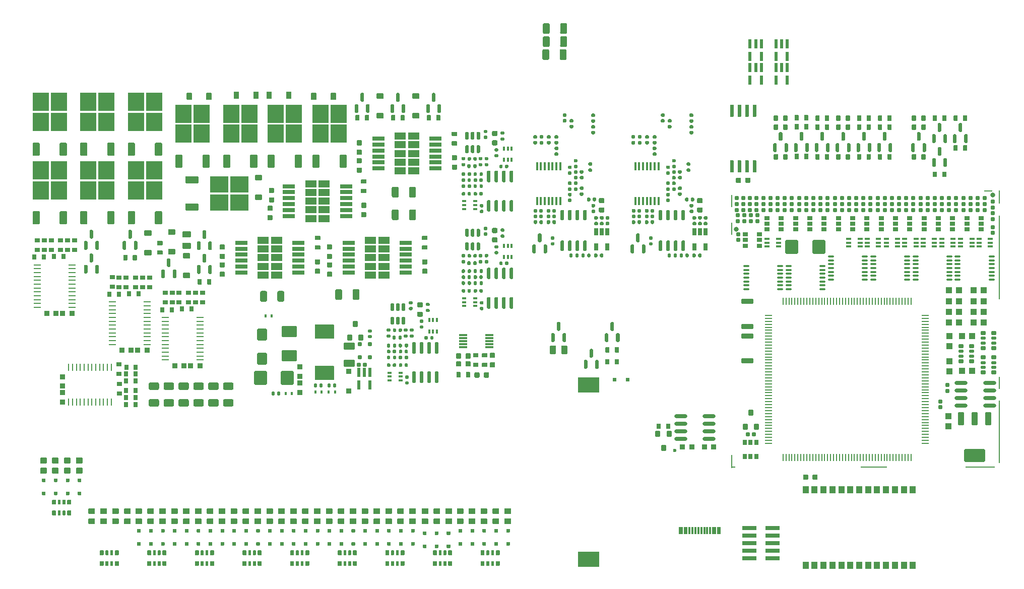
<source format=gtp>
G75*
G70*
%OFA0B0*%
%FSLAX25Y25*%
%IPPOS*%
%LPD*%
%AMOC8*
5,1,8,0,0,1.08239X$1,22.5*
%
%AMM102*
21,1,0.033470,0.026770,-0.000000,0.000000,90.000000*
21,1,0.026770,0.033470,-0.000000,0.000000,90.000000*
1,1,0.006690,0.013390,0.013390*
1,1,0.006690,0.013390,-0.013390*
1,1,0.006690,-0.013390,-0.013390*
1,1,0.006690,-0.013390,0.013390*
%
%AMM138*
21,1,0.033470,0.026770,-0.000000,-0.000000,180.000000*
21,1,0.026770,0.033470,-0.000000,-0.000000,180.000000*
1,1,0.006690,-0.013390,0.013390*
1,1,0.006690,0.013390,0.013390*
1,1,0.006690,0.013390,-0.013390*
1,1,0.006690,-0.013390,-0.013390*
%
%AMM166*
21,1,0.086610,0.073230,0.000000,-0.000000,180.000000*
21,1,0.069290,0.090550,0.000000,-0.000000,180.000000*
1,1,0.017320,-0.034650,0.036610*
1,1,0.017320,0.034650,0.036610*
1,1,0.017320,0.034650,-0.036610*
1,1,0.017320,-0.034650,-0.036610*
%
%AMM167*
21,1,0.094490,0.111020,0.000000,-0.000000,270.000000*
21,1,0.075590,0.129920,0.000000,-0.000000,270.000000*
1,1,0.018900,-0.055510,-0.037800*
1,1,0.018900,-0.055510,0.037800*
1,1,0.018900,0.055510,0.037800*
1,1,0.018900,0.055510,-0.037800*
%
%AMM168*
21,1,0.074800,0.083460,0.000000,-0.000000,270.000000*
21,1,0.059840,0.098430,0.000000,-0.000000,270.000000*
1,1,0.014960,-0.041730,-0.029920*
1,1,0.014960,-0.041730,0.029920*
1,1,0.014960,0.041730,0.029920*
1,1,0.014960,0.041730,-0.029920*
%
%AMM169*
21,1,0.078740,0.053540,0.000000,-0.000000,90.000000*
21,1,0.065350,0.066930,0.000000,-0.000000,90.000000*
1,1,0.013390,0.026770,0.032680*
1,1,0.013390,0.026770,-0.032680*
1,1,0.013390,-0.026770,-0.032680*
1,1,0.013390,-0.026770,0.032680*
%
%AMM170*
21,1,0.035430,0.030320,0.000000,-0.000000,0.000000*
21,1,0.028350,0.037400,0.000000,-0.000000,0.000000*
1,1,0.007090,0.014170,-0.015160*
1,1,0.007090,-0.014170,-0.015160*
1,1,0.007090,-0.014170,0.015160*
1,1,0.007090,0.014170,0.015160*
%
%AMM171*
21,1,0.021650,0.052760,0.000000,-0.000000,180.000000*
21,1,0.017320,0.057090,0.000000,-0.000000,180.000000*
1,1,0.004330,-0.008660,0.026380*
1,1,0.004330,0.008660,0.026380*
1,1,0.004330,0.008660,-0.026380*
1,1,0.004330,-0.008660,-0.026380*
%
%AMM172*
21,1,0.035830,0.026770,0.000000,-0.000000,270.000000*
21,1,0.029130,0.033470,0.000000,-0.000000,270.000000*
1,1,0.006690,-0.013390,-0.014570*
1,1,0.006690,-0.013390,0.014570*
1,1,0.006690,0.013390,0.014570*
1,1,0.006690,0.013390,-0.014570*
%
%AMM173*
21,1,0.070870,0.036220,0.000000,-0.000000,0.000000*
21,1,0.061810,0.045280,0.000000,-0.000000,0.000000*
1,1,0.009060,0.030910,-0.018110*
1,1,0.009060,-0.030910,-0.018110*
1,1,0.009060,-0.030910,0.018110*
1,1,0.009060,0.030910,0.018110*
%
%AMM174*
21,1,0.033470,0.026770,0.000000,-0.000000,270.000000*
21,1,0.026770,0.033470,0.000000,-0.000000,270.000000*
1,1,0.006690,-0.013390,-0.013390*
1,1,0.006690,-0.013390,0.013390*
1,1,0.006690,0.013390,0.013390*
1,1,0.006690,0.013390,-0.013390*
%
%AMM175*
21,1,0.015750,0.016540,0.000000,-0.000000,180.000000*
21,1,0.012600,0.019680,0.000000,-0.000000,180.000000*
1,1,0.003150,-0.006300,0.008270*
1,1,0.003150,0.006300,0.008270*
1,1,0.003150,0.006300,-0.008270*
1,1,0.003150,-0.006300,-0.008270*
%
%AMM176*
21,1,0.023620,0.018900,0.000000,-0.000000,0.000000*
21,1,0.018900,0.023620,0.000000,-0.000000,0.000000*
1,1,0.004720,0.009450,-0.009450*
1,1,0.004720,-0.009450,-0.009450*
1,1,0.004720,-0.009450,0.009450*
1,1,0.004720,0.009450,0.009450*
%
%AMM177*
21,1,0.019680,0.019680,0.000000,-0.000000,270.000000*
21,1,0.015750,0.023620,0.000000,-0.000000,270.000000*
1,1,0.003940,-0.009840,-0.007870*
1,1,0.003940,-0.009840,0.007870*
1,1,0.003940,0.009840,0.007870*
1,1,0.003940,0.009840,-0.007870*
%
%AMM178*
21,1,0.019680,0.019680,0.000000,-0.000000,180.000000*
21,1,0.015750,0.023620,0.000000,-0.000000,180.000000*
1,1,0.003940,-0.007870,0.009840*
1,1,0.003940,0.007870,0.009840*
1,1,0.003940,0.007870,-0.009840*
1,1,0.003940,-0.007870,-0.009840*
%
%AMM202*
21,1,0.027560,0.030710,-0.000000,0.000000,90.000000*
21,1,0.022050,0.036220,-0.000000,0.000000,90.000000*
1,1,0.005510,0.015350,0.011020*
1,1,0.005510,0.015350,-0.011020*
1,1,0.005510,-0.015350,-0.011020*
1,1,0.005510,-0.015350,0.011020*
%
%AMM203*
21,1,0.027560,0.030710,-0.000000,0.000000,0.000000*
21,1,0.022050,0.036220,-0.000000,0.000000,0.000000*
1,1,0.005510,0.011020,-0.015350*
1,1,0.005510,-0.011020,-0.015350*
1,1,0.005510,-0.011020,0.015350*
1,1,0.005510,0.011020,0.015350*
%
%AMM207*
21,1,0.027560,0.030710,-0.000000,-0.000000,180.000000*
21,1,0.022050,0.036220,-0.000000,-0.000000,180.000000*
1,1,0.005510,-0.011020,0.015350*
1,1,0.005510,0.011020,0.015350*
1,1,0.005510,0.011020,-0.015350*
1,1,0.005510,-0.011020,-0.015350*
%
%AMM208*
21,1,0.027560,0.030710,-0.000000,-0.000000,90.000000*
21,1,0.022050,0.036220,-0.000000,-0.000000,90.000000*
1,1,0.005510,0.015350,0.011020*
1,1,0.005510,0.015350,-0.011020*
1,1,0.005510,-0.015350,-0.011020*
1,1,0.005510,-0.015350,0.011020*
%
%AMM261*
21,1,0.012600,0.028980,-0.000000,-0.000000,90.000000*
21,1,0.010080,0.031500,-0.000000,-0.000000,90.000000*
1,1,0.002520,0.014490,0.005040*
1,1,0.002520,0.014490,-0.005040*
1,1,0.002520,-0.014490,-0.005040*
1,1,0.002520,-0.014490,0.005040*
%
%AMM262*
21,1,0.023620,0.030710,-0.000000,-0.000000,90.000000*
21,1,0.018900,0.035430,-0.000000,-0.000000,90.000000*
1,1,0.004720,0.015350,0.009450*
1,1,0.004720,0.015350,-0.009450*
1,1,0.004720,-0.015350,-0.009450*
1,1,0.004720,-0.015350,0.009450*
%
%AMM263*
21,1,0.027560,0.018900,-0.000000,-0.000000,0.000000*
21,1,0.022840,0.023620,-0.000000,-0.000000,0.000000*
1,1,0.004720,0.011420,-0.009450*
1,1,0.004720,-0.011420,-0.009450*
1,1,0.004720,-0.011420,0.009450*
1,1,0.004720,0.011420,0.009450*
%
%AMM264*
21,1,0.027560,0.018900,-0.000000,-0.000000,270.000000*
21,1,0.022840,0.023620,-0.000000,-0.000000,270.000000*
1,1,0.004720,-0.009450,-0.011420*
1,1,0.004720,-0.009450,0.011420*
1,1,0.004720,0.009450,0.011420*
1,1,0.004720,0.009450,-0.011420*
%
%AMM265*
21,1,0.025590,0.026380,-0.000000,-0.000000,270.000000*
21,1,0.020470,0.031500,-0.000000,-0.000000,270.000000*
1,1,0.005120,-0.013190,-0.010240*
1,1,0.005120,-0.013190,0.010240*
1,1,0.005120,0.013190,0.010240*
1,1,0.005120,0.013190,-0.010240*
%
%AMM266*
21,1,0.017720,0.027950,-0.000000,-0.000000,270.000000*
21,1,0.014170,0.031500,-0.000000,-0.000000,270.000000*
1,1,0.003540,-0.013980,-0.007090*
1,1,0.003540,-0.013980,0.007090*
1,1,0.003540,0.013980,0.007090*
1,1,0.003540,0.013980,-0.007090*
%
%AMM267*
21,1,0.039370,0.035430,-0.000000,-0.000000,180.000000*
21,1,0.031500,0.043310,-0.000000,-0.000000,180.000000*
1,1,0.007870,-0.015750,0.017720*
1,1,0.007870,0.015750,0.017720*
1,1,0.007870,0.015750,-0.017720*
1,1,0.007870,-0.015750,-0.017720*
%
%AMM268*
21,1,0.035430,0.030320,-0.000000,-0.000000,0.000000*
21,1,0.028350,0.037400,-0.000000,-0.000000,0.000000*
1,1,0.007090,0.014170,-0.015160*
1,1,0.007090,-0.014170,-0.015160*
1,1,0.007090,-0.014170,0.015160*
1,1,0.007090,0.014170,0.015160*
%
%AMM269*
21,1,0.043310,0.075980,-0.000000,-0.000000,180.000000*
21,1,0.034650,0.084650,-0.000000,-0.000000,180.000000*
1,1,0.008660,-0.017320,0.037990*
1,1,0.008660,0.017320,0.037990*
1,1,0.008660,0.017320,-0.037990*
1,1,0.008660,-0.017320,-0.037990*
%
%AMM270*
21,1,0.043310,0.075990,-0.000000,-0.000000,180.000000*
21,1,0.034650,0.084650,-0.000000,-0.000000,180.000000*
1,1,0.008660,-0.017320,0.037990*
1,1,0.008660,0.017320,0.037990*
1,1,0.008660,0.017320,-0.037990*
1,1,0.008660,-0.017320,-0.037990*
%
%AMM271*
21,1,0.137800,0.067720,-0.000000,-0.000000,180.000000*
21,1,0.120870,0.084650,-0.000000,-0.000000,180.000000*
1,1,0.016930,-0.060430,0.033860*
1,1,0.016930,0.060430,0.033860*
1,1,0.016930,0.060430,-0.033860*
1,1,0.016930,-0.060430,-0.033860*
%
%AMM272*
21,1,0.039370,0.035430,-0.000000,-0.000000,90.000000*
21,1,0.031500,0.043310,-0.000000,-0.000000,90.000000*
1,1,0.007870,0.017720,0.015750*
1,1,0.007870,0.017720,-0.015750*
1,1,0.007870,-0.017720,-0.015750*
1,1,0.007870,-0.017720,0.015750*
%
%AMM273*
21,1,0.023620,0.030710,-0.000000,-0.000000,0.000000*
21,1,0.018900,0.035430,-0.000000,-0.000000,0.000000*
1,1,0.004720,0.009450,-0.015350*
1,1,0.004720,-0.009450,-0.015350*
1,1,0.004720,-0.009450,0.015350*
1,1,0.004720,0.009450,0.015350*
%
%AMM274*
21,1,0.086610,0.073230,-0.000000,-0.000000,0.000000*
21,1,0.069290,0.090550,-0.000000,-0.000000,0.000000*
1,1,0.017320,0.034650,-0.036610*
1,1,0.017320,-0.034650,-0.036610*
1,1,0.017320,-0.034650,0.036610*
1,1,0.017320,0.034650,0.036610*
%
%AMM275*
21,1,0.031500,0.072440,-0.000000,-0.000000,270.000000*
21,1,0.025200,0.078740,-0.000000,-0.000000,270.000000*
1,1,0.006300,-0.036220,-0.012600*
1,1,0.006300,-0.036220,0.012600*
1,1,0.006300,0.036220,0.012600*
1,1,0.006300,0.036220,-0.012600*
%
%AMM37*
21,1,0.035430,0.030320,0.000000,0.000000,180.000000*
21,1,0.028350,0.037400,0.000000,0.000000,180.000000*
1,1,0.007090,-0.014170,0.015160*
1,1,0.007090,0.014170,0.015160*
1,1,0.007090,0.014170,-0.015160*
1,1,0.007090,-0.014170,-0.015160*
%
%AMM38*
21,1,0.027560,0.030710,0.000000,0.000000,180.000000*
21,1,0.022050,0.036220,0.000000,0.000000,180.000000*
1,1,0.005510,-0.011020,0.015350*
1,1,0.005510,0.011020,0.015350*
1,1,0.005510,0.011020,-0.015350*
1,1,0.005510,-0.011020,-0.015350*
%
%AMM9*
21,1,0.033470,0.026770,0.000000,0.000000,0.000000*
21,1,0.026770,0.033470,0.000000,0.000000,0.000000*
1,1,0.006690,0.013390,-0.013390*
1,1,0.006690,-0.013390,-0.013390*
1,1,0.006690,-0.013390,0.013390*
1,1,0.006690,0.013390,0.013390*
%
%ADD117M9*%
%ADD13R,0.07874X0.02559*%
%ADD16C,0.02362*%
%ADD183R,0.05512X0.01181*%
%ADD184R,0.02559X0.01575*%
%ADD185R,0.01575X0.02559*%
%ADD186M37*%
%ADD187O,0.08661X0.02362*%
%ADD188M38*%
%ADD196O,0.04961X0.00984*%
%ADD206O,0.05118X0.00866*%
%ADD207O,0.00866X0.05118*%
%ADD214O,0.04331X0.01181*%
%ADD22R,0.01181X0.04528*%
%ADD291M102*%
%ADD330M138*%
%ADD358M166*%
%ADD359M167*%
%ADD360M168*%
%ADD361M169*%
%ADD362M170*%
%ADD363M171*%
%ADD364M172*%
%ADD365M173*%
%ADD366M174*%
%ADD367M175*%
%ADD368M176*%
%ADD369M177*%
%ADD370M178*%
%ADD397R,0.01772X0.05709*%
%ADD398R,0.02559X0.04803*%
%ADD400O,0.00984X0.04961*%
%ADD401M202*%
%ADD402M203*%
%ADD409M207*%
%ADD410M208*%
%ADD43R,0.00787X0.41732*%
%ADD44R,0.00787X0.08268*%
%ADD45R,0.00787X0.55217*%
%ADD46R,0.00787X0.09055*%
%ADD47R,0.05512X0.00787*%
%ADD48R,0.19685X0.00787*%
%ADD484M261*%
%ADD485M262*%
%ADD486M263*%
%ADD487M264*%
%ADD488M265*%
%ADD489M266*%
%ADD49R,0.17717X0.00787*%
%ADD490M267*%
%ADD491M268*%
%ADD492M269*%
%ADD493M270*%
%ADD494M271*%
%ADD495M272*%
%ADD496M273*%
%ADD497M274*%
%ADD498M275*%
%ADD50R,0.02657X0.00787*%
%ADD51R,0.00787X0.08661*%
%ADD52R,0.00787X0.07972*%
%ADD53R,0.00787X0.07874*%
%ADD55R,0.14173X0.10236*%
%ADD64R,0.03937X0.05118*%
%ADD65R,0.09449X0.02913*%
%ADD86C,0.03150*%
%ADD92R,0.07677X0.04567*%
%ADD93R,0.10827X0.12008*%
%ADD94R,0.12008X0.10827*%
%ADD95O,0.00000X0.00000*%
X0000000Y0000000D02*
%LPD*%
G01*
G36*
G01*
X0262205Y0044803D02*
X0265748Y0044803D01*
G75*
G02*
X0266142Y0044409I0000000J-000394D01*
G01*
X0266142Y0041260D01*
G75*
G02*
X0265748Y0040866I-000394J0000000D01*
G01*
X0262205Y0040866D01*
G75*
G02*
X0261811Y0041260I0000000J0000394D01*
G01*
X0261811Y0044409D01*
G75*
G02*
X0262205Y0044803I0000394J0000000D01*
G01*
G37*
G36*
G01*
X0262205Y0038110D02*
X0265748Y0038110D01*
G75*
G02*
X0266142Y0037717I0000000J-000394D01*
G01*
X0266142Y0034567D01*
G75*
G02*
X0265748Y0034173I-000394J0000000D01*
G01*
X0262205Y0034173D01*
G75*
G02*
X0261811Y0034567I0000000J0000394D01*
G01*
X0261811Y0037717D01*
G75*
G02*
X0262205Y0038110I0000394J0000000D01*
G01*
G37*
G36*
G01*
X0514114Y0063937D02*
X0514114Y0066614D01*
G75*
G02*
X0514449Y0066949I0000335J0000000D01*
G01*
X0517126Y0066949D01*
G75*
G02*
X0517461Y0066614I0000000J-000335D01*
G01*
X0517461Y0063937D01*
G75*
G02*
X0517126Y0063602I-000335J0000000D01*
G01*
X0514449Y0063602D01*
G75*
G02*
X0514114Y0063937I0000000J0000335D01*
G01*
G37*
G36*
G01*
X0520335Y0063937D02*
X0520335Y0066614D01*
G75*
G02*
X0520669Y0066949I0000335J0000000D01*
G01*
X0523346Y0066949D01*
G75*
G02*
X0523681Y0066614I0000000J-000335D01*
G01*
X0523681Y0063937D01*
G75*
G02*
X0523346Y0063602I-000335J0000000D01*
G01*
X0520669Y0063602D01*
G75*
G02*
X0520335Y0063937I0000000J0000335D01*
G01*
G37*
G36*
G01*
X0202126Y0197894D02*
X0199449Y0197894D01*
G75*
G02*
X0199114Y0198228I0000000J0000335D01*
G01*
X0199114Y0200906D01*
G75*
G02*
X0199449Y0201240I0000335J0000000D01*
G01*
X0202126Y0201240D01*
G75*
G02*
X0202461Y0200906I0000000J-000335D01*
G01*
X0202461Y0198228D01*
G75*
G02*
X0202126Y0197894I-000335J0000000D01*
G01*
G37*
G36*
G01*
X0202126Y0204114D02*
X0199449Y0204114D01*
G75*
G02*
X0199114Y0204449I0000000J0000335D01*
G01*
X0199114Y0207126D01*
G75*
G02*
X0199449Y0207461I0000335J0000000D01*
G01*
X0202126Y0207461D01*
G75*
G02*
X0202461Y0207126I0000000J-000335D01*
G01*
X0202461Y0204449D01*
G75*
G02*
X0202126Y0204114I-000335J0000000D01*
G01*
G37*
G36*
G01*
X0210236Y0034173D02*
X0206693Y0034173D01*
G75*
G02*
X0206299Y0034567I0000000J0000394D01*
G01*
X0206299Y0037717D01*
G75*
G02*
X0206693Y0038110I0000394J0000000D01*
G01*
X0210236Y0038110D01*
G75*
G02*
X0210630Y0037717I0000000J-000394D01*
G01*
X0210630Y0034567D01*
G75*
G02*
X0210236Y0034173I-000394J0000000D01*
G01*
G37*
G36*
G01*
X0210236Y0040866D02*
X0206693Y0040866D01*
G75*
G02*
X0206299Y0041260I0000000J0000394D01*
G01*
X0206299Y0044409D01*
G75*
G02*
X0206693Y0044803I0000394J0000000D01*
G01*
X0210236Y0044803D01*
G75*
G02*
X0210630Y0044409I0000000J-000394D01*
G01*
X0210630Y0041260D01*
G75*
G02*
X0210236Y0040866I-000394J0000000D01*
G01*
G37*
G36*
G01*
X0536024Y0301289D02*
X0536024Y0304360D01*
G75*
G02*
X0536299Y0304636I0000276J0000000D01*
G01*
X0538504Y0304636D01*
G75*
G02*
X0538780Y0304360I0000000J-000276D01*
G01*
X0538780Y0301289D01*
G75*
G02*
X0538504Y0301014I-000276J0000000D01*
G01*
X0536299Y0301014D01*
G75*
G02*
X0536024Y0301289I0000000J0000276D01*
G01*
G37*
G36*
G01*
X0542323Y0301289D02*
X0542323Y0304360D01*
G75*
G02*
X0542598Y0304636I0000276J0000000D01*
G01*
X0544803Y0304636D01*
G75*
G02*
X0545079Y0304360I0000000J-000276D01*
G01*
X0545079Y0301289D01*
G75*
G02*
X0544803Y0301014I-000276J0000000D01*
G01*
X0542598Y0301014D01*
G75*
G02*
X0542323Y0301289I0000000J0000276D01*
G01*
G37*
G36*
G01*
X0170866Y0034173D02*
X0167323Y0034173D01*
G75*
G02*
X0166929Y0034567I0000000J0000394D01*
G01*
X0166929Y0037717D01*
G75*
G02*
X0167323Y0038110I0000394J0000000D01*
G01*
X0170866Y0038110D01*
G75*
G02*
X0171260Y0037717I0000000J-000394D01*
G01*
X0171260Y0034567D01*
G75*
G02*
X0170866Y0034173I-000394J0000000D01*
G01*
G37*
G36*
G01*
X0170866Y0040866D02*
X0167323Y0040866D01*
G75*
G02*
X0166929Y0041260I0000000J0000394D01*
G01*
X0166929Y0044409D01*
G75*
G02*
X0167323Y0044803I0000394J0000000D01*
G01*
X0170866Y0044803D01*
G75*
G02*
X0171260Y0044409I0000000J-000394D01*
G01*
X0171260Y0041260D01*
G75*
G02*
X0170866Y0040866I-000394J0000000D01*
G01*
G37*
G36*
G01*
X0257480Y0034173D02*
X0253937Y0034173D01*
G75*
G02*
X0253543Y0034567I0000000J0000394D01*
G01*
X0253543Y0037717D01*
G75*
G02*
X0253937Y0038110I0000394J0000000D01*
G01*
X0257480Y0038110D01*
G75*
G02*
X0257874Y0037717I0000000J-000394D01*
G01*
X0257874Y0034567D01*
G75*
G02*
X0257480Y0034173I-000394J0000000D01*
G01*
G37*
G36*
G01*
X0257480Y0040866D02*
X0253937Y0040866D01*
G75*
G02*
X0253543Y0041260I0000000J0000394D01*
G01*
X0253543Y0044409D01*
G75*
G02*
X0253937Y0044803I0000394J0000000D01*
G01*
X0257480Y0044803D01*
G75*
G02*
X0257874Y0044409I0000000J-000394D01*
G01*
X0257874Y0041260D01*
G75*
G02*
X0257480Y0040866I-000394J0000000D01*
G01*
G37*
G36*
G01*
X0241732Y0034173D02*
X0238189Y0034173D01*
G75*
G02*
X0237795Y0034567I0000000J0000394D01*
G01*
X0237795Y0037717D01*
G75*
G02*
X0238189Y0038110I0000394J0000000D01*
G01*
X0241732Y0038110D01*
G75*
G02*
X0242126Y0037717I0000000J-000394D01*
G01*
X0242126Y0034567D01*
G75*
G02*
X0241732Y0034173I-000394J0000000D01*
G01*
G37*
G36*
G01*
X0241732Y0040866D02*
X0238189Y0040866D01*
G75*
G02*
X0237795Y0041260I0000000J0000394D01*
G01*
X0237795Y0044409D01*
G75*
G02*
X0238189Y0044803I0000394J0000000D01*
G01*
X0241732Y0044803D01*
G75*
G02*
X0242126Y0044409I0000000J-000394D01*
G01*
X0242126Y0041260D01*
G75*
G02*
X0241732Y0040866I-000394J0000000D01*
G01*
G37*
G36*
G01*
X0508465Y0275945D02*
X0508465Y0279016D01*
G75*
G02*
X0508740Y0279291I0000276J0000000D01*
G01*
X0510945Y0279291D01*
G75*
G02*
X0511220Y0279016I0000000J-000276D01*
G01*
X0511220Y0275945D01*
G75*
G02*
X0510945Y0275669I-000276J0000000D01*
G01*
X0508740Y0275669D01*
G75*
G02*
X0508465Y0275945I0000000J0000276D01*
G01*
G37*
G36*
G01*
X0514764Y0275945D02*
X0514764Y0279016D01*
G75*
G02*
X0515039Y0279291I0000276J0000000D01*
G01*
X0517244Y0279291D01*
G75*
G02*
X0517520Y0279016I0000000J-000276D01*
G01*
X0517520Y0275945D01*
G75*
G02*
X0517244Y0275669I-000276J0000000D01*
G01*
X0515039Y0275669D01*
G75*
G02*
X0514764Y0275945I0000000J0000276D01*
G01*
G37*
G36*
G01*
X0131260Y0197894D02*
X0128583Y0197894D01*
G75*
G02*
X0128248Y0198228I0000000J0000335D01*
G01*
X0128248Y0200906D01*
G75*
G02*
X0128583Y0201240I0000335J0000000D01*
G01*
X0131260Y0201240D01*
G75*
G02*
X0131594Y0200906I0000000J-000335D01*
G01*
X0131594Y0198228D01*
G75*
G02*
X0131260Y0197894I-000335J0000000D01*
G01*
G37*
G36*
G01*
X0131260Y0204114D02*
X0128583Y0204114D01*
G75*
G02*
X0128248Y0204449I0000000J0000335D01*
G01*
X0128248Y0207126D01*
G75*
G02*
X0128583Y0207461I0000335J0000000D01*
G01*
X0131260Y0207461D01*
G75*
G02*
X0131594Y0207126I0000000J-000335D01*
G01*
X0131594Y0204449D01*
G75*
G02*
X0131260Y0204114I-000335J0000000D01*
G01*
G37*
G36*
G01*
X0586024Y0275699D02*
X0586024Y0278770D01*
G75*
G02*
X0586299Y0279045I0000276J0000000D01*
G01*
X0588504Y0279045D01*
G75*
G02*
X0588780Y0278770I0000000J-000276D01*
G01*
X0588780Y0275699D01*
G75*
G02*
X0588504Y0275423I-000276J0000000D01*
G01*
X0586299Y0275423D01*
G75*
G02*
X0586024Y0275699I0000000J0000276D01*
G01*
G37*
G36*
G01*
X0592323Y0275699D02*
X0592323Y0278770D01*
G75*
G02*
X0592598Y0279045I0000276J0000000D01*
G01*
X0594803Y0279045D01*
G75*
G02*
X0595079Y0278770I0000000J-000276D01*
G01*
X0595079Y0275699D01*
G75*
G02*
X0594803Y0275423I-000276J0000000D01*
G01*
X0592598Y0275423D01*
G75*
G02*
X0592323Y0275699I0000000J0000276D01*
G01*
G37*
G36*
G01*
X0128740Y0020236D02*
X0128740Y0022126D01*
G75*
G02*
X0128976Y0022362I0000236J0000000D01*
G01*
X0130866Y0022362D01*
G75*
G02*
X0131102Y0022126I0000000J-000236D01*
G01*
X0131102Y0020236D01*
G75*
G02*
X0130866Y0020000I-000236J0000000D01*
G01*
X0128976Y0020000D01*
G75*
G02*
X0128740Y0020236I0000000J0000236D01*
G01*
G37*
G36*
G01*
X0128740Y0028898D02*
X0128740Y0030787D01*
G75*
G02*
X0128976Y0031024I0000236J0000000D01*
G01*
X0130866Y0031024D01*
G75*
G02*
X0131102Y0030787I0000000J-000236D01*
G01*
X0131102Y0028898D01*
G75*
G02*
X0130866Y0028661I-000236J0000000D01*
G01*
X0128976Y0028661D01*
G75*
G02*
X0128740Y0028898I0000000J0000236D01*
G01*
G37*
G36*
G01*
X0277953Y0044803D02*
X0281496Y0044803D01*
G75*
G02*
X0281890Y0044409I0000000J-000394D01*
G01*
X0281890Y0041260D01*
G75*
G02*
X0281496Y0040866I-000394J0000000D01*
G01*
X0277953Y0040866D01*
G75*
G02*
X0277559Y0041260I0000000J0000394D01*
G01*
X0277559Y0044409D01*
G75*
G02*
X0277953Y0044803I0000394J0000000D01*
G01*
G37*
G36*
G01*
X0277953Y0038110D02*
X0281496Y0038110D01*
G75*
G02*
X0281890Y0037717I0000000J-000394D01*
G01*
X0281890Y0034567D01*
G75*
G02*
X0281496Y0034173I-000394J0000000D01*
G01*
X0277953Y0034173D01*
G75*
G02*
X0277559Y0034567I0000000J0000394D01*
G01*
X0277559Y0037717D01*
G75*
G02*
X0277953Y0038110I0000394J0000000D01*
G01*
G37*
G36*
G01*
X0040157Y0200020D02*
X0038976Y0200020D01*
G75*
G02*
X0038386Y0200610I0000000J0000591D01*
G01*
X0038386Y0205236D01*
G75*
G02*
X0038976Y0205827I0000591J0000000D01*
G01*
X0040157Y0205827D01*
G75*
G02*
X0040748Y0205236I0000000J-000591D01*
G01*
X0040748Y0200610D01*
G75*
G02*
X0040157Y0200020I-000591J0000000D01*
G01*
G37*
G36*
G01*
X0043898Y0207402D02*
X0042717Y0207402D01*
G75*
G02*
X0042126Y0207992I0000000J0000591D01*
G01*
X0042126Y0212618D01*
G75*
G02*
X0042717Y0213209I0000591J0000000D01*
G01*
X0043898Y0213209D01*
G75*
G02*
X0044488Y0212618I0000000J-000591D01*
G01*
X0044488Y0207992D01*
G75*
G02*
X0043898Y0207402I-000591J0000000D01*
G01*
G37*
G36*
G01*
X0047638Y0200020D02*
X0046457Y0200020D01*
G75*
G02*
X0045866Y0200610I0000000J0000591D01*
G01*
X0045866Y0205236D01*
G75*
G02*
X0046457Y0205827I0000591J0000000D01*
G01*
X0047638Y0205827D01*
G75*
G02*
X0048228Y0205236I0000000J-000591D01*
G01*
X0048228Y0200610D01*
G75*
G02*
X0047638Y0200020I-000591J0000000D01*
G01*
G37*
G36*
G01*
X0155118Y0034173D02*
X0151575Y0034173D01*
G75*
G02*
X0151181Y0034567I0000000J0000394D01*
G01*
X0151181Y0037717D01*
G75*
G02*
X0151575Y0038110I0000394J0000000D01*
G01*
X0155118Y0038110D01*
G75*
G02*
X0155512Y0037717I0000000J-000394D01*
G01*
X0155512Y0034567D01*
G75*
G02*
X0155118Y0034173I-000394J0000000D01*
G01*
G37*
G36*
G01*
X0155118Y0040866D02*
X0151575Y0040866D01*
G75*
G02*
X0151181Y0041260I0000000J0000394D01*
G01*
X0151181Y0044409D01*
G75*
G02*
X0151575Y0044803I0000394J0000000D01*
G01*
X0155118Y0044803D01*
G75*
G02*
X0155512Y0044409I0000000J-000394D01*
G01*
X0155512Y0041260D01*
G75*
G02*
X0155118Y0040866I-000394J0000000D01*
G01*
G37*
G36*
G01*
X0265157Y0301535D02*
X0265157Y0304606D01*
G75*
G02*
X0265433Y0304882I0000276J0000000D01*
G01*
X0267638Y0304882D01*
G75*
G02*
X0267913Y0304606I0000000J-000276D01*
G01*
X0267913Y0301535D01*
G75*
G02*
X0267638Y0301260I-000276J0000000D01*
G01*
X0265433Y0301260D01*
G75*
G02*
X0265157Y0301535I0000000J0000276D01*
G01*
G37*
G36*
G01*
X0271457Y0301535D02*
X0271457Y0304606D01*
G75*
G02*
X0271732Y0304882I0000276J0000000D01*
G01*
X0273937Y0304882D01*
G75*
G02*
X0274213Y0304606I0000000J-000276D01*
G01*
X0274213Y0301535D01*
G75*
G02*
X0273937Y0301260I-000276J0000000D01*
G01*
X0271732Y0301260D01*
G75*
G02*
X0271457Y0301535I0000000J0000276D01*
G01*
G37*
G36*
G01*
X0100000Y0034173D02*
X0096457Y0034173D01*
G75*
G02*
X0096063Y0034567I0000000J0000394D01*
G01*
X0096063Y0037717D01*
G75*
G02*
X0096457Y0038110I0000394J0000000D01*
G01*
X0100000Y0038110D01*
G75*
G02*
X0100394Y0037717I0000000J-000394D01*
G01*
X0100394Y0034567D01*
G75*
G02*
X0100000Y0034173I-000394J0000000D01*
G01*
G37*
G36*
G01*
X0100000Y0040866D02*
X0096457Y0040866D01*
G75*
G02*
X0096063Y0041260I0000000J0000394D01*
G01*
X0096063Y0044409D01*
G75*
G02*
X0096457Y0044803I0000394J0000000D01*
G01*
X0100000Y0044803D01*
G75*
G02*
X0100394Y0044409I0000000J-000394D01*
G01*
X0100394Y0041260D01*
G75*
G02*
X0100000Y0040866I-000394J0000000D01*
G01*
G37*
G36*
G01*
X0563583Y0275699D02*
X0563583Y0278770D01*
G75*
G02*
X0563858Y0279045I0000276J0000000D01*
G01*
X0566063Y0279045D01*
G75*
G02*
X0566339Y0278770I0000000J-000276D01*
G01*
X0566339Y0275699D01*
G75*
G02*
X0566063Y0275423I-000276J0000000D01*
G01*
X0563858Y0275423D01*
G75*
G02*
X0563583Y0275699I0000000J0000276D01*
G01*
G37*
G36*
G01*
X0569882Y0275699D02*
X0569882Y0278770D01*
G75*
G02*
X0570157Y0279045I0000276J0000000D01*
G01*
X0572362Y0279045D01*
G75*
G02*
X0572638Y0278770I0000000J-000276D01*
G01*
X0572638Y0275699D01*
G75*
G02*
X0572362Y0275423I-000276J0000000D01*
G01*
X0570157Y0275423D01*
G75*
G02*
X0569882Y0275699I0000000J0000276D01*
G01*
G37*
G36*
G01*
X0021260Y0067638D02*
X0017717Y0067638D01*
G75*
G02*
X0017323Y0068032I0000000J0000394D01*
G01*
X0017323Y0071181D01*
G75*
G02*
X0017717Y0071575I0000394J0000000D01*
G01*
X0021260Y0071575D01*
G75*
G02*
X0021654Y0071181I0000000J-000394D01*
G01*
X0021654Y0068032D01*
G75*
G02*
X0021260Y0067638I-000394J0000000D01*
G01*
G37*
G36*
G01*
X0021260Y0074331D02*
X0017717Y0074331D01*
G75*
G02*
X0017323Y0074724I0000000J0000394D01*
G01*
X0017323Y0077874D01*
G75*
G02*
X0017717Y0078268I0000394J0000000D01*
G01*
X0021260Y0078268D01*
G75*
G02*
X0021654Y0077874I0000000J-000394D01*
G01*
X0021654Y0074724D01*
G75*
G02*
X0021260Y0074331I-000394J0000000D01*
G01*
G37*
D92*
X0156988Y0222047D03*
X0156988Y0216299D03*
X0156988Y0210551D03*
X0156988Y0204803D03*
X0156988Y0199055D03*
X0165846Y0222047D03*
X0165846Y0216299D03*
X0165846Y0210551D03*
X0165846Y0204803D03*
X0165846Y0199055D03*
D13*
X0142520Y0220394D03*
X0142520Y0216457D03*
X0142520Y0212520D03*
X0142520Y0208583D03*
X0142520Y0204646D03*
X0142520Y0200709D03*
X0180315Y0200709D03*
X0180315Y0204646D03*
X0180315Y0208583D03*
X0180315Y0212520D03*
X0180315Y0216457D03*
X0180315Y0220394D03*
G36*
G01*
X0563583Y0301289D02*
X0563583Y0304360D01*
G75*
G02*
X0563858Y0304636I0000276J0000000D01*
G01*
X0566063Y0304636D01*
G75*
G02*
X0566339Y0304360I0000000J-000276D01*
G01*
X0566339Y0301289D01*
G75*
G02*
X0566063Y0301014I-000276J0000000D01*
G01*
X0563858Y0301014D01*
G75*
G02*
X0563583Y0301289I0000000J0000276D01*
G01*
G37*
G36*
G01*
X0569882Y0301289D02*
X0569882Y0304360D01*
G75*
G02*
X0570157Y0304636I0000276J0000000D01*
G01*
X0572362Y0304636D01*
G75*
G02*
X0572638Y0304360I0000000J-000276D01*
G01*
X0572638Y0301289D01*
G75*
G02*
X0572362Y0301014I-000276J0000000D01*
G01*
X0570157Y0301014D01*
G75*
G02*
X0569882Y0301289I0000000J0000276D01*
G01*
G37*
G36*
G01*
X0013386Y0067638D02*
X0009843Y0067638D01*
G75*
G02*
X0009449Y0068032I0000000J0000394D01*
G01*
X0009449Y0071181D01*
G75*
G02*
X0009843Y0071575I0000394J0000000D01*
G01*
X0013386Y0071575D01*
G75*
G02*
X0013780Y0071181I0000000J-000394D01*
G01*
X0013780Y0068032D01*
G75*
G02*
X0013386Y0067638I-000394J0000000D01*
G01*
G37*
G36*
G01*
X0013386Y0074331D02*
X0009843Y0074331D01*
G75*
G02*
X0009449Y0074724I0000000J0000394D01*
G01*
X0009449Y0077874D01*
G75*
G02*
X0009843Y0078268I0000394J0000000D01*
G01*
X0013386Y0078268D01*
G75*
G02*
X0013780Y0077874I0000000J-000394D01*
G01*
X0013780Y0074724D01*
G75*
G02*
X0013386Y0074331I-000394J0000000D01*
G01*
G37*
G36*
G01*
X0026378Y0053701D02*
X0026378Y0055591D01*
G75*
G02*
X0026614Y0055827I0000236J0000000D01*
G01*
X0028504Y0055827D01*
G75*
G02*
X0028740Y0055591I0000000J-000236D01*
G01*
X0028740Y0053701D01*
G75*
G02*
X0028504Y0053465I-000236J0000000D01*
G01*
X0026614Y0053465D01*
G75*
G02*
X0026378Y0053701I0000000J0000236D01*
G01*
G37*
G36*
G01*
X0026378Y0062362D02*
X0026378Y0064252D01*
G75*
G02*
X0026614Y0064488I0000236J0000000D01*
G01*
X0028504Y0064488D01*
G75*
G02*
X0028740Y0064252I0000000J-000236D01*
G01*
X0028740Y0062362D01*
G75*
G02*
X0028504Y0062126I-000236J0000000D01*
G01*
X0026614Y0062126D01*
G75*
G02*
X0026378Y0062362I0000000J0000236D01*
G01*
G37*
G36*
G01*
X0536024Y0275699D02*
X0536024Y0278770D01*
G75*
G02*
X0536299Y0279045I0000276J0000000D01*
G01*
X0538504Y0279045D01*
G75*
G02*
X0538780Y0278770I0000000J-000276D01*
G01*
X0538780Y0275699D01*
G75*
G02*
X0538504Y0275423I-000276J0000000D01*
G01*
X0536299Y0275423D01*
G75*
G02*
X0536024Y0275699I0000000J0000276D01*
G01*
G37*
G36*
G01*
X0542323Y0275699D02*
X0542323Y0278770D01*
G75*
G02*
X0542598Y0279045I0000276J0000000D01*
G01*
X0544803Y0279045D01*
G75*
G02*
X0545079Y0278770I0000000J-000276D01*
G01*
X0545079Y0275699D01*
G75*
G02*
X0544803Y0275423I-000276J0000000D01*
G01*
X0542598Y0275423D01*
G75*
G02*
X0542323Y0275699I0000000J0000276D01*
G01*
G37*
G36*
G01*
X0097244Y0020236D02*
X0097244Y0022126D01*
G75*
G02*
X0097480Y0022362I0000236J0000000D01*
G01*
X0099370Y0022362D01*
G75*
G02*
X0099606Y0022126I0000000J-000236D01*
G01*
X0099606Y0020236D01*
G75*
G02*
X0099370Y0020000I-000236J0000000D01*
G01*
X0097480Y0020000D01*
G75*
G02*
X0097244Y0020236I0000000J0000236D01*
G01*
G37*
G36*
G01*
X0097244Y0028898D02*
X0097244Y0030787D01*
G75*
G02*
X0097480Y0031024I0000236J0000000D01*
G01*
X0099370Y0031024D01*
G75*
G02*
X0099606Y0030787I0000000J-000236D01*
G01*
X0099606Y0028898D01*
G75*
G02*
X0099370Y0028661I-000236J0000000D01*
G01*
X0097480Y0028661D01*
G75*
G02*
X0097244Y0028898I0000000J0000236D01*
G01*
G37*
G36*
G01*
X0217913Y0301535D02*
X0217913Y0304606D01*
G75*
G02*
X0218189Y0304882I0000276J0000000D01*
G01*
X0220394Y0304882D01*
G75*
G02*
X0220669Y0304606I0000000J-000276D01*
G01*
X0220669Y0301535D01*
G75*
G02*
X0220394Y0301260I-000276J0000000D01*
G01*
X0218189Y0301260D01*
G75*
G02*
X0217913Y0301535I0000000J0000276D01*
G01*
G37*
G36*
G01*
X0224213Y0301535D02*
X0224213Y0304606D01*
G75*
G02*
X0224488Y0304882I0000276J0000000D01*
G01*
X0226693Y0304882D01*
G75*
G02*
X0226969Y0304606I0000000J-000276D01*
G01*
X0226969Y0301535D01*
G75*
G02*
X0226693Y0301260I-000276J0000000D01*
G01*
X0224488Y0301260D01*
G75*
G02*
X0224213Y0301535I0000000J0000276D01*
G01*
G37*
G36*
G01*
X0101870Y0127972D02*
X0106791Y0127972D01*
G75*
G02*
X0107776Y0126988I0000000J-000984D01*
G01*
X0107776Y0124035D01*
G75*
G02*
X0106791Y0123051I-000984J0000000D01*
G01*
X0101870Y0123051D01*
G75*
G02*
X0100886Y0124035I0000000J0000984D01*
G01*
X0100886Y0126988D01*
G75*
G02*
X0101870Y0127972I0000984J0000000D01*
G01*
G37*
G36*
G01*
X0101870Y0116949D02*
X0106791Y0116949D01*
G75*
G02*
X0107776Y0115965I0000000J-000984D01*
G01*
X0107776Y0113012D01*
G75*
G02*
X0106791Y0112028I-000984J0000000D01*
G01*
X0101870Y0112028D01*
G75*
G02*
X0100886Y0113012I0000000J0000984D01*
G01*
X0100886Y0115965D01*
G75*
G02*
X0101870Y0116949I0000984J0000000D01*
G01*
G37*
G36*
G01*
X0522244Y0301289D02*
X0522244Y0304360D01*
G75*
G02*
X0522520Y0304636I0000276J0000000D01*
G01*
X0524724Y0304636D01*
G75*
G02*
X0525000Y0304360I0000000J-000276D01*
G01*
X0525000Y0301289D01*
G75*
G02*
X0524724Y0301014I-000276J0000000D01*
G01*
X0522520Y0301014D01*
G75*
G02*
X0522244Y0301289I0000000J0000276D01*
G01*
G37*
G36*
G01*
X0528543Y0301289D02*
X0528543Y0304360D01*
G75*
G02*
X0528819Y0304636I0000276J0000000D01*
G01*
X0531024Y0304636D01*
G75*
G02*
X0531299Y0304360I0000000J-000276D01*
G01*
X0531299Y0301289D01*
G75*
G02*
X0531024Y0301014I-000276J0000000D01*
G01*
X0528819Y0301014D01*
G75*
G02*
X0528543Y0301289I0000000J0000276D01*
G01*
G37*
G36*
G01*
X0167264Y0188504D02*
X0169980Y0188504D01*
G75*
G02*
X0170886Y0187598I0000000J-000906D01*
G01*
X0170886Y0182323D01*
G75*
G02*
X0169980Y0181417I-000906J0000000D01*
G01*
X0167264Y0181417D01*
G75*
G02*
X0166358Y0182323I0000000J0000906D01*
G01*
X0166358Y0187598D01*
G75*
G02*
X0167264Y0188504I0000906J0000000D01*
G01*
G37*
G36*
G01*
X0155846Y0188504D02*
X0158563Y0188504D01*
G75*
G02*
X0159468Y0187598I0000000J-000906D01*
G01*
X0159468Y0182323D01*
G75*
G02*
X0158563Y0181417I-000906J0000000D01*
G01*
X0155846Y0181417D01*
G75*
G02*
X0154941Y0182323I0000000J0000906D01*
G01*
X0154941Y0187598D01*
G75*
G02*
X0155846Y0188504I0000906J0000000D01*
G01*
G37*
G36*
G01*
X0199606Y0020236D02*
X0199606Y0022126D01*
G75*
G02*
X0199843Y0022362I0000236J0000000D01*
G01*
X0201732Y0022362D01*
G75*
G02*
X0201969Y0022126I0000000J-000236D01*
G01*
X0201969Y0020236D01*
G75*
G02*
X0201732Y0020000I-000236J0000000D01*
G01*
X0199843Y0020000D01*
G75*
G02*
X0199606Y0020236I0000000J0000236D01*
G01*
G37*
G36*
G01*
X0199606Y0028898D02*
X0199606Y0030787D01*
G75*
G02*
X0199843Y0031024I0000236J0000000D01*
G01*
X0201732Y0031024D01*
G75*
G02*
X0201969Y0030787I0000000J-000236D01*
G01*
X0201969Y0028898D01*
G75*
G02*
X0201732Y0028661I-000236J0000000D01*
G01*
X0199843Y0028661D01*
G75*
G02*
X0199606Y0028898I0000000J0000236D01*
G01*
G37*
G36*
G01*
X0282126Y0278327D02*
X0284803Y0278327D01*
G75*
G02*
X0285138Y0277992I0000000J-000335D01*
G01*
X0285138Y0275315D01*
G75*
G02*
X0284803Y0274980I-000335J0000000D01*
G01*
X0282126Y0274980D01*
G75*
G02*
X0281791Y0275315I0000000J0000335D01*
G01*
X0281791Y0277992D01*
G75*
G02*
X0282126Y0278327I0000335J0000000D01*
G01*
G37*
G36*
G01*
X0282126Y0272106D02*
X0284803Y0272106D01*
G75*
G02*
X0285138Y0271772I0000000J-000335D01*
G01*
X0285138Y0269094D01*
G75*
G02*
X0284803Y0268760I-000335J0000000D01*
G01*
X0282126Y0268760D01*
G75*
G02*
X0281791Y0269094I0000000J0000335D01*
G01*
X0281791Y0271772D01*
G75*
G02*
X0282126Y0272106I0000335J0000000D01*
G01*
G37*
G36*
G01*
X0245650Y0250315D02*
X0242933Y0250315D01*
G75*
G02*
X0242028Y0251220I0000000J0000906D01*
G01*
X0242028Y0256496D01*
G75*
G02*
X0242933Y0257402I0000906J0000000D01*
G01*
X0245650Y0257402D01*
G75*
G02*
X0246555Y0256496I0000000J-000906D01*
G01*
X0246555Y0251220D01*
G75*
G02*
X0245650Y0250315I-000906J0000000D01*
G01*
G37*
G36*
G01*
X0257067Y0250315D02*
X0254350Y0250315D01*
G75*
G02*
X0253445Y0251220I0000000J0000906D01*
G01*
X0253445Y0256496D01*
G75*
G02*
X0254350Y0257402I0000906J0000000D01*
G01*
X0257067Y0257402D01*
G75*
G02*
X0257972Y0256496I0000000J-000906D01*
G01*
X0257972Y0251220D01*
G75*
G02*
X0257067Y0250315I-000906J0000000D01*
G01*
G37*
G36*
G01*
X0300787Y0006870D02*
X0300787Y0009508D01*
G75*
G02*
X0301043Y0009764I0000256J0000000D01*
G01*
X0303091Y0009764D01*
G75*
G02*
X0303346Y0009508I0000000J-000256D01*
G01*
X0303346Y0006870D01*
G75*
G02*
X0303091Y0006614I-000256J0000000D01*
G01*
X0301043Y0006614D01*
G75*
G02*
X0300787Y0006870I0000000J0000256D01*
G01*
G37*
G36*
G01*
X0304626Y0006791D02*
X0304626Y0009587D01*
G75*
G02*
X0304803Y0009764I0000177J0000000D01*
G01*
X0306220Y0009764D01*
G75*
G02*
X0306398Y0009587I0000000J-000177D01*
G01*
X0306398Y0006791D01*
G75*
G02*
X0306220Y0006614I-000177J0000000D01*
G01*
X0304803Y0006614D01*
G75*
G02*
X0304626Y0006791I0000000J0000177D01*
G01*
G37*
G36*
G01*
X0307776Y0006791D02*
X0307776Y0009587D01*
G75*
G02*
X0307953Y0009764I0000177J0000000D01*
G01*
X0309370Y0009764D01*
G75*
G02*
X0309547Y0009587I0000000J-000177D01*
G01*
X0309547Y0006791D01*
G75*
G02*
X0309370Y0006614I-000177J0000000D01*
G01*
X0307953Y0006614D01*
G75*
G02*
X0307776Y0006791I0000000J0000177D01*
G01*
G37*
G36*
G01*
X0310827Y0006870D02*
X0310827Y0009508D01*
G75*
G02*
X0311083Y0009764I0000256J0000000D01*
G01*
X0313130Y0009764D01*
G75*
G02*
X0313386Y0009508I0000000J-000256D01*
G01*
X0313386Y0006870D01*
G75*
G02*
X0313130Y0006614I-000256J0000000D01*
G01*
X0311083Y0006614D01*
G75*
G02*
X0310827Y0006870I0000000J0000256D01*
G01*
G37*
G36*
G01*
X0310827Y0013957D02*
X0310827Y0016594D01*
G75*
G02*
X0311083Y0016850I0000256J0000000D01*
G01*
X0313130Y0016850D01*
G75*
G02*
X0313386Y0016594I0000000J-000256D01*
G01*
X0313386Y0013957D01*
G75*
G02*
X0313130Y0013701I-000256J0000000D01*
G01*
X0311083Y0013701D01*
G75*
G02*
X0310827Y0013957I0000000J0000256D01*
G01*
G37*
G36*
G01*
X0307776Y0013878D02*
X0307776Y0016673D01*
G75*
G02*
X0307953Y0016850I0000177J0000000D01*
G01*
X0309370Y0016850D01*
G75*
G02*
X0309547Y0016673I0000000J-000177D01*
G01*
X0309547Y0013878D01*
G75*
G02*
X0309370Y0013701I-000177J0000000D01*
G01*
X0307953Y0013701D01*
G75*
G02*
X0307776Y0013878I0000000J0000177D01*
G01*
G37*
G36*
G01*
X0304626Y0013878D02*
X0304626Y0016673D01*
G75*
G02*
X0304803Y0016850I0000177J0000000D01*
G01*
X0306220Y0016850D01*
G75*
G02*
X0306398Y0016673I0000000J-000177D01*
G01*
X0306398Y0013878D01*
G75*
G02*
X0306220Y0013701I-000177J0000000D01*
G01*
X0304803Y0013701D01*
G75*
G02*
X0304626Y0013878I0000000J0000177D01*
G01*
G37*
G36*
G01*
X0300787Y0013957D02*
X0300787Y0016594D01*
G75*
G02*
X0301043Y0016850I0000256J0000000D01*
G01*
X0303091Y0016850D01*
G75*
G02*
X0303346Y0016594I0000000J-000256D01*
G01*
X0303346Y0013957D01*
G75*
G02*
X0303091Y0013701I-000256J0000000D01*
G01*
X0301043Y0013701D01*
G75*
G02*
X0300787Y0013957I0000000J0000256D01*
G01*
G37*
G36*
G01*
X0601181Y0270640D02*
X0600000Y0270640D01*
G75*
G02*
X0599409Y0271230I0000000J0000591D01*
G01*
X0599409Y0275856D01*
G75*
G02*
X0600000Y0276447I0000591J0000000D01*
G01*
X0601181Y0276447D01*
G75*
G02*
X0601772Y0275856I0000000J-000591D01*
G01*
X0601772Y0271230D01*
G75*
G02*
X0601181Y0270640I-000591J0000000D01*
G01*
G37*
G36*
G01*
X0604921Y0278022D02*
X0603740Y0278022D01*
G75*
G02*
X0603150Y0278612I0000000J0000591D01*
G01*
X0603150Y0283238D01*
G75*
G02*
X0603740Y0283829I0000591J0000000D01*
G01*
X0604921Y0283829D01*
G75*
G02*
X0605512Y0283238I0000000J-000591D01*
G01*
X0605512Y0278612D01*
G75*
G02*
X0604921Y0278022I-000591J0000000D01*
G01*
G37*
G36*
G01*
X0608661Y0270640D02*
X0607480Y0270640D01*
G75*
G02*
X0606890Y0271230I0000000J0000591D01*
G01*
X0606890Y0275856D01*
G75*
G02*
X0607480Y0276447I0000591J0000000D01*
G01*
X0608661Y0276447D01*
G75*
G02*
X0609252Y0275856I0000000J-000591D01*
G01*
X0609252Y0271230D01*
G75*
G02*
X0608661Y0270640I-000591J0000000D01*
G01*
G37*
G36*
G01*
X0587402Y0280482D02*
X0586220Y0280482D01*
G75*
G02*
X0585630Y0281073I0000000J0000591D01*
G01*
X0585630Y0285699D01*
G75*
G02*
X0586220Y0286289I0000591J0000000D01*
G01*
X0587402Y0286289D01*
G75*
G02*
X0587992Y0285699I0000000J-000591D01*
G01*
X0587992Y0281073D01*
G75*
G02*
X0587402Y0280482I-000591J0000000D01*
G01*
G37*
G36*
G01*
X0591142Y0287864D02*
X0589961Y0287864D01*
G75*
G02*
X0589370Y0288455I0000000J0000591D01*
G01*
X0589370Y0293081D01*
G75*
G02*
X0589961Y0293671I0000591J0000000D01*
G01*
X0591142Y0293671D01*
G75*
G02*
X0591732Y0293081I0000000J-000591D01*
G01*
X0591732Y0288455D01*
G75*
G02*
X0591142Y0287864I-000591J0000000D01*
G01*
G37*
G36*
G01*
X0594882Y0280482D02*
X0593701Y0280482D01*
G75*
G02*
X0593110Y0281073I0000000J0000591D01*
G01*
X0593110Y0285699D01*
G75*
G02*
X0593701Y0286289I0000591J0000000D01*
G01*
X0594882Y0286289D01*
G75*
G02*
X0595472Y0285699I0000000J-000591D01*
G01*
X0595472Y0281073D01*
G75*
G02*
X0594882Y0280482I-000591J0000000D01*
G01*
G37*
G36*
G01*
X0353957Y0348425D02*
X0356673Y0348425D01*
G75*
G02*
X0357579Y0347520I0000000J-000906D01*
G01*
X0357579Y0342244D01*
G75*
G02*
X0356673Y0341339I-000906J0000000D01*
G01*
X0353957Y0341339D01*
G75*
G02*
X0353051Y0342244I0000000J0000906D01*
G01*
X0353051Y0347520D01*
G75*
G02*
X0353957Y0348425I0000906J0000000D01*
G01*
G37*
G36*
G01*
X0342539Y0348425D02*
X0345256Y0348425D01*
G75*
G02*
X0346161Y0347520I0000000J-000906D01*
G01*
X0346161Y0342244D01*
G75*
G02*
X0345256Y0341339I-000906J0000000D01*
G01*
X0342539Y0341339D01*
G75*
G02*
X0341634Y0342244I0000000J0000906D01*
G01*
X0341634Y0347520D01*
G75*
G02*
X0342539Y0348425I0000906J0000000D01*
G01*
G37*
G36*
G01*
X0041732Y0044803D02*
X0045276Y0044803D01*
G75*
G02*
X0045669Y0044409I0000000J-000394D01*
G01*
X0045669Y0041260D01*
G75*
G02*
X0045276Y0040866I-000394J0000000D01*
G01*
X0041732Y0040866D01*
G75*
G02*
X0041339Y0041260I0000000J0000394D01*
G01*
X0041339Y0044409D01*
G75*
G02*
X0041732Y0044803I0000394J0000000D01*
G01*
G37*
G36*
G01*
X0041732Y0038110D02*
X0045276Y0038110D01*
G75*
G02*
X0045669Y0037717I0000000J-000394D01*
G01*
X0045669Y0034567D01*
G75*
G02*
X0045276Y0034173I-000394J0000000D01*
G01*
X0041732Y0034173D01*
G75*
G02*
X0041339Y0034567I0000000J0000394D01*
G01*
X0041339Y0037717D01*
G75*
G02*
X0041732Y0038110I0000394J0000000D01*
G01*
G37*
G36*
G01*
X0076378Y0034173D02*
X0072835Y0034173D01*
G75*
G02*
X0072441Y0034567I0000000J0000394D01*
G01*
X0072441Y0037717D01*
G75*
G02*
X0072835Y0038110I0000394J0000000D01*
G01*
X0076378Y0038110D01*
G75*
G02*
X0076772Y0037717I0000000J-000394D01*
G01*
X0076772Y0034567D01*
G75*
G02*
X0076378Y0034173I-000394J0000000D01*
G01*
G37*
G36*
G01*
X0076378Y0040866D02*
X0072835Y0040866D01*
G75*
G02*
X0072441Y0041260I0000000J0000394D01*
G01*
X0072441Y0044409D01*
G75*
G02*
X0072835Y0044803I0000394J0000000D01*
G01*
X0076378Y0044803D01*
G75*
G02*
X0076772Y0044409I0000000J-000394D01*
G01*
X0076772Y0041260D01*
G75*
G02*
X0076378Y0040866I-000394J0000000D01*
G01*
G37*
G36*
G01*
X0523622Y0280482D02*
X0522441Y0280482D01*
G75*
G02*
X0521850Y0281073I0000000J0000591D01*
G01*
X0521850Y0285699D01*
G75*
G02*
X0522441Y0286289I0000591J0000000D01*
G01*
X0523622Y0286289D01*
G75*
G02*
X0524213Y0285699I0000000J-000591D01*
G01*
X0524213Y0281073D01*
G75*
G02*
X0523622Y0280482I-000591J0000000D01*
G01*
G37*
G36*
G01*
X0527362Y0287864D02*
X0526181Y0287864D01*
G75*
G02*
X0525591Y0288455I0000000J0000591D01*
G01*
X0525591Y0293081D01*
G75*
G02*
X0526181Y0293671I0000591J0000000D01*
G01*
X0527362Y0293671D01*
G75*
G02*
X0527953Y0293081I0000000J-000591D01*
G01*
X0527953Y0288455D01*
G75*
G02*
X0527362Y0287864I-000591J0000000D01*
G01*
G37*
G36*
G01*
X0531102Y0280482D02*
X0529921Y0280482D01*
G75*
G02*
X0529331Y0281073I0000000J0000591D01*
G01*
X0529331Y0285699D01*
G75*
G02*
X0529921Y0286289I0000591J0000000D01*
G01*
X0531102Y0286289D01*
G75*
G02*
X0531693Y0285699I0000000J-000591D01*
G01*
X0531693Y0281073D01*
G75*
G02*
X0531102Y0280482I-000591J0000000D01*
G01*
G37*
G36*
G01*
X0191575Y0209429D02*
X0194252Y0209429D01*
G75*
G02*
X0194587Y0209094I0000000J-000335D01*
G01*
X0194587Y0206417D01*
G75*
G02*
X0194252Y0206083I-000335J0000000D01*
G01*
X0191575Y0206083D01*
G75*
G02*
X0191240Y0206417I0000000J0000335D01*
G01*
X0191240Y0209094D01*
G75*
G02*
X0191575Y0209429I0000335J0000000D01*
G01*
G37*
G36*
G01*
X0191575Y0203209D02*
X0194252Y0203209D01*
G75*
G02*
X0194587Y0202874I0000000J-000335D01*
G01*
X0194587Y0200197D01*
G75*
G02*
X0194252Y0199862I-000335J0000000D01*
G01*
X0191575Y0199862D01*
G75*
G02*
X0191240Y0200197I0000000J0000335D01*
G01*
X0191240Y0202874D01*
G75*
G02*
X0191575Y0203209I0000335J0000000D01*
G01*
G37*
D22*
X0432582Y0030118D03*
X0435732Y0030118D03*
X0440850Y0030118D03*
X0444787Y0030118D03*
X0446756Y0030118D03*
X0450693Y0030118D03*
X0455811Y0030118D03*
X0458960Y0030118D03*
X0457779Y0030118D03*
X0454630Y0030118D03*
X0452661Y0030118D03*
X0448724Y0030118D03*
X0442819Y0030118D03*
X0438882Y0030118D03*
X0436913Y0030118D03*
X0433764Y0030118D03*
G36*
G01*
X0064370Y0209016D02*
X0064370Y0212087D01*
G75*
G02*
X0064646Y0212362I0000276J0000000D01*
G01*
X0066850Y0212362D01*
G75*
G02*
X0067126Y0212087I0000000J-000276D01*
G01*
X0067126Y0209016D01*
G75*
G02*
X0066850Y0208740I-000276J0000000D01*
G01*
X0064646Y0208740D01*
G75*
G02*
X0064370Y0209016I0000000J0000276D01*
G01*
G37*
G36*
G01*
X0070669Y0209016D02*
X0070669Y0212087D01*
G75*
G02*
X0070945Y0212362I0000276J0000000D01*
G01*
X0073150Y0212362D01*
G75*
G02*
X0073425Y0212087I0000000J-000276D01*
G01*
X0073425Y0209016D01*
G75*
G02*
X0073150Y0208740I-000276J0000000D01*
G01*
X0070945Y0208740D01*
G75*
G02*
X0070669Y0209016I0000000J0000276D01*
G01*
G37*
G36*
G01*
X0136614Y0020236D02*
X0136614Y0022126D01*
G75*
G02*
X0136850Y0022362I0000236J0000000D01*
G01*
X0138740Y0022362D01*
G75*
G02*
X0138976Y0022126I0000000J-000236D01*
G01*
X0138976Y0020236D01*
G75*
G02*
X0138740Y0020000I-000236J0000000D01*
G01*
X0136850Y0020000D01*
G75*
G02*
X0136614Y0020236I0000000J0000236D01*
G01*
G37*
G36*
G01*
X0136614Y0028898D02*
X0136614Y0030787D01*
G75*
G02*
X0136850Y0031024I0000236J0000000D01*
G01*
X0138740Y0031024D01*
G75*
G02*
X0138976Y0030787I0000000J-000236D01*
G01*
X0138976Y0028898D01*
G75*
G02*
X0138740Y0028661I-000236J0000000D01*
G01*
X0136850Y0028661D01*
G75*
G02*
X0136614Y0028898I0000000J0000236D01*
G01*
G37*
G36*
G01*
X0249606Y0034173D02*
X0246063Y0034173D01*
G75*
G02*
X0245669Y0034567I0000000J0000394D01*
G01*
X0245669Y0037717D01*
G75*
G02*
X0246063Y0038110I0000394J0000000D01*
G01*
X0249606Y0038110D01*
G75*
G02*
X0250000Y0037717I0000000J-000394D01*
G01*
X0250000Y0034567D01*
G75*
G02*
X0249606Y0034173I-000394J0000000D01*
G01*
G37*
G36*
G01*
X0249606Y0040866D02*
X0246063Y0040866D01*
G75*
G02*
X0245669Y0041260I0000000J0000394D01*
G01*
X0245669Y0044409D01*
G75*
G02*
X0246063Y0044803I0000394J0000000D01*
G01*
X0249606Y0044803D01*
G75*
G02*
X0250000Y0044409I0000000J-000394D01*
G01*
X0250000Y0041260D01*
G75*
G02*
X0249606Y0040866I-000394J0000000D01*
G01*
G37*
D92*
X0188484Y0259449D03*
X0188484Y0253701D03*
X0188484Y0247953D03*
X0188484Y0242205D03*
X0188484Y0236457D03*
X0197343Y0259449D03*
X0197343Y0253701D03*
X0197343Y0247953D03*
X0197343Y0242205D03*
X0197343Y0236457D03*
D13*
X0174016Y0257795D03*
X0174016Y0253858D03*
X0174016Y0249921D03*
X0174016Y0245984D03*
X0174016Y0242047D03*
X0174016Y0238110D03*
X0211811Y0238110D03*
X0211811Y0242047D03*
X0211811Y0245984D03*
X0211811Y0249921D03*
X0211811Y0253858D03*
X0211811Y0257795D03*
G36*
G01*
X0549803Y0275699D02*
X0549803Y0278770D01*
G75*
G02*
X0550079Y0279045I0000276J0000000D01*
G01*
X0552283Y0279045D01*
G75*
G02*
X0552559Y0278770I0000000J-000276D01*
G01*
X0552559Y0275699D01*
G75*
G02*
X0552283Y0275423I-000276J0000000D01*
G01*
X0550079Y0275423D01*
G75*
G02*
X0549803Y0275699I0000000J0000276D01*
G01*
G37*
G36*
G01*
X0556102Y0275699D02*
X0556102Y0278770D01*
G75*
G02*
X0556378Y0279045I0000276J0000000D01*
G01*
X0558583Y0279045D01*
G75*
G02*
X0558858Y0278770I0000000J-000276D01*
G01*
X0558858Y0275699D01*
G75*
G02*
X0558583Y0275423I-000276J0000000D01*
G01*
X0556378Y0275423D01*
G75*
G02*
X0556102Y0275699I0000000J0000276D01*
G01*
G37*
G36*
G01*
X0040157Y0215768D02*
X0038976Y0215768D01*
G75*
G02*
X0038386Y0216358I0000000J0000591D01*
G01*
X0038386Y0220984D01*
G75*
G02*
X0038976Y0221575I0000591J0000000D01*
G01*
X0040157Y0221575D01*
G75*
G02*
X0040748Y0220984I0000000J-000591D01*
G01*
X0040748Y0216358D01*
G75*
G02*
X0040157Y0215768I-000591J0000000D01*
G01*
G37*
G36*
G01*
X0043898Y0223150D02*
X0042717Y0223150D01*
G75*
G02*
X0042126Y0223740I0000000J0000591D01*
G01*
X0042126Y0228366D01*
G75*
G02*
X0042717Y0228957I0000591J0000000D01*
G01*
X0043898Y0228957D01*
G75*
G02*
X0044488Y0228366I0000000J-000591D01*
G01*
X0044488Y0223740D01*
G75*
G02*
X0043898Y0223150I-000591J0000000D01*
G01*
G37*
G36*
G01*
X0047638Y0215768D02*
X0046457Y0215768D01*
G75*
G02*
X0045866Y0216358I0000000J0000591D01*
G01*
X0045866Y0220984D01*
G75*
G02*
X0046457Y0221575I0000591J0000000D01*
G01*
X0047638Y0221575D01*
G75*
G02*
X0048228Y0220984I0000000J-000591D01*
G01*
X0048228Y0216358D01*
G75*
G02*
X0047638Y0215768I-000591J0000000D01*
G01*
G37*
G36*
G01*
X0349213Y0154744D02*
X0348031Y0154744D01*
G75*
G02*
X0347441Y0155335I0000000J0000591D01*
G01*
X0347441Y0159961D01*
G75*
G02*
X0348031Y0160551I0000591J0000000D01*
G01*
X0349213Y0160551D01*
G75*
G02*
X0349803Y0159961I0000000J-000591D01*
G01*
X0349803Y0155335D01*
G75*
G02*
X0349213Y0154744I-000591J0000000D01*
G01*
G37*
G36*
G01*
X0352953Y0162126D02*
X0351772Y0162126D01*
G75*
G02*
X0351181Y0162717I0000000J0000591D01*
G01*
X0351181Y0167343D01*
G75*
G02*
X0351772Y0167933I0000591J0000000D01*
G01*
X0352953Y0167933D01*
G75*
G02*
X0353543Y0167343I0000000J-000591D01*
G01*
X0353543Y0162717D01*
G75*
G02*
X0352953Y0162126I-000591J0000000D01*
G01*
G37*
G36*
G01*
X0356693Y0154744D02*
X0355512Y0154744D01*
G75*
G02*
X0354921Y0155335I0000000J0000591D01*
G01*
X0354921Y0159961D01*
G75*
G02*
X0355512Y0160551I0000591J0000000D01*
G01*
X0356693Y0160551D01*
G75*
G02*
X0357283Y0159961I0000000J-000591D01*
G01*
X0357283Y0155335D01*
G75*
G02*
X0356693Y0154744I-000591J0000000D01*
G01*
G37*
D93*
X0072736Y0255138D03*
X0084744Y0255138D03*
X0072736Y0268327D03*
X0084744Y0268327D03*
G36*
G01*
X0071654Y0232598D02*
X0067874Y0232598D01*
G75*
G02*
X0067402Y0233071I0000000J0000472D01*
G01*
X0067402Y0240787D01*
G75*
G02*
X0067874Y0241260I0000472J0000000D01*
G01*
X0071654Y0241260D01*
G75*
G02*
X0072126Y0240787I0000000J-000472D01*
G01*
X0072126Y0233071D01*
G75*
G02*
X0071654Y0232598I-000472J0000000D01*
G01*
G37*
G36*
G01*
X0089606Y0232598D02*
X0085827Y0232598D01*
G75*
G02*
X0085354Y0233071I0000000J0000472D01*
G01*
X0085354Y0240787D01*
G75*
G02*
X0085827Y0241260I0000472J0000000D01*
G01*
X0089606Y0241260D01*
G75*
G02*
X0090079Y0240787I0000000J-000472D01*
G01*
X0090079Y0233071D01*
G75*
G02*
X0089606Y0232598I-000472J0000000D01*
G01*
G37*
G36*
G01*
X0262441Y0209429D02*
X0265118Y0209429D01*
G75*
G02*
X0265453Y0209094I0000000J-000335D01*
G01*
X0265453Y0206417D01*
G75*
G02*
X0265118Y0206083I-000335J0000000D01*
G01*
X0262441Y0206083D01*
G75*
G02*
X0262106Y0206417I0000000J0000335D01*
G01*
X0262106Y0209094D01*
G75*
G02*
X0262441Y0209429I0000335J0000000D01*
G01*
G37*
G36*
G01*
X0262441Y0203209D02*
X0265118Y0203209D01*
G75*
G02*
X0265453Y0202874I0000000J-000335D01*
G01*
X0265453Y0200197D01*
G75*
G02*
X0265118Y0199862I-000335J0000000D01*
G01*
X0262441Y0199862D01*
G75*
G02*
X0262106Y0200197I0000000J0000335D01*
G01*
X0262106Y0202874D01*
G75*
G02*
X0262441Y0203209I0000335J0000000D01*
G01*
G37*
G36*
G01*
X0161181Y0256673D02*
X0163858Y0256673D01*
G75*
G02*
X0164193Y0256339I0000000J-000335D01*
G01*
X0164193Y0253661D01*
G75*
G02*
X0163858Y0253327I-000335J0000000D01*
G01*
X0161181Y0253327D01*
G75*
G02*
X0160846Y0253661I0000000J0000335D01*
G01*
X0160846Y0256339D01*
G75*
G02*
X0161181Y0256673I0000335J0000000D01*
G01*
G37*
G36*
G01*
X0161181Y0250453D02*
X0163858Y0250453D01*
G75*
G02*
X0164193Y0250118I0000000J-000335D01*
G01*
X0164193Y0247441D01*
G75*
G02*
X0163858Y0247106I-000335J0000000D01*
G01*
X0161181Y0247106D01*
G75*
G02*
X0160846Y0247441I0000000J0000335D01*
G01*
X0160846Y0250118D01*
G75*
G02*
X0161181Y0250453I0000335J0000000D01*
G01*
G37*
G36*
G01*
X0207480Y0020236D02*
X0207480Y0022126D01*
G75*
G02*
X0207717Y0022362I0000236J0000000D01*
G01*
X0209606Y0022362D01*
G75*
G02*
X0209843Y0022126I0000000J-000236D01*
G01*
X0209843Y0020236D01*
G75*
G02*
X0209606Y0020000I-000236J0000000D01*
G01*
X0207717Y0020000D01*
G75*
G02*
X0207480Y0020236I0000000J0000236D01*
G01*
G37*
G36*
G01*
X0207480Y0028898D02*
X0207480Y0030787D01*
G75*
G02*
X0207717Y0031024I0000236J0000000D01*
G01*
X0209606Y0031024D01*
G75*
G02*
X0209843Y0030787I0000000J-000236D01*
G01*
X0209843Y0028898D01*
G75*
G02*
X0209606Y0028661I-000236J0000000D01*
G01*
X0207717Y0028661D01*
G75*
G02*
X0207480Y0028898I0000000J0000236D01*
G01*
G37*
G36*
G01*
X0010630Y0053701D02*
X0010630Y0055591D01*
G75*
G02*
X0010866Y0055827I0000236J0000000D01*
G01*
X0012756Y0055827D01*
G75*
G02*
X0012992Y0055591I0000000J-000236D01*
G01*
X0012992Y0053701D01*
G75*
G02*
X0012756Y0053465I-000236J0000000D01*
G01*
X0010866Y0053465D01*
G75*
G02*
X0010630Y0053701I0000000J0000236D01*
G01*
G37*
G36*
G01*
X0010630Y0062362D02*
X0010630Y0064252D01*
G75*
G02*
X0010866Y0064488I0000236J0000000D01*
G01*
X0012756Y0064488D01*
G75*
G02*
X0012992Y0064252I0000000J-000236D01*
G01*
X0012992Y0062362D01*
G75*
G02*
X0012756Y0062126I-000236J0000000D01*
G01*
X0010866Y0062126D01*
G75*
G02*
X0010630Y0062362I0000000J0000236D01*
G01*
G37*
G36*
G01*
X0246850Y0020236D02*
X0246850Y0022126D01*
G75*
G02*
X0247087Y0022362I0000236J0000000D01*
G01*
X0248976Y0022362D01*
G75*
G02*
X0249213Y0022126I0000000J-000236D01*
G01*
X0249213Y0020236D01*
G75*
G02*
X0248976Y0020000I-000236J0000000D01*
G01*
X0247087Y0020000D01*
G75*
G02*
X0246850Y0020236I0000000J0000236D01*
G01*
G37*
G36*
G01*
X0246850Y0028898D02*
X0246850Y0030787D01*
G75*
G02*
X0247087Y0031024I0000236J0000000D01*
G01*
X0248976Y0031024D01*
G75*
G02*
X0249213Y0030787I0000000J-000236D01*
G01*
X0249213Y0028898D01*
G75*
G02*
X0248976Y0028661I-000236J0000000D01*
G01*
X0247087Y0028661D01*
G75*
G02*
X0246850Y0028898I0000000J0000236D01*
G01*
G37*
G36*
G01*
X0174803Y0006870D02*
X0174803Y0009508D01*
G75*
G02*
X0175059Y0009764I0000256J0000000D01*
G01*
X0177106Y0009764D01*
G75*
G02*
X0177362Y0009508I0000000J-000256D01*
G01*
X0177362Y0006870D01*
G75*
G02*
X0177106Y0006614I-000256J0000000D01*
G01*
X0175059Y0006614D01*
G75*
G02*
X0174803Y0006870I0000000J0000256D01*
G01*
G37*
G36*
G01*
X0178642Y0006791D02*
X0178642Y0009587D01*
G75*
G02*
X0178819Y0009764I0000177J0000000D01*
G01*
X0180236Y0009764D01*
G75*
G02*
X0180413Y0009587I0000000J-000177D01*
G01*
X0180413Y0006791D01*
G75*
G02*
X0180236Y0006614I-000177J0000000D01*
G01*
X0178819Y0006614D01*
G75*
G02*
X0178642Y0006791I0000000J0000177D01*
G01*
G37*
G36*
G01*
X0181791Y0006791D02*
X0181791Y0009587D01*
G75*
G02*
X0181969Y0009764I0000177J0000000D01*
G01*
X0183386Y0009764D01*
G75*
G02*
X0183563Y0009587I0000000J-000177D01*
G01*
X0183563Y0006791D01*
G75*
G02*
X0183386Y0006614I-000177J0000000D01*
G01*
X0181969Y0006614D01*
G75*
G02*
X0181791Y0006791I0000000J0000177D01*
G01*
G37*
G36*
G01*
X0184843Y0006870D02*
X0184843Y0009508D01*
G75*
G02*
X0185098Y0009764I0000256J0000000D01*
G01*
X0187146Y0009764D01*
G75*
G02*
X0187402Y0009508I0000000J-000256D01*
G01*
X0187402Y0006870D01*
G75*
G02*
X0187146Y0006614I-000256J0000000D01*
G01*
X0185098Y0006614D01*
G75*
G02*
X0184843Y0006870I0000000J0000256D01*
G01*
G37*
G36*
G01*
X0184843Y0013957D02*
X0184843Y0016594D01*
G75*
G02*
X0185098Y0016850I0000256J0000000D01*
G01*
X0187146Y0016850D01*
G75*
G02*
X0187402Y0016594I0000000J-000256D01*
G01*
X0187402Y0013957D01*
G75*
G02*
X0187146Y0013701I-000256J0000000D01*
G01*
X0185098Y0013701D01*
G75*
G02*
X0184843Y0013957I0000000J0000256D01*
G01*
G37*
G36*
G01*
X0181791Y0013878D02*
X0181791Y0016673D01*
G75*
G02*
X0181969Y0016850I0000177J0000000D01*
G01*
X0183386Y0016850D01*
G75*
G02*
X0183563Y0016673I0000000J-000177D01*
G01*
X0183563Y0013878D01*
G75*
G02*
X0183386Y0013701I-000177J0000000D01*
G01*
X0181969Y0013701D01*
G75*
G02*
X0181791Y0013878I0000000J0000177D01*
G01*
G37*
G36*
G01*
X0178642Y0013878D02*
X0178642Y0016673D01*
G75*
G02*
X0178819Y0016850I0000177J0000000D01*
G01*
X0180236Y0016850D01*
G75*
G02*
X0180413Y0016673I0000000J-000177D01*
G01*
X0180413Y0013878D01*
G75*
G02*
X0180236Y0013701I-000177J0000000D01*
G01*
X0178819Y0013701D01*
G75*
G02*
X0178642Y0013878I0000000J0000177D01*
G01*
G37*
G36*
G01*
X0174803Y0013957D02*
X0174803Y0016594D01*
G75*
G02*
X0175059Y0016850I0000256J0000000D01*
G01*
X0177106Y0016850D01*
G75*
G02*
X0177362Y0016594I0000000J-000256D01*
G01*
X0177362Y0013957D01*
G75*
G02*
X0177106Y0013701I-000256J0000000D01*
G01*
X0175059Y0013701D01*
G75*
G02*
X0174803Y0013957I0000000J0000256D01*
G01*
G37*
G36*
G01*
X0537402Y0280482D02*
X0536220Y0280482D01*
G75*
G02*
X0535630Y0281073I0000000J0000591D01*
G01*
X0535630Y0285699D01*
G75*
G02*
X0536220Y0286289I0000591J0000000D01*
G01*
X0537402Y0286289D01*
G75*
G02*
X0537992Y0285699I0000000J-000591D01*
G01*
X0537992Y0281073D01*
G75*
G02*
X0537402Y0280482I-000591J0000000D01*
G01*
G37*
G36*
G01*
X0541142Y0287864D02*
X0539961Y0287864D01*
G75*
G02*
X0539370Y0288455I0000000J0000591D01*
G01*
X0539370Y0293081D01*
G75*
G02*
X0539961Y0293671I0000591J0000000D01*
G01*
X0541142Y0293671D01*
G75*
G02*
X0541732Y0293081I0000000J-000591D01*
G01*
X0541732Y0288455D01*
G75*
G02*
X0541142Y0287864I-000591J0000000D01*
G01*
G37*
G36*
G01*
X0544882Y0280482D02*
X0543701Y0280482D01*
G75*
G02*
X0543110Y0281073I0000000J0000591D01*
G01*
X0543110Y0285699D01*
G75*
G02*
X0543701Y0286289I0000591J0000000D01*
G01*
X0544882Y0286289D01*
G75*
G02*
X0545472Y0285699I0000000J-000591D01*
G01*
X0545472Y0281073D01*
G75*
G02*
X0544882Y0280482I-000591J0000000D01*
G01*
G37*
X0072736Y0300413D03*
X0084744Y0300413D03*
X0072736Y0313602D03*
X0084744Y0313602D03*
G36*
G01*
X0071654Y0277874D02*
X0067874Y0277874D01*
G75*
G02*
X0067402Y0278346I0000000J0000472D01*
G01*
X0067402Y0286063D01*
G75*
G02*
X0067874Y0286535I0000472J0000000D01*
G01*
X0071654Y0286535D01*
G75*
G02*
X0072126Y0286063I0000000J-000472D01*
G01*
X0072126Y0278346D01*
G75*
G02*
X0071654Y0277874I-000472J0000000D01*
G01*
G37*
G36*
G01*
X0089606Y0277874D02*
X0085827Y0277874D01*
G75*
G02*
X0085354Y0278346I0000000J0000472D01*
G01*
X0085354Y0286063D01*
G75*
G02*
X0085827Y0286535I0000472J0000000D01*
G01*
X0089606Y0286535D01*
G75*
G02*
X0090079Y0286063I0000000J-000472D01*
G01*
X0090079Y0278346D01*
G75*
G02*
X0089606Y0277874I-000472J0000000D01*
G01*
G37*
G36*
G01*
X0168110Y0020236D02*
X0168110Y0022126D01*
G75*
G02*
X0168346Y0022362I0000236J0000000D01*
G01*
X0170236Y0022362D01*
G75*
G02*
X0170472Y0022126I0000000J-000236D01*
G01*
X0170472Y0020236D01*
G75*
G02*
X0170236Y0020000I-000236J0000000D01*
G01*
X0168346Y0020000D01*
G75*
G02*
X0168110Y0020236I0000000J0000236D01*
G01*
G37*
G36*
G01*
X0168110Y0028898D02*
X0168110Y0030787D01*
G75*
G02*
X0168346Y0031024I0000236J0000000D01*
G01*
X0170236Y0031024D01*
G75*
G02*
X0170472Y0030787I0000000J-000236D01*
G01*
X0170472Y0028898D01*
G75*
G02*
X0170236Y0028661I-000236J0000000D01*
G01*
X0168346Y0028661D01*
G75*
G02*
X0168110Y0028898I0000000J0000236D01*
G01*
G37*
G36*
G01*
X0312598Y0034173D02*
X0309055Y0034173D01*
G75*
G02*
X0308661Y0034567I0000000J0000394D01*
G01*
X0308661Y0037717D01*
G75*
G02*
X0309055Y0038110I0000394J0000000D01*
G01*
X0312598Y0038110D01*
G75*
G02*
X0312992Y0037717I0000000J-000394D01*
G01*
X0312992Y0034567D01*
G75*
G02*
X0312598Y0034173I-000394J0000000D01*
G01*
G37*
G36*
G01*
X0312598Y0040866D02*
X0309055Y0040866D01*
G75*
G02*
X0308661Y0041260I0000000J0000394D01*
G01*
X0308661Y0044409D01*
G75*
G02*
X0309055Y0044803I0000394J0000000D01*
G01*
X0312598Y0044803D01*
G75*
G02*
X0312992Y0044409I0000000J-000394D01*
G01*
X0312992Y0041260D01*
G75*
G02*
X0312598Y0040866I-000394J0000000D01*
G01*
G37*
G36*
G01*
X0296850Y0034173D02*
X0293307Y0034173D01*
G75*
G02*
X0292913Y0034567I0000000J0000394D01*
G01*
X0292913Y0037717D01*
G75*
G02*
X0293307Y0038110I0000394J0000000D01*
G01*
X0296850Y0038110D01*
G75*
G02*
X0297244Y0037717I0000000J-000394D01*
G01*
X0297244Y0034567D01*
G75*
G02*
X0296850Y0034173I-000394J0000000D01*
G01*
G37*
G36*
G01*
X0296850Y0040866D02*
X0293307Y0040866D01*
G75*
G02*
X0292913Y0041260I0000000J0000394D01*
G01*
X0292913Y0044409D01*
G75*
G02*
X0293307Y0044803I0000394J0000000D01*
G01*
X0296850Y0044803D01*
G75*
G02*
X0297244Y0044409I0000000J-000394D01*
G01*
X0297244Y0041260D01*
G75*
G02*
X0296850Y0040866I-000394J0000000D01*
G01*
G37*
X0041240Y0255138D03*
X0053248Y0255138D03*
X0041240Y0268327D03*
X0053248Y0268327D03*
G36*
G01*
X0040157Y0232598D02*
X0036378Y0232598D01*
G75*
G02*
X0035906Y0233071I0000000J0000472D01*
G01*
X0035906Y0240787D01*
G75*
G02*
X0036378Y0241260I0000472J0000000D01*
G01*
X0040157Y0241260D01*
G75*
G02*
X0040630Y0240787I0000000J-000472D01*
G01*
X0040630Y0233071D01*
G75*
G02*
X0040157Y0232598I-000472J0000000D01*
G01*
G37*
G36*
G01*
X0058110Y0232598D02*
X0054331Y0232598D01*
G75*
G02*
X0053858Y0233071I0000000J0000472D01*
G01*
X0053858Y0240787D01*
G75*
G02*
X0054331Y0241260I0000472J0000000D01*
G01*
X0058110Y0241260D01*
G75*
G02*
X0058583Y0240787I0000000J-000472D01*
G01*
X0058583Y0233071D01*
G75*
G02*
X0058110Y0232598I-000472J0000000D01*
G01*
G37*
G36*
G01*
X0107874Y0034173D02*
X0104331Y0034173D01*
G75*
G02*
X0103937Y0034567I0000000J0000394D01*
G01*
X0103937Y0037717D01*
G75*
G02*
X0104331Y0038110I0000394J0000000D01*
G01*
X0107874Y0038110D01*
G75*
G02*
X0108268Y0037717I0000000J-000394D01*
G01*
X0108268Y0034567D01*
G75*
G02*
X0107874Y0034173I-000394J0000000D01*
G01*
G37*
G36*
G01*
X0107874Y0040866D02*
X0104331Y0040866D01*
G75*
G02*
X0103937Y0041260I0000000J0000394D01*
G01*
X0103937Y0044409D01*
G75*
G02*
X0104331Y0044803I0000394J0000000D01*
G01*
X0107874Y0044803D01*
G75*
G02*
X0108268Y0044409I0000000J-000394D01*
G01*
X0108268Y0041260D01*
G75*
G02*
X0107874Y0040866I-000394J0000000D01*
G01*
G37*
G36*
G01*
X0231102Y0020236D02*
X0231102Y0022126D01*
G75*
G02*
X0231339Y0022362I0000236J0000000D01*
G01*
X0233228Y0022362D01*
G75*
G02*
X0233465Y0022126I0000000J-000236D01*
G01*
X0233465Y0020236D01*
G75*
G02*
X0233228Y0020000I-000236J0000000D01*
G01*
X0231339Y0020000D01*
G75*
G02*
X0231102Y0020236I0000000J0000236D01*
G01*
G37*
G36*
G01*
X0231102Y0028898D02*
X0231102Y0030787D01*
G75*
G02*
X0231339Y0031024I0000236J0000000D01*
G01*
X0233228Y0031024D01*
G75*
G02*
X0233465Y0030787I0000000J-000236D01*
G01*
X0233465Y0028898D01*
G75*
G02*
X0233228Y0028661I-000236J0000000D01*
G01*
X0231339Y0028661D01*
G75*
G02*
X0231102Y0028898I0000000J0000236D01*
G01*
G37*
G36*
G01*
X0162992Y0034173D02*
X0159449Y0034173D01*
G75*
G02*
X0159055Y0034567I0000000J0000394D01*
G01*
X0159055Y0037717D01*
G75*
G02*
X0159449Y0038110I0000394J0000000D01*
G01*
X0162992Y0038110D01*
G75*
G02*
X0163386Y0037717I0000000J-000394D01*
G01*
X0163386Y0034567D01*
G75*
G02*
X0162992Y0034173I-000394J0000000D01*
G01*
G37*
G36*
G01*
X0162992Y0040866D02*
X0159449Y0040866D01*
G75*
G02*
X0159055Y0041260I0000000J0000394D01*
G01*
X0159055Y0044409D01*
G75*
G02*
X0159449Y0044803I0000394J0000000D01*
G01*
X0162992Y0044803D01*
G75*
G02*
X0163386Y0044409I0000000J-000394D01*
G01*
X0163386Y0041260D01*
G75*
G02*
X0162992Y0040866I-000394J0000000D01*
G01*
G37*
G36*
G01*
X0242913Y0306319D02*
X0241732Y0306319D01*
G75*
G02*
X0241142Y0306909I0000000J0000591D01*
G01*
X0241142Y0311535D01*
G75*
G02*
X0241732Y0312126I0000591J0000000D01*
G01*
X0242913Y0312126D01*
G75*
G02*
X0243504Y0311535I0000000J-000591D01*
G01*
X0243504Y0306909D01*
G75*
G02*
X0242913Y0306319I-000591J0000000D01*
G01*
G37*
G36*
G01*
X0250394Y0306319D02*
X0249213Y0306319D01*
G75*
G02*
X0248622Y0306909I0000000J0000591D01*
G01*
X0248622Y0311535D01*
G75*
G02*
X0249213Y0312126I0000591J0000000D01*
G01*
X0250394Y0312126D01*
G75*
G02*
X0250984Y0311535I0000000J-000591D01*
G01*
X0250984Y0306909D01*
G75*
G02*
X0250394Y0306319I-000591J0000000D01*
G01*
G37*
G36*
G01*
X0246654Y0313701D02*
X0245472Y0313701D01*
G75*
G02*
X0244882Y0314291I0000000J0000591D01*
G01*
X0244882Y0318917D01*
G75*
G02*
X0245472Y0319508I0000591J0000000D01*
G01*
X0246654Y0319508D01*
G75*
G02*
X0247244Y0318917I0000000J-000591D01*
G01*
X0247244Y0314291D01*
G75*
G02*
X0246654Y0313701I-000591J0000000D01*
G01*
G37*
G36*
G01*
X0092126Y0034173D02*
X0088583Y0034173D01*
G75*
G02*
X0088189Y0034567I0000000J0000394D01*
G01*
X0088189Y0037717D01*
G75*
G02*
X0088583Y0038110I0000394J0000000D01*
G01*
X0092126Y0038110D01*
G75*
G02*
X0092520Y0037717I0000000J-000394D01*
G01*
X0092520Y0034567D01*
G75*
G02*
X0092126Y0034173I-000394J0000000D01*
G01*
G37*
G36*
G01*
X0092126Y0040866D02*
X0088583Y0040866D01*
G75*
G02*
X0088189Y0041260I0000000J0000394D01*
G01*
X0088189Y0044409D01*
G75*
G02*
X0088583Y0044803I0000394J0000000D01*
G01*
X0092126Y0044803D01*
G75*
G02*
X0092520Y0044409I0000000J-000394D01*
G01*
X0092520Y0041260D01*
G75*
G02*
X0092126Y0040866I-000394J0000000D01*
G01*
G37*
G36*
G01*
X0241535Y0301535D02*
X0241535Y0304606D01*
G75*
G02*
X0241811Y0304882I0000276J0000000D01*
G01*
X0244016Y0304882D01*
G75*
G02*
X0244291Y0304606I0000000J-000276D01*
G01*
X0244291Y0301535D01*
G75*
G02*
X0244016Y0301260I-000276J0000000D01*
G01*
X0241811Y0301260D01*
G75*
G02*
X0241535Y0301535I0000000J0000276D01*
G01*
G37*
G36*
G01*
X0247835Y0301535D02*
X0247835Y0304606D01*
G75*
G02*
X0248110Y0304882I0000276J0000000D01*
G01*
X0250315Y0304882D01*
G75*
G02*
X0250591Y0304606I0000000J-000276D01*
G01*
X0250591Y0301535D01*
G75*
G02*
X0250315Y0301260I-000276J0000000D01*
G01*
X0248110Y0301260D01*
G75*
G02*
X0247835Y0301535I0000000J0000276D01*
G01*
G37*
G36*
G01*
X0392323Y0143189D02*
X0392323Y0140118D01*
G75*
G02*
X0392047Y0139843I-000276J0000000D01*
G01*
X0389843Y0139843D01*
G75*
G02*
X0389567Y0140118I0000000J0000276D01*
G01*
X0389567Y0143189D01*
G75*
G02*
X0389843Y0143465I0000276J0000000D01*
G01*
X0392047Y0143465D01*
G75*
G02*
X0392323Y0143189I0000000J-000276D01*
G01*
G37*
G36*
G01*
X0386024Y0143189D02*
X0386024Y0140118D01*
G75*
G02*
X0385748Y0139843I-000276J0000000D01*
G01*
X0383543Y0139843D01*
G75*
G02*
X0383268Y0140118I0000000J0000276D01*
G01*
X0383268Y0143189D01*
G75*
G02*
X0383543Y0143465I0000276J0000000D01*
G01*
X0385748Y0143465D01*
G75*
G02*
X0386024Y0143189I0000000J-000276D01*
G01*
G37*
G36*
G01*
X0517520Y0298701D02*
X0517520Y0295630D01*
G75*
G02*
X0517244Y0295354I-000276J0000000D01*
G01*
X0515039Y0295354D01*
G75*
G02*
X0514764Y0295630I0000000J0000276D01*
G01*
X0514764Y0298701D01*
G75*
G02*
X0515039Y0298976I0000276J0000000D01*
G01*
X0517244Y0298976D01*
G75*
G02*
X0517520Y0298701I0000000J-000276D01*
G01*
G37*
G36*
G01*
X0511220Y0298701D02*
X0511220Y0295630D01*
G75*
G02*
X0510945Y0295354I-000276J0000000D01*
G01*
X0508740Y0295354D01*
G75*
G02*
X0508465Y0295630I0000000J0000276D01*
G01*
X0508465Y0298701D01*
G75*
G02*
X0508740Y0298976I0000276J0000000D01*
G01*
X0510945Y0298976D01*
G75*
G02*
X0511220Y0298701I0000000J-000276D01*
G01*
G37*
G36*
G01*
X0090118Y0212520D02*
X0087047Y0212520D01*
G75*
G02*
X0086772Y0212795I0000000J0000276D01*
G01*
X0086772Y0215000D01*
G75*
G02*
X0087047Y0215276I0000276J0000000D01*
G01*
X0090118Y0215276D01*
G75*
G02*
X0090394Y0215000I0000000J-000276D01*
G01*
X0090394Y0212795D01*
G75*
G02*
X0090118Y0212520I-000276J0000000D01*
G01*
G37*
G36*
G01*
X0090118Y0218819D02*
X0087047Y0218819D01*
G75*
G02*
X0086772Y0219094I0000000J0000276D01*
G01*
X0086772Y0221299D01*
G75*
G02*
X0087047Y0221575I0000276J0000000D01*
G01*
X0090118Y0221575D01*
G75*
G02*
X0090394Y0221299I0000000J-000276D01*
G01*
X0090394Y0219094D01*
G75*
G02*
X0090118Y0218819I-000276J0000000D01*
G01*
G37*
G36*
G01*
X0120866Y0020236D02*
X0120866Y0022126D01*
G75*
G02*
X0121102Y0022362I0000236J0000000D01*
G01*
X0122992Y0022362D01*
G75*
G02*
X0123228Y0022126I0000000J-000236D01*
G01*
X0123228Y0020236D01*
G75*
G02*
X0122992Y0020000I-000236J0000000D01*
G01*
X0121102Y0020000D01*
G75*
G02*
X0120866Y0020236I0000000J0000236D01*
G01*
G37*
G36*
G01*
X0120866Y0028898D02*
X0120866Y0030787D01*
G75*
G02*
X0121102Y0031024I0000236J0000000D01*
G01*
X0122992Y0031024D01*
G75*
G02*
X0123228Y0030787I0000000J-000236D01*
G01*
X0123228Y0028898D01*
G75*
G02*
X0122992Y0028661I-000236J0000000D01*
G01*
X0121102Y0028661D01*
G75*
G02*
X0120866Y0028898I0000000J0000236D01*
G01*
G37*
G36*
G01*
X0206299Y0006870D02*
X0206299Y0009508D01*
G75*
G02*
X0206555Y0009764I0000256J0000000D01*
G01*
X0208602Y0009764D01*
G75*
G02*
X0208858Y0009508I0000000J-000256D01*
G01*
X0208858Y0006870D01*
G75*
G02*
X0208602Y0006614I-000256J0000000D01*
G01*
X0206555Y0006614D01*
G75*
G02*
X0206299Y0006870I0000000J0000256D01*
G01*
G37*
G36*
G01*
X0210138Y0006791D02*
X0210138Y0009587D01*
G75*
G02*
X0210315Y0009764I0000177J0000000D01*
G01*
X0211732Y0009764D01*
G75*
G02*
X0211909Y0009587I0000000J-000177D01*
G01*
X0211909Y0006791D01*
G75*
G02*
X0211732Y0006614I-000177J0000000D01*
G01*
X0210315Y0006614D01*
G75*
G02*
X0210138Y0006791I0000000J0000177D01*
G01*
G37*
G36*
G01*
X0213287Y0006791D02*
X0213287Y0009587D01*
G75*
G02*
X0213465Y0009764I0000177J0000000D01*
G01*
X0214882Y0009764D01*
G75*
G02*
X0215059Y0009587I0000000J-000177D01*
G01*
X0215059Y0006791D01*
G75*
G02*
X0214882Y0006614I-000177J0000000D01*
G01*
X0213465Y0006614D01*
G75*
G02*
X0213287Y0006791I0000000J0000177D01*
G01*
G37*
G36*
G01*
X0216339Y0006870D02*
X0216339Y0009508D01*
G75*
G02*
X0216594Y0009764I0000256J0000000D01*
G01*
X0218642Y0009764D01*
G75*
G02*
X0218898Y0009508I0000000J-000256D01*
G01*
X0218898Y0006870D01*
G75*
G02*
X0218642Y0006614I-000256J0000000D01*
G01*
X0216594Y0006614D01*
G75*
G02*
X0216339Y0006870I0000000J0000256D01*
G01*
G37*
G36*
G01*
X0216339Y0013957D02*
X0216339Y0016594D01*
G75*
G02*
X0216594Y0016850I0000256J0000000D01*
G01*
X0218642Y0016850D01*
G75*
G02*
X0218898Y0016594I0000000J-000256D01*
G01*
X0218898Y0013957D01*
G75*
G02*
X0218642Y0013701I-000256J0000000D01*
G01*
X0216594Y0013701D01*
G75*
G02*
X0216339Y0013957I0000000J0000256D01*
G01*
G37*
G36*
G01*
X0213287Y0013878D02*
X0213287Y0016673D01*
G75*
G02*
X0213465Y0016850I0000177J0000000D01*
G01*
X0214882Y0016850D01*
G75*
G02*
X0215059Y0016673I0000000J-000177D01*
G01*
X0215059Y0013878D01*
G75*
G02*
X0214882Y0013701I-000177J0000000D01*
G01*
X0213465Y0013701D01*
G75*
G02*
X0213287Y0013878I0000000J0000177D01*
G01*
G37*
G36*
G01*
X0210138Y0013878D02*
X0210138Y0016673D01*
G75*
G02*
X0210315Y0016850I0000177J0000000D01*
G01*
X0211732Y0016850D01*
G75*
G02*
X0211909Y0016673I0000000J-000177D01*
G01*
X0211909Y0013878D01*
G75*
G02*
X0211732Y0013701I-000177J0000000D01*
G01*
X0210315Y0013701D01*
G75*
G02*
X0210138Y0013878I0000000J0000177D01*
G01*
G37*
G36*
G01*
X0206299Y0013957D02*
X0206299Y0016594D01*
G75*
G02*
X0206555Y0016850I0000256J0000000D01*
G01*
X0208602Y0016850D01*
G75*
G02*
X0208858Y0016594I0000000J-000256D01*
G01*
X0208858Y0013957D01*
G75*
G02*
X0208602Y0013701I-000256J0000000D01*
G01*
X0206555Y0013701D01*
G75*
G02*
X0206299Y0013957I0000000J0000256D01*
G01*
G37*
G36*
G01*
X0199449Y0219272D02*
X0202126Y0219272D01*
G75*
G02*
X0202461Y0218937I0000000J-000335D01*
G01*
X0202461Y0216260D01*
G75*
G02*
X0202126Y0215925I-000335J0000000D01*
G01*
X0199449Y0215925D01*
G75*
G02*
X0199114Y0216260I0000000J0000335D01*
G01*
X0199114Y0218937D01*
G75*
G02*
X0199449Y0219272I0000335J0000000D01*
G01*
G37*
G36*
G01*
X0199449Y0213051D02*
X0202126Y0213051D01*
G75*
G02*
X0202461Y0212717I0000000J-000335D01*
G01*
X0202461Y0210039D01*
G75*
G02*
X0202126Y0209705I-000335J0000000D01*
G01*
X0199449Y0209705D01*
G75*
G02*
X0199114Y0210039I0000000J0000335D01*
G01*
X0199114Y0212717D01*
G75*
G02*
X0199449Y0213051I0000335J0000000D01*
G01*
G37*
G36*
G01*
X0237795Y0006870D02*
X0237795Y0009508D01*
G75*
G02*
X0238051Y0009764I0000256J0000000D01*
G01*
X0240098Y0009764D01*
G75*
G02*
X0240354Y0009508I0000000J-000256D01*
G01*
X0240354Y0006870D01*
G75*
G02*
X0240098Y0006614I-000256J0000000D01*
G01*
X0238051Y0006614D01*
G75*
G02*
X0237795Y0006870I0000000J0000256D01*
G01*
G37*
G36*
G01*
X0241634Y0006791D02*
X0241634Y0009587D01*
G75*
G02*
X0241811Y0009764I0000177J0000000D01*
G01*
X0243228Y0009764D01*
G75*
G02*
X0243406Y0009587I0000000J-000177D01*
G01*
X0243406Y0006791D01*
G75*
G02*
X0243228Y0006614I-000177J0000000D01*
G01*
X0241811Y0006614D01*
G75*
G02*
X0241634Y0006791I0000000J0000177D01*
G01*
G37*
G36*
G01*
X0244783Y0006791D02*
X0244783Y0009587D01*
G75*
G02*
X0244961Y0009764I0000177J0000000D01*
G01*
X0246378Y0009764D01*
G75*
G02*
X0246555Y0009587I0000000J-000177D01*
G01*
X0246555Y0006791D01*
G75*
G02*
X0246378Y0006614I-000177J0000000D01*
G01*
X0244961Y0006614D01*
G75*
G02*
X0244783Y0006791I0000000J0000177D01*
G01*
G37*
G36*
G01*
X0247835Y0006870D02*
X0247835Y0009508D01*
G75*
G02*
X0248091Y0009764I0000256J0000000D01*
G01*
X0250138Y0009764D01*
G75*
G02*
X0250394Y0009508I0000000J-000256D01*
G01*
X0250394Y0006870D01*
G75*
G02*
X0250138Y0006614I-000256J0000000D01*
G01*
X0248091Y0006614D01*
G75*
G02*
X0247835Y0006870I0000000J0000256D01*
G01*
G37*
G36*
G01*
X0247835Y0013957D02*
X0247835Y0016594D01*
G75*
G02*
X0248091Y0016850I0000256J0000000D01*
G01*
X0250138Y0016850D01*
G75*
G02*
X0250394Y0016594I0000000J-000256D01*
G01*
X0250394Y0013957D01*
G75*
G02*
X0250138Y0013701I-000256J0000000D01*
G01*
X0248091Y0013701D01*
G75*
G02*
X0247835Y0013957I0000000J0000256D01*
G01*
G37*
G36*
G01*
X0244783Y0013878D02*
X0244783Y0016673D01*
G75*
G02*
X0244961Y0016850I0000177J0000000D01*
G01*
X0246378Y0016850D01*
G75*
G02*
X0246555Y0016673I0000000J-000177D01*
G01*
X0246555Y0013878D01*
G75*
G02*
X0246378Y0013701I-000177J0000000D01*
G01*
X0244961Y0013701D01*
G75*
G02*
X0244783Y0013878I0000000J0000177D01*
G01*
G37*
G36*
G01*
X0241634Y0013878D02*
X0241634Y0016673D01*
G75*
G02*
X0241811Y0016850I0000177J0000000D01*
G01*
X0243228Y0016850D01*
G75*
G02*
X0243406Y0016673I0000000J-000177D01*
G01*
X0243406Y0013878D01*
G75*
G02*
X0243228Y0013701I-000177J0000000D01*
G01*
X0241811Y0013701D01*
G75*
G02*
X0241634Y0013878I0000000J0000177D01*
G01*
G37*
G36*
G01*
X0237795Y0013957D02*
X0237795Y0016594D01*
G75*
G02*
X0238051Y0016850I0000256J0000000D01*
G01*
X0240098Y0016850D01*
G75*
G02*
X0240354Y0016594I0000000J-000256D01*
G01*
X0240354Y0013957D01*
G75*
G02*
X0240098Y0013701I-000256J0000000D01*
G01*
X0238051Y0013701D01*
G75*
G02*
X0237795Y0013957I0000000J0000256D01*
G01*
G37*
D94*
X0127953Y0259075D03*
X0127953Y0247067D03*
X0141142Y0259075D03*
X0141142Y0247067D03*
G36*
G01*
X0105413Y0260157D02*
X0105413Y0263937D01*
G75*
G02*
X0105886Y0264409I0000472J0000000D01*
G01*
X0113602Y0264409D01*
G75*
G02*
X0114075Y0263937I0000000J-000472D01*
G01*
X0114075Y0260157D01*
G75*
G02*
X0113602Y0259685I-000472J0000000D01*
G01*
X0105886Y0259685D01*
G75*
G02*
X0105413Y0260157I0000000J0000472D01*
G01*
G37*
G36*
G01*
X0105413Y0242205D02*
X0105413Y0245984D01*
G75*
G02*
X0105886Y0246457I0000472J0000000D01*
G01*
X0113602Y0246457D01*
G75*
G02*
X0114075Y0245984I0000000J-000472D01*
G01*
X0114075Y0242205D01*
G75*
G02*
X0113602Y0241732I-000472J0000000D01*
G01*
X0105886Y0241732D01*
G75*
G02*
X0105413Y0242205I0000000J0000472D01*
G01*
G37*
G36*
G01*
X0114961Y0199823D02*
X0113780Y0199823D01*
G75*
G02*
X0113189Y0200413I0000000J0000591D01*
G01*
X0113189Y0205039D01*
G75*
G02*
X0113780Y0205630I0000591J0000000D01*
G01*
X0114961Y0205630D01*
G75*
G02*
X0115551Y0205039I0000000J-000591D01*
G01*
X0115551Y0200413D01*
G75*
G02*
X0114961Y0199823I-000591J0000000D01*
G01*
G37*
G36*
G01*
X0118701Y0207205D02*
X0117520Y0207205D01*
G75*
G02*
X0116929Y0207795I0000000J0000591D01*
G01*
X0116929Y0212421D01*
G75*
G02*
X0117520Y0213012I0000591J0000000D01*
G01*
X0118701Y0213012D01*
G75*
G02*
X0119291Y0212421I0000000J-000591D01*
G01*
X0119291Y0207795D01*
G75*
G02*
X0118701Y0207205I-000591J0000000D01*
G01*
G37*
G36*
G01*
X0122441Y0199823D02*
X0121260Y0199823D01*
G75*
G02*
X0120669Y0200413I0000000J0000591D01*
G01*
X0120669Y0205039D01*
G75*
G02*
X0121260Y0205630I0000591J0000000D01*
G01*
X0122441Y0205630D01*
G75*
G02*
X0123031Y0205039I0000000J-000591D01*
G01*
X0123031Y0200413D01*
G75*
G02*
X0122441Y0199823I-000591J0000000D01*
G01*
G37*
G36*
G01*
X0098465Y0212717D02*
X0094449Y0212717D01*
G75*
G02*
X0094094Y0213071I0000000J0000354D01*
G01*
X0094094Y0215906D01*
G75*
G02*
X0094449Y0216260I0000354J0000000D01*
G01*
X0098465Y0216260D01*
G75*
G02*
X0098819Y0215906I0000000J-000354D01*
G01*
X0098819Y0213071D01*
G75*
G02*
X0098465Y0212717I-000354J0000000D01*
G01*
G37*
G36*
G01*
X0098465Y0225709D02*
X0094449Y0225709D01*
G75*
G02*
X0094094Y0226063I0000000J0000354D01*
G01*
X0094094Y0228898D01*
G75*
G02*
X0094449Y0229252I0000354J0000000D01*
G01*
X0098465Y0229252D01*
G75*
G02*
X0098819Y0228898I0000000J-000354D01*
G01*
X0098819Y0226063D01*
G75*
G02*
X0098465Y0225709I-000354J0000000D01*
G01*
G37*
G36*
G01*
X0509843Y0280482D02*
X0508661Y0280482D01*
G75*
G02*
X0508071Y0281073I0000000J0000591D01*
G01*
X0508071Y0285699D01*
G75*
G02*
X0508661Y0286289I0000591J0000000D01*
G01*
X0509843Y0286289D01*
G75*
G02*
X0510433Y0285699I0000000J-000591D01*
G01*
X0510433Y0281073D01*
G75*
G02*
X0509843Y0280482I-000591J0000000D01*
G01*
G37*
G36*
G01*
X0513583Y0287864D02*
X0512402Y0287864D01*
G75*
G02*
X0511811Y0288455I0000000J0000591D01*
G01*
X0511811Y0293081D01*
G75*
G02*
X0512402Y0293671I0000591J0000000D01*
G01*
X0513583Y0293671D01*
G75*
G02*
X0514173Y0293081I0000000J-000591D01*
G01*
X0514173Y0288455D01*
G75*
G02*
X0513583Y0287864I-000591J0000000D01*
G01*
G37*
G36*
G01*
X0517323Y0280482D02*
X0516142Y0280482D01*
G75*
G02*
X0515551Y0281073I0000000J0000591D01*
G01*
X0515551Y0285699D01*
G75*
G02*
X0516142Y0286289I0000591J0000000D01*
G01*
X0517323Y0286289D01*
G75*
G02*
X0517913Y0285699I0000000J-000591D01*
G01*
X0517913Y0281073D01*
G75*
G02*
X0517323Y0280482I-000591J0000000D01*
G01*
G37*
G36*
G01*
X0233858Y0034173D02*
X0230315Y0034173D01*
G75*
G02*
X0229921Y0034567I0000000J0000394D01*
G01*
X0229921Y0037717D01*
G75*
G02*
X0230315Y0038110I0000394J0000000D01*
G01*
X0233858Y0038110D01*
G75*
G02*
X0234252Y0037717I0000000J-000394D01*
G01*
X0234252Y0034567D01*
G75*
G02*
X0233858Y0034173I-000394J0000000D01*
G01*
G37*
G36*
G01*
X0233858Y0040866D02*
X0230315Y0040866D01*
G75*
G02*
X0229921Y0041260I0000000J0000394D01*
G01*
X0229921Y0044409D01*
G75*
G02*
X0230315Y0044803I0000394J0000000D01*
G01*
X0233858Y0044803D01*
G75*
G02*
X0234252Y0044409I0000000J-000394D01*
G01*
X0234252Y0041260D01*
G75*
G02*
X0233858Y0040866I-000394J0000000D01*
G01*
G37*
G36*
G01*
X0108307Y0196969D02*
X0104291Y0196969D01*
G75*
G02*
X0103937Y0197323I0000000J0000354D01*
G01*
X0103937Y0200157D01*
G75*
G02*
X0104291Y0200512I0000354J0000000D01*
G01*
X0108307Y0200512D01*
G75*
G02*
X0108661Y0200157I0000000J-000354D01*
G01*
X0108661Y0197323D01*
G75*
G02*
X0108307Y0196969I-000354J0000000D01*
G01*
G37*
G36*
G01*
X0108307Y0209961D02*
X0104291Y0209961D01*
G75*
G02*
X0103937Y0210315I0000000J0000354D01*
G01*
X0103937Y0213150D01*
G75*
G02*
X0104291Y0213504I0000354J0000000D01*
G01*
X0108307Y0213504D01*
G75*
G02*
X0108661Y0213150I0000000J-000354D01*
G01*
X0108661Y0210315D01*
G75*
G02*
X0108307Y0209961I-000354J0000000D01*
G01*
G37*
G36*
G01*
X0320472Y0034173D02*
X0316929Y0034173D01*
G75*
G02*
X0316535Y0034567I0000000J0000394D01*
G01*
X0316535Y0037717D01*
G75*
G02*
X0316929Y0038110I0000394J0000000D01*
G01*
X0320472Y0038110D01*
G75*
G02*
X0320866Y0037717I0000000J-000394D01*
G01*
X0320866Y0034567D01*
G75*
G02*
X0320472Y0034173I-000394J0000000D01*
G01*
G37*
G36*
G01*
X0320472Y0040866D02*
X0316929Y0040866D01*
G75*
G02*
X0316535Y0041260I0000000J0000394D01*
G01*
X0316535Y0044409D01*
G75*
G02*
X0316929Y0044803I0000394J0000000D01*
G01*
X0320472Y0044803D01*
G75*
G02*
X0320866Y0044409I0000000J-000394D01*
G01*
X0320866Y0041260D01*
G75*
G02*
X0320472Y0040866I-000394J0000000D01*
G01*
G37*
G36*
G01*
X0224961Y0253268D02*
X0221890Y0253268D01*
G75*
G02*
X0221614Y0253543I0000000J0000276D01*
G01*
X0221614Y0255748D01*
G75*
G02*
X0221890Y0256024I0000276J0000000D01*
G01*
X0224961Y0256024D01*
G75*
G02*
X0225236Y0255748I0000000J-000276D01*
G01*
X0225236Y0253543D01*
G75*
G02*
X0224961Y0253268I-000276J0000000D01*
G01*
G37*
G36*
G01*
X0224961Y0259567D02*
X0221890Y0259567D01*
G75*
G02*
X0221614Y0259843I0000000J0000276D01*
G01*
X0221614Y0262047D01*
G75*
G02*
X0221890Y0262323I0000276J0000000D01*
G01*
X0224961Y0262323D01*
G75*
G02*
X0225236Y0262047I0000000J-000276D01*
G01*
X0225236Y0259843D01*
G75*
G02*
X0224961Y0259567I-000276J0000000D01*
G01*
G37*
G36*
G01*
X0622638Y0304360D02*
X0622638Y0301289D01*
G75*
G02*
X0622362Y0301014I-000276J0000000D01*
G01*
X0620157Y0301014D01*
G75*
G02*
X0619882Y0301289I0000000J0000276D01*
G01*
X0619882Y0304360D01*
G75*
G02*
X0620157Y0304636I0000276J0000000D01*
G01*
X0622362Y0304636D01*
G75*
G02*
X0622638Y0304360I0000000J-000276D01*
G01*
G37*
G36*
G01*
X0616339Y0304360D02*
X0616339Y0301289D01*
G75*
G02*
X0616063Y0301014I-000276J0000000D01*
G01*
X0613858Y0301014D01*
G75*
G02*
X0613583Y0301289I0000000J0000276D01*
G01*
X0613583Y0304360D01*
G75*
G02*
X0613858Y0304636I0000276J0000000D01*
G01*
X0616063Y0304636D01*
G75*
G02*
X0616339Y0304360I0000000J-000276D01*
G01*
G37*
G36*
G01*
X0080315Y0006870D02*
X0080315Y0009508D01*
G75*
G02*
X0080571Y0009764I0000256J0000000D01*
G01*
X0082618Y0009764D01*
G75*
G02*
X0082874Y0009508I0000000J-000256D01*
G01*
X0082874Y0006870D01*
G75*
G02*
X0082618Y0006614I-000256J0000000D01*
G01*
X0080571Y0006614D01*
G75*
G02*
X0080315Y0006870I0000000J0000256D01*
G01*
G37*
G36*
G01*
X0084154Y0006791D02*
X0084154Y0009587D01*
G75*
G02*
X0084331Y0009764I0000177J0000000D01*
G01*
X0085748Y0009764D01*
G75*
G02*
X0085925Y0009587I0000000J-000177D01*
G01*
X0085925Y0006791D01*
G75*
G02*
X0085748Y0006614I-000177J0000000D01*
G01*
X0084331Y0006614D01*
G75*
G02*
X0084154Y0006791I0000000J0000177D01*
G01*
G37*
G36*
G01*
X0087303Y0006791D02*
X0087303Y0009587D01*
G75*
G02*
X0087480Y0009764I0000177J0000000D01*
G01*
X0088898Y0009764D01*
G75*
G02*
X0089075Y0009587I0000000J-000177D01*
G01*
X0089075Y0006791D01*
G75*
G02*
X0088898Y0006614I-000177J0000000D01*
G01*
X0087480Y0006614D01*
G75*
G02*
X0087303Y0006791I0000000J0000177D01*
G01*
G37*
G36*
G01*
X0090354Y0006870D02*
X0090354Y0009508D01*
G75*
G02*
X0090610Y0009764I0000256J0000000D01*
G01*
X0092657Y0009764D01*
G75*
G02*
X0092913Y0009508I0000000J-000256D01*
G01*
X0092913Y0006870D01*
G75*
G02*
X0092657Y0006614I-000256J0000000D01*
G01*
X0090610Y0006614D01*
G75*
G02*
X0090354Y0006870I0000000J0000256D01*
G01*
G37*
G36*
G01*
X0090354Y0013957D02*
X0090354Y0016594D01*
G75*
G02*
X0090610Y0016850I0000256J0000000D01*
G01*
X0092657Y0016850D01*
G75*
G02*
X0092913Y0016594I0000000J-000256D01*
G01*
X0092913Y0013957D01*
G75*
G02*
X0092657Y0013701I-000256J0000000D01*
G01*
X0090610Y0013701D01*
G75*
G02*
X0090354Y0013957I0000000J0000256D01*
G01*
G37*
G36*
G01*
X0087303Y0013878D02*
X0087303Y0016673D01*
G75*
G02*
X0087480Y0016850I0000177J0000000D01*
G01*
X0088898Y0016850D01*
G75*
G02*
X0089075Y0016673I0000000J-000177D01*
G01*
X0089075Y0013878D01*
G75*
G02*
X0088898Y0013701I-000177J0000000D01*
G01*
X0087480Y0013701D01*
G75*
G02*
X0087303Y0013878I0000000J0000177D01*
G01*
G37*
G36*
G01*
X0084154Y0013878D02*
X0084154Y0016673D01*
G75*
G02*
X0084331Y0016850I0000177J0000000D01*
G01*
X0085748Y0016850D01*
G75*
G02*
X0085925Y0016673I0000000J-000177D01*
G01*
X0085925Y0013878D01*
G75*
G02*
X0085748Y0013701I-000177J0000000D01*
G01*
X0084331Y0013701D01*
G75*
G02*
X0084154Y0013878I0000000J0000177D01*
G01*
G37*
G36*
G01*
X0080315Y0013957D02*
X0080315Y0016594D01*
G75*
G02*
X0080571Y0016850I0000256J0000000D01*
G01*
X0082618Y0016850D01*
G75*
G02*
X0082874Y0016594I0000000J-000256D01*
G01*
X0082874Y0013957D01*
G75*
G02*
X0082618Y0013701I-000256J0000000D01*
G01*
X0080571Y0013701D01*
G75*
G02*
X0080315Y0013957I0000000J0000256D01*
G01*
G37*
D43*
X0643701Y0095492D03*
D44*
X0643701Y0127579D03*
D45*
X0643701Y0210502D03*
D46*
X0643701Y0250512D03*
D47*
X0636614Y0254646D03*
D48*
X0631102Y0071870D03*
D49*
X0560728Y0071870D03*
D50*
X0467864Y0071870D03*
D51*
X0466929Y0075807D03*
D52*
X0466929Y0229793D03*
D53*
X0466929Y0247953D03*
G36*
G01*
X0065354Y0044803D02*
X0068898Y0044803D01*
G75*
G02*
X0069291Y0044409I0000000J-000394D01*
G01*
X0069291Y0041260D01*
G75*
G02*
X0068898Y0040866I-000394J0000000D01*
G01*
X0065354Y0040866D01*
G75*
G02*
X0064961Y0041260I0000000J0000394D01*
G01*
X0064961Y0044409D01*
G75*
G02*
X0065354Y0044803I0000394J0000000D01*
G01*
G37*
G36*
G01*
X0065354Y0038110D02*
X0068898Y0038110D01*
G75*
G02*
X0069291Y0037717I0000000J-000394D01*
G01*
X0069291Y0034567D01*
G75*
G02*
X0068898Y0034173I-000394J0000000D01*
G01*
X0065354Y0034173D01*
G75*
G02*
X0064961Y0034567I0000000J0000394D01*
G01*
X0064961Y0037717D01*
G75*
G02*
X0065354Y0038110I0000394J0000000D01*
G01*
G37*
G36*
G01*
X0114961Y0215571D02*
X0113780Y0215571D01*
G75*
G02*
X0113189Y0216161I0000000J0000591D01*
G01*
X0113189Y0220787D01*
G75*
G02*
X0113780Y0221378I0000591J0000000D01*
G01*
X0114961Y0221378D01*
G75*
G02*
X0115551Y0220787I0000000J-000591D01*
G01*
X0115551Y0216161D01*
G75*
G02*
X0114961Y0215571I-000591J0000000D01*
G01*
G37*
G36*
G01*
X0118701Y0222953D02*
X0117520Y0222953D01*
G75*
G02*
X0116929Y0223543I0000000J0000591D01*
G01*
X0116929Y0228169D01*
G75*
G02*
X0117520Y0228760I0000591J0000000D01*
G01*
X0118701Y0228760D01*
G75*
G02*
X0119291Y0228169I0000000J-000591D01*
G01*
X0119291Y0223543D01*
G75*
G02*
X0118701Y0222953I-000591J0000000D01*
G01*
G37*
G36*
G01*
X0122441Y0215571D02*
X0121260Y0215571D01*
G75*
G02*
X0120669Y0216161I0000000J0000591D01*
G01*
X0120669Y0220787D01*
G75*
G02*
X0121260Y0221378I0000591J0000000D01*
G01*
X0122441Y0221378D01*
G75*
G02*
X0123031Y0220787I0000000J-000591D01*
G01*
X0123031Y0216161D01*
G75*
G02*
X0122441Y0215571I-000591J0000000D01*
G01*
G37*
G36*
G01*
X0108760Y0216457D02*
X0103839Y0216457D01*
G75*
G02*
X0103445Y0216850I0000000J0000394D01*
G01*
X0103445Y0220000D01*
G75*
G02*
X0103839Y0220394I0000394J0000000D01*
G01*
X0108760Y0220394D01*
G75*
G02*
X0109154Y0220000I0000000J-000394D01*
G01*
X0109154Y0216850D01*
G75*
G02*
X0108760Y0216457I-000394J0000000D01*
G01*
G37*
G36*
G01*
X0108760Y0223937D02*
X0103839Y0223937D01*
G75*
G02*
X0103445Y0224331I0000000J0000394D01*
G01*
X0103445Y0227480D01*
G75*
G02*
X0103839Y0227874I0000394J0000000D01*
G01*
X0108760Y0227874D01*
G75*
G02*
X0109154Y0227480I0000000J-000394D01*
G01*
X0109154Y0224331D01*
G75*
G02*
X0108760Y0223937I-000394J0000000D01*
G01*
G37*
D55*
X0372047Y0126496D03*
X0372047Y0011142D03*
G36*
G01*
X0221811Y0266791D02*
X0219134Y0266791D01*
G75*
G02*
X0218799Y0267126I0000000J0000335D01*
G01*
X0218799Y0269803D01*
G75*
G02*
X0219134Y0270138I0000335J0000000D01*
G01*
X0221811Y0270138D01*
G75*
G02*
X0222146Y0269803I0000000J-000335D01*
G01*
X0222146Y0267126D01*
G75*
G02*
X0221811Y0266791I-000335J0000000D01*
G01*
G37*
G36*
G01*
X0221811Y0273012D02*
X0219134Y0273012D01*
G75*
G02*
X0218799Y0273346I0000000J0000335D01*
G01*
X0218799Y0276024D01*
G75*
G02*
X0219134Y0276358I0000335J0000000D01*
G01*
X0221811Y0276358D01*
G75*
G02*
X0222146Y0276024I0000000J-000335D01*
G01*
X0222146Y0273346D01*
G75*
G02*
X0221811Y0273012I-000335J0000000D01*
G01*
G37*
G36*
G01*
X0194449Y0215866D02*
X0191378Y0215866D01*
G75*
G02*
X0191102Y0216142I0000000J0000276D01*
G01*
X0191102Y0218346D01*
G75*
G02*
X0191378Y0218622I0000276J0000000D01*
G01*
X0194449Y0218622D01*
G75*
G02*
X0194724Y0218346I0000000J-000276D01*
G01*
X0194724Y0216142D01*
G75*
G02*
X0194449Y0215866I-000276J0000000D01*
G01*
G37*
G36*
G01*
X0194449Y0222165D02*
X0191378Y0222165D01*
G75*
G02*
X0191102Y0222441I0000000J0000276D01*
G01*
X0191102Y0224646D01*
G75*
G02*
X0191378Y0224921I0000276J0000000D01*
G01*
X0194449Y0224921D01*
G75*
G02*
X0194724Y0224646I0000000J-000276D01*
G01*
X0194724Y0222441D01*
G75*
G02*
X0194449Y0222165I-000276J0000000D01*
G01*
G37*
G36*
G01*
X0084252Y0034173D02*
X0080709Y0034173D01*
G75*
G02*
X0080315Y0034567I0000000J0000394D01*
G01*
X0080315Y0037717D01*
G75*
G02*
X0080709Y0038110I0000394J0000000D01*
G01*
X0084252Y0038110D01*
G75*
G02*
X0084646Y0037717I0000000J-000394D01*
G01*
X0084646Y0034567D01*
G75*
G02*
X0084252Y0034173I-000394J0000000D01*
G01*
G37*
G36*
G01*
X0084252Y0040866D02*
X0080709Y0040866D01*
G75*
G02*
X0080315Y0041260I0000000J0000394D01*
G01*
X0080315Y0044409D01*
G75*
G02*
X0080709Y0044803I0000394J0000000D01*
G01*
X0084252Y0044803D01*
G75*
G02*
X0084646Y0044409I0000000J-000394D01*
G01*
X0084646Y0041260D01*
G75*
G02*
X0084252Y0040866I-000394J0000000D01*
G01*
G37*
G36*
G01*
X0049606Y0044803D02*
X0053150Y0044803D01*
G75*
G02*
X0053543Y0044409I0000000J-000394D01*
G01*
X0053543Y0041260D01*
G75*
G02*
X0053150Y0040866I-000394J0000000D01*
G01*
X0049606Y0040866D01*
G75*
G02*
X0049213Y0041260I0000000J0000394D01*
G01*
X0049213Y0044409D01*
G75*
G02*
X0049606Y0044803I0000394J0000000D01*
G01*
G37*
G36*
G01*
X0049606Y0038110D02*
X0053150Y0038110D01*
G75*
G02*
X0053543Y0037717I0000000J-000394D01*
G01*
X0053543Y0034567D01*
G75*
G02*
X0053150Y0034173I-000394J0000000D01*
G01*
X0049606Y0034173D01*
G75*
G02*
X0049213Y0034567I0000000J0000394D01*
G01*
X0049213Y0037717D01*
G75*
G02*
X0049606Y0038110I0000394J0000000D01*
G01*
G37*
G36*
G01*
X0092028Y0127972D02*
X0096949Y0127972D01*
G75*
G02*
X0097933Y0126988I0000000J-000984D01*
G01*
X0097933Y0124035D01*
G75*
G02*
X0096949Y0123051I-000984J0000000D01*
G01*
X0092028Y0123051D01*
G75*
G02*
X0091043Y0124035I0000000J0000984D01*
G01*
X0091043Y0126988D01*
G75*
G02*
X0092028Y0127972I0000984J0000000D01*
G01*
G37*
G36*
G01*
X0092028Y0116949D02*
X0096949Y0116949D01*
G75*
G02*
X0097933Y0115965I0000000J-000984D01*
G01*
X0097933Y0113012D01*
G75*
G02*
X0096949Y0112028I-000984J0000000D01*
G01*
X0092028Y0112028D01*
G75*
G02*
X0091043Y0113012I0000000J0000984D01*
G01*
X0091043Y0115965D01*
G75*
G02*
X0092028Y0116949I0000984J0000000D01*
G01*
G37*
G36*
G01*
X0222087Y0246831D02*
X0224764Y0246831D01*
G75*
G02*
X0225098Y0246496I0000000J-000335D01*
G01*
X0225098Y0243819D01*
G75*
G02*
X0224764Y0243484I-000335J0000000D01*
G01*
X0222087Y0243484D01*
G75*
G02*
X0221752Y0243819I0000000J0000335D01*
G01*
X0221752Y0246496D01*
G75*
G02*
X0222087Y0246831I0000335J0000000D01*
G01*
G37*
G36*
G01*
X0222087Y0240610D02*
X0224764Y0240610D01*
G75*
G02*
X0225098Y0240276I0000000J-000335D01*
G01*
X0225098Y0237598D01*
G75*
G02*
X0224764Y0237264I-000335J0000000D01*
G01*
X0222087Y0237264D01*
G75*
G02*
X0221752Y0237598I0000000J0000335D01*
G01*
X0221752Y0240276D01*
G75*
G02*
X0222087Y0240610I0000335J0000000D01*
G01*
G37*
G36*
G01*
X0346654Y0147067D02*
X0346654Y0151988D01*
G75*
G02*
X0347047Y0152382I0000394J0000000D01*
G01*
X0350197Y0152382D01*
G75*
G02*
X0350591Y0151988I0000000J-000394D01*
G01*
X0350591Y0147067D01*
G75*
G02*
X0350197Y0146673I-000394J0000000D01*
G01*
X0347047Y0146673D01*
G75*
G02*
X0346654Y0147067I0000000J0000394D01*
G01*
G37*
G36*
G01*
X0354134Y0147067D02*
X0354134Y0151988D01*
G75*
G02*
X0354528Y0152382I0000394J0000000D01*
G01*
X0357677Y0152382D01*
G75*
G02*
X0358071Y0151988I0000000J-000394D01*
G01*
X0358071Y0147067D01*
G75*
G02*
X0357677Y0146673I-000394J0000000D01*
G01*
X0354528Y0146673D01*
G75*
G02*
X0354134Y0147067I0000000J0000394D01*
G01*
G37*
G36*
G01*
X0175984Y0020236D02*
X0175984Y0022126D01*
G75*
G02*
X0176220Y0022362I0000236J0000000D01*
G01*
X0178110Y0022362D01*
G75*
G02*
X0178346Y0022126I0000000J-000236D01*
G01*
X0178346Y0020236D01*
G75*
G02*
X0178110Y0020000I-000236J0000000D01*
G01*
X0176220Y0020000D01*
G75*
G02*
X0175984Y0020236I0000000J0000236D01*
G01*
G37*
G36*
G01*
X0175984Y0028898D02*
X0175984Y0030787D01*
G75*
G02*
X0176220Y0031024I0000236J0000000D01*
G01*
X0178110Y0031024D01*
G75*
G02*
X0178346Y0030787I0000000J-000236D01*
G01*
X0178346Y0028898D01*
G75*
G02*
X0178110Y0028661I-000236J0000000D01*
G01*
X0176220Y0028661D01*
G75*
G02*
X0175984Y0028898I0000000J0000236D01*
G01*
G37*
G36*
G01*
X0139370Y0034173D02*
X0135827Y0034173D01*
G75*
G02*
X0135433Y0034567I0000000J0000394D01*
G01*
X0135433Y0037717D01*
G75*
G02*
X0135827Y0038110I0000394J0000000D01*
G01*
X0139370Y0038110D01*
G75*
G02*
X0139764Y0037717I0000000J-000394D01*
G01*
X0139764Y0034567D01*
G75*
G02*
X0139370Y0034173I-000394J0000000D01*
G01*
G37*
G36*
G01*
X0139370Y0040866D02*
X0135827Y0040866D01*
G75*
G02*
X0135433Y0041260I0000000J0000394D01*
G01*
X0135433Y0044409D01*
G75*
G02*
X0135827Y0044803I0000394J0000000D01*
G01*
X0139370Y0044803D01*
G75*
G02*
X0139764Y0044409I0000000J-000394D01*
G01*
X0139764Y0041260D01*
G75*
G02*
X0139370Y0040866I-000394J0000000D01*
G01*
G37*
G36*
G01*
X0558858Y0298455D02*
X0558858Y0295384D01*
G75*
G02*
X0558583Y0295108I-000276J0000000D01*
G01*
X0556378Y0295108D01*
G75*
G02*
X0556102Y0295384I0000000J0000276D01*
G01*
X0556102Y0298455D01*
G75*
G02*
X0556378Y0298730I0000276J0000000D01*
G01*
X0558583Y0298730D01*
G75*
G02*
X0558858Y0298455I0000000J-000276D01*
G01*
G37*
G36*
G01*
X0552559Y0298455D02*
X0552559Y0295384D01*
G75*
G02*
X0552283Y0295108I-000276J0000000D01*
G01*
X0550079Y0295108D01*
G75*
G02*
X0549803Y0295384I0000000J0000276D01*
G01*
X0549803Y0298455D01*
G75*
G02*
X0550079Y0298730I0000276J0000000D01*
G01*
X0552283Y0298730D01*
G75*
G02*
X0552559Y0298455I0000000J-000276D01*
G01*
G37*
G36*
G01*
X0037008Y0067638D02*
X0033465Y0067638D01*
G75*
G02*
X0033071Y0068032I0000000J0000394D01*
G01*
X0033071Y0071181D01*
G75*
G02*
X0033465Y0071575I0000394J0000000D01*
G01*
X0037008Y0071575D01*
G75*
G02*
X0037402Y0071181I0000000J-000394D01*
G01*
X0037402Y0068032D01*
G75*
G02*
X0037008Y0067638I-000394J0000000D01*
G01*
G37*
G36*
G01*
X0037008Y0074331D02*
X0033465Y0074331D01*
G75*
G02*
X0033071Y0074724I0000000J0000394D01*
G01*
X0033071Y0077874D01*
G75*
G02*
X0033465Y0078268I0000394J0000000D01*
G01*
X0037008Y0078268D01*
G75*
G02*
X0037402Y0077874I0000000J-000394D01*
G01*
X0037402Y0074724D01*
G75*
G02*
X0037008Y0074331I-000394J0000000D01*
G01*
G37*
G36*
G01*
X0160236Y0020236D02*
X0160236Y0022126D01*
G75*
G02*
X0160472Y0022362I0000236J0000000D01*
G01*
X0162362Y0022362D01*
G75*
G02*
X0162598Y0022126I0000000J-000236D01*
G01*
X0162598Y0020236D01*
G75*
G02*
X0162362Y0020000I-000236J0000000D01*
G01*
X0160472Y0020000D01*
G75*
G02*
X0160236Y0020236I0000000J0000236D01*
G01*
G37*
G36*
G01*
X0160236Y0028898D02*
X0160236Y0030787D01*
G75*
G02*
X0160472Y0031024I0000236J0000000D01*
G01*
X0162362Y0031024D01*
G75*
G02*
X0162598Y0030787I0000000J-000236D01*
G01*
X0162598Y0028898D01*
G75*
G02*
X0162362Y0028661I-000236J0000000D01*
G01*
X0160472Y0028661D01*
G75*
G02*
X0160236Y0028898I0000000J0000236D01*
G01*
G37*
G36*
G01*
X0105118Y0020236D02*
X0105118Y0022126D01*
G75*
G02*
X0105354Y0022362I0000236J0000000D01*
G01*
X0107244Y0022362D01*
G75*
G02*
X0107480Y0022126I0000000J-000236D01*
G01*
X0107480Y0020236D01*
G75*
G02*
X0107244Y0020000I-000236J0000000D01*
G01*
X0105354Y0020000D01*
G75*
G02*
X0105118Y0020236I0000000J0000236D01*
G01*
G37*
G36*
G01*
X0105118Y0028898D02*
X0105118Y0030787D01*
G75*
G02*
X0105354Y0031024I0000236J0000000D01*
G01*
X0107244Y0031024D01*
G75*
G02*
X0107480Y0030787I0000000J-000236D01*
G01*
X0107480Y0028898D01*
G75*
G02*
X0107244Y0028661I-000236J0000000D01*
G01*
X0105354Y0028661D01*
G75*
G02*
X0105118Y0028898I0000000J0000236D01*
G01*
G37*
G36*
G01*
X0286220Y0020236D02*
X0286220Y0022126D01*
G75*
G02*
X0286457Y0022362I0000236J0000000D01*
G01*
X0288346Y0022362D01*
G75*
G02*
X0288583Y0022126I0000000J-000236D01*
G01*
X0288583Y0020236D01*
G75*
G02*
X0288346Y0020000I-000236J0000000D01*
G01*
X0286457Y0020000D01*
G75*
G02*
X0286220Y0020236I0000000J0000236D01*
G01*
G37*
G36*
G01*
X0286220Y0028898D02*
X0286220Y0030787D01*
G75*
G02*
X0286457Y0031024I0000236J0000000D01*
G01*
X0288346Y0031024D01*
G75*
G02*
X0288583Y0030787I0000000J-000236D01*
G01*
X0288583Y0028898D01*
G75*
G02*
X0288346Y0028661I-000236J0000000D01*
G01*
X0286457Y0028661D01*
G75*
G02*
X0286220Y0028898I0000000J0000236D01*
G01*
G37*
G36*
G01*
X0238976Y0020236D02*
X0238976Y0022126D01*
G75*
G02*
X0239213Y0022362I0000236J0000000D01*
G01*
X0241102Y0022362D01*
G75*
G02*
X0241339Y0022126I0000000J-000236D01*
G01*
X0241339Y0020236D01*
G75*
G02*
X0241102Y0020000I-000236J0000000D01*
G01*
X0239213Y0020000D01*
G75*
G02*
X0238976Y0020236I0000000J0000236D01*
G01*
G37*
G36*
G01*
X0238976Y0028898D02*
X0238976Y0030787D01*
G75*
G02*
X0239213Y0031024I0000236J0000000D01*
G01*
X0241102Y0031024D01*
G75*
G02*
X0241339Y0030787I0000000J-000236D01*
G01*
X0241339Y0028898D01*
G75*
G02*
X0241102Y0028661I-000236J0000000D01*
G01*
X0239213Y0028661D01*
G75*
G02*
X0238976Y0028898I0000000J0000236D01*
G01*
G37*
G36*
G01*
X0264961Y0029213D02*
X0264961Y0027323D01*
G75*
G02*
X0264724Y0027087I-000236J0000000D01*
G01*
X0262835Y0027087D01*
G75*
G02*
X0262598Y0027323I0000000J0000236D01*
G01*
X0262598Y0029213D01*
G75*
G02*
X0262835Y0029449I0000236J0000000D01*
G01*
X0264724Y0029449D01*
G75*
G02*
X0264961Y0029213I0000000J-000236D01*
G01*
G37*
G36*
G01*
X0264961Y0020551D02*
X0264961Y0018661D01*
G75*
G02*
X0264724Y0018425I-000236J0000000D01*
G01*
X0262835Y0018425D01*
G75*
G02*
X0262598Y0018661I0000000J0000236D01*
G01*
X0262598Y0020551D01*
G75*
G02*
X0262835Y0020787I0000236J0000000D01*
G01*
X0264724Y0020787D01*
G75*
G02*
X0264961Y0020551I0000000J-000236D01*
G01*
G37*
G36*
G01*
X0208248Y0182598D02*
X0205531Y0182598D01*
G75*
G02*
X0204626Y0183504I0000000J0000906D01*
G01*
X0204626Y0188780D01*
G75*
G02*
X0205531Y0189685I0000906J0000000D01*
G01*
X0208248Y0189685D01*
G75*
G02*
X0209154Y0188780I0000000J-000906D01*
G01*
X0209154Y0183504D01*
G75*
G02*
X0208248Y0182598I-000906J0000000D01*
G01*
G37*
G36*
G01*
X0219665Y0182598D02*
X0216949Y0182598D01*
G75*
G02*
X0216043Y0183504I0000000J0000906D01*
G01*
X0216043Y0188780D01*
G75*
G02*
X0216949Y0189685I0000906J0000000D01*
G01*
X0219665Y0189685D01*
G75*
G02*
X0220571Y0188780I0000000J-000906D01*
G01*
X0220571Y0183504D01*
G75*
G02*
X0219665Y0182598I-000906J0000000D01*
G01*
G37*
G36*
G01*
X0034252Y0053701D02*
X0034252Y0055591D01*
G75*
G02*
X0034488Y0055827I0000236J0000000D01*
G01*
X0036378Y0055827D01*
G75*
G02*
X0036614Y0055591I0000000J-000236D01*
G01*
X0036614Y0053701D01*
G75*
G02*
X0036378Y0053465I-000236J0000000D01*
G01*
X0034488Y0053465D01*
G75*
G02*
X0034252Y0053701I0000000J0000236D01*
G01*
G37*
G36*
G01*
X0034252Y0062362D02*
X0034252Y0064252D01*
G75*
G02*
X0034488Y0064488I0000236J0000000D01*
G01*
X0036378Y0064488D01*
G75*
G02*
X0036614Y0064252I0000000J-000236D01*
G01*
X0036614Y0062362D01*
G75*
G02*
X0036378Y0062126I-000236J0000000D01*
G01*
X0034488Y0062126D01*
G75*
G02*
X0034252Y0062362I0000000J0000236D01*
G01*
G37*
G36*
G01*
X0152362Y0020236D02*
X0152362Y0022126D01*
G75*
G02*
X0152598Y0022362I0000236J0000000D01*
G01*
X0154488Y0022362D01*
G75*
G02*
X0154724Y0022126I0000000J-000236D01*
G01*
X0154724Y0020236D01*
G75*
G02*
X0154488Y0020000I-000236J0000000D01*
G01*
X0152598Y0020000D01*
G75*
G02*
X0152362Y0020236I0000000J0000236D01*
G01*
G37*
G36*
G01*
X0152362Y0028898D02*
X0152362Y0030787D01*
G75*
G02*
X0152598Y0031024I0000236J0000000D01*
G01*
X0154488Y0031024D01*
G75*
G02*
X0154724Y0030787I0000000J-000236D01*
G01*
X0154724Y0028898D01*
G75*
G02*
X0154488Y0028661I-000236J0000000D01*
G01*
X0152598Y0028661D01*
G75*
G02*
X0152362Y0028898I0000000J0000236D01*
G01*
G37*
G36*
G01*
X0223228Y0020236D02*
X0223228Y0022126D01*
G75*
G02*
X0223465Y0022362I0000236J0000000D01*
G01*
X0225354Y0022362D01*
G75*
G02*
X0225591Y0022126I0000000J-000236D01*
G01*
X0225591Y0020236D01*
G75*
G02*
X0225354Y0020000I-000236J0000000D01*
G01*
X0223465Y0020000D01*
G75*
G02*
X0223228Y0020236I0000000J0000236D01*
G01*
G37*
G36*
G01*
X0223228Y0028898D02*
X0223228Y0030787D01*
G75*
G02*
X0223465Y0031024I0000236J0000000D01*
G01*
X0225354Y0031024D01*
G75*
G02*
X0225591Y0030787I0000000J-000236D01*
G01*
X0225591Y0028898D01*
G75*
G02*
X0225354Y0028661I-000236J0000000D01*
G01*
X0223465Y0028661D01*
G75*
G02*
X0223228Y0028898I0000000J0000236D01*
G01*
G37*
G36*
G01*
X0549803Y0301289D02*
X0549803Y0304360D01*
G75*
G02*
X0550079Y0304636I0000276J0000000D01*
G01*
X0552283Y0304636D01*
G75*
G02*
X0552559Y0304360I0000000J-000276D01*
G01*
X0552559Y0301289D01*
G75*
G02*
X0552283Y0301014I-000276J0000000D01*
G01*
X0550079Y0301014D01*
G75*
G02*
X0549803Y0301289I0000000J0000276D01*
G01*
G37*
G36*
G01*
X0556102Y0301289D02*
X0556102Y0304360D01*
G75*
G02*
X0556378Y0304636I0000276J0000000D01*
G01*
X0558583Y0304636D01*
G75*
G02*
X0558858Y0304360I0000000J-000276D01*
G01*
X0558858Y0301289D01*
G75*
G02*
X0558583Y0301014I-000276J0000000D01*
G01*
X0556378Y0301014D01*
G75*
G02*
X0556102Y0301289I0000000J0000276D01*
G01*
G37*
G36*
G01*
X0613583Y0281604D02*
X0613583Y0284675D01*
G75*
G02*
X0613858Y0284951I0000276J0000000D01*
G01*
X0616063Y0284951D01*
G75*
G02*
X0616339Y0284675I0000000J-000276D01*
G01*
X0616339Y0281604D01*
G75*
G02*
X0616063Y0281329I-000276J0000000D01*
G01*
X0613858Y0281329D01*
G75*
G02*
X0613583Y0281604I0000000J0000276D01*
G01*
G37*
G36*
G01*
X0619882Y0281604D02*
X0619882Y0284675D01*
G75*
G02*
X0620157Y0284951I0000276J0000000D01*
G01*
X0622362Y0284951D01*
G75*
G02*
X0622638Y0284675I0000000J-000276D01*
G01*
X0622638Y0281604D01*
G75*
G02*
X0622362Y0281329I-000276J0000000D01*
G01*
X0620157Y0281329D01*
G75*
G02*
X0619882Y0281604I0000000J0000276D01*
G01*
G37*
G36*
G01*
X0266535Y0306319D02*
X0265354Y0306319D01*
G75*
G02*
X0264764Y0306909I0000000J0000591D01*
G01*
X0264764Y0311535D01*
G75*
G02*
X0265354Y0312126I0000591J0000000D01*
G01*
X0266535Y0312126D01*
G75*
G02*
X0267126Y0311535I0000000J-000591D01*
G01*
X0267126Y0306909D01*
G75*
G02*
X0266535Y0306319I-000591J0000000D01*
G01*
G37*
G36*
G01*
X0274016Y0306319D02*
X0272835Y0306319D01*
G75*
G02*
X0272244Y0306909I0000000J0000591D01*
G01*
X0272244Y0311535D01*
G75*
G02*
X0272835Y0312126I0000591J0000000D01*
G01*
X0274016Y0312126D01*
G75*
G02*
X0274606Y0311535I0000000J-000591D01*
G01*
X0274606Y0306909D01*
G75*
G02*
X0274016Y0306319I-000591J0000000D01*
G01*
G37*
G36*
G01*
X0270276Y0313701D02*
X0269094Y0313701D01*
G75*
G02*
X0268504Y0314291I0000000J0000591D01*
G01*
X0268504Y0318917D01*
G75*
G02*
X0269094Y0319508I0000591J0000000D01*
G01*
X0270276Y0319508D01*
G75*
G02*
X0270866Y0318917I0000000J-000591D01*
G01*
X0270866Y0314291D01*
G75*
G02*
X0270276Y0313701I-000591J0000000D01*
G01*
G37*
G36*
G01*
X0304724Y0034173D02*
X0301181Y0034173D01*
G75*
G02*
X0300787Y0034567I0000000J0000394D01*
G01*
X0300787Y0037717D01*
G75*
G02*
X0301181Y0038110I0000394J0000000D01*
G01*
X0304724Y0038110D01*
G75*
G02*
X0305118Y0037717I0000000J-000394D01*
G01*
X0305118Y0034567D01*
G75*
G02*
X0304724Y0034173I-000394J0000000D01*
G01*
G37*
G36*
G01*
X0304724Y0040866D02*
X0301181Y0040866D01*
G75*
G02*
X0300787Y0041260I0000000J0000394D01*
G01*
X0300787Y0044409D01*
G75*
G02*
X0301181Y0044803I0000394J0000000D01*
G01*
X0304724Y0044803D01*
G75*
G02*
X0305118Y0044409I0000000J-000394D01*
G01*
X0305118Y0041260D01*
G75*
G02*
X0304724Y0040866I-000394J0000000D01*
G01*
G37*
G36*
G01*
X0143307Y0006870D02*
X0143307Y0009508D01*
G75*
G02*
X0143563Y0009764I0000256J0000000D01*
G01*
X0145610Y0009764D01*
G75*
G02*
X0145866Y0009508I0000000J-000256D01*
G01*
X0145866Y0006870D01*
G75*
G02*
X0145610Y0006614I-000256J0000000D01*
G01*
X0143563Y0006614D01*
G75*
G02*
X0143307Y0006870I0000000J0000256D01*
G01*
G37*
G36*
G01*
X0147146Y0006791D02*
X0147146Y0009587D01*
G75*
G02*
X0147323Y0009764I0000177J0000000D01*
G01*
X0148740Y0009764D01*
G75*
G02*
X0148917Y0009587I0000000J-000177D01*
G01*
X0148917Y0006791D01*
G75*
G02*
X0148740Y0006614I-000177J0000000D01*
G01*
X0147323Y0006614D01*
G75*
G02*
X0147146Y0006791I0000000J0000177D01*
G01*
G37*
G36*
G01*
X0150295Y0006791D02*
X0150295Y0009587D01*
G75*
G02*
X0150472Y0009764I0000177J0000000D01*
G01*
X0151890Y0009764D01*
G75*
G02*
X0152067Y0009587I0000000J-000177D01*
G01*
X0152067Y0006791D01*
G75*
G02*
X0151890Y0006614I-000177J0000000D01*
G01*
X0150472Y0006614D01*
G75*
G02*
X0150295Y0006791I0000000J0000177D01*
G01*
G37*
G36*
G01*
X0153346Y0006870D02*
X0153346Y0009508D01*
G75*
G02*
X0153602Y0009764I0000256J0000000D01*
G01*
X0155650Y0009764D01*
G75*
G02*
X0155906Y0009508I0000000J-000256D01*
G01*
X0155906Y0006870D01*
G75*
G02*
X0155650Y0006614I-000256J0000000D01*
G01*
X0153602Y0006614D01*
G75*
G02*
X0153346Y0006870I0000000J0000256D01*
G01*
G37*
G36*
G01*
X0153346Y0013957D02*
X0153346Y0016594D01*
G75*
G02*
X0153602Y0016850I0000256J0000000D01*
G01*
X0155650Y0016850D01*
G75*
G02*
X0155906Y0016594I0000000J-000256D01*
G01*
X0155906Y0013957D01*
G75*
G02*
X0155650Y0013701I-000256J0000000D01*
G01*
X0153602Y0013701D01*
G75*
G02*
X0153346Y0013957I0000000J0000256D01*
G01*
G37*
G36*
G01*
X0150295Y0013878D02*
X0150295Y0016673D01*
G75*
G02*
X0150472Y0016850I0000177J0000000D01*
G01*
X0151890Y0016850D01*
G75*
G02*
X0152067Y0016673I0000000J-000177D01*
G01*
X0152067Y0013878D01*
G75*
G02*
X0151890Y0013701I-000177J0000000D01*
G01*
X0150472Y0013701D01*
G75*
G02*
X0150295Y0013878I0000000J0000177D01*
G01*
G37*
G36*
G01*
X0147146Y0013878D02*
X0147146Y0016673D01*
G75*
G02*
X0147323Y0016850I0000177J0000000D01*
G01*
X0148740Y0016850D01*
G75*
G02*
X0148917Y0016673I0000000J-000177D01*
G01*
X0148917Y0013878D01*
G75*
G02*
X0148740Y0013701I-000177J0000000D01*
G01*
X0147323Y0013701D01*
G75*
G02*
X0147146Y0013878I0000000J0000177D01*
G01*
G37*
G36*
G01*
X0143307Y0013957D02*
X0143307Y0016594D01*
G75*
G02*
X0143563Y0016850I0000256J0000000D01*
G01*
X0145610Y0016850D01*
G75*
G02*
X0145866Y0016594I0000000J-000256D01*
G01*
X0145866Y0013957D01*
G75*
G02*
X0145610Y0013701I-000256J0000000D01*
G01*
X0143563Y0013701D01*
G75*
G02*
X0143307Y0013957I0000000J0000256D01*
G01*
G37*
D64*
X0586614Y0057008D03*
X0580709Y0057008D03*
X0574803Y0057008D03*
X0568898Y0057008D03*
X0562992Y0057008D03*
X0557087Y0057008D03*
X0551181Y0057008D03*
X0545276Y0057008D03*
X0539370Y0057008D03*
X0533465Y0057008D03*
X0527559Y0057008D03*
X0521654Y0057008D03*
X0515748Y0057008D03*
X0515748Y0007008D03*
X0521654Y0007008D03*
X0527559Y0007008D03*
X0533465Y0007008D03*
X0539370Y0007008D03*
X0545276Y0007008D03*
X0551181Y0007008D03*
X0557087Y0007008D03*
X0562992Y0007008D03*
X0568898Y0007008D03*
X0574803Y0007008D03*
X0580709Y0007008D03*
X0586614Y0007008D03*
G36*
G01*
X0601181Y0286388D02*
X0600000Y0286388D01*
G75*
G02*
X0599409Y0286978I0000000J0000591D01*
G01*
X0599409Y0291604D01*
G75*
G02*
X0600000Y0292195I0000591J0000000D01*
G01*
X0601181Y0292195D01*
G75*
G02*
X0601772Y0291604I0000000J-000591D01*
G01*
X0601772Y0286978D01*
G75*
G02*
X0601181Y0286388I-000591J0000000D01*
G01*
G37*
G36*
G01*
X0604921Y0293770D02*
X0603740Y0293770D01*
G75*
G02*
X0603150Y0294360I0000000J0000591D01*
G01*
X0603150Y0298986D01*
G75*
G02*
X0603740Y0299577I0000591J0000000D01*
G01*
X0604921Y0299577D01*
G75*
G02*
X0605512Y0298986I0000000J-000591D01*
G01*
X0605512Y0294360D01*
G75*
G02*
X0604921Y0293770I-000591J0000000D01*
G01*
G37*
G36*
G01*
X0608661Y0286388D02*
X0607480Y0286388D01*
G75*
G02*
X0606890Y0286978I0000000J0000591D01*
G01*
X0606890Y0291604D01*
G75*
G02*
X0607480Y0292195I0000591J0000000D01*
G01*
X0608661Y0292195D01*
G75*
G02*
X0609252Y0291604I0000000J-000591D01*
G01*
X0609252Y0286978D01*
G75*
G02*
X0608661Y0286388I-000591J0000000D01*
G01*
G37*
D93*
X0194783Y0292539D03*
X0206791Y0292539D03*
X0194783Y0305728D03*
X0206791Y0305728D03*
G36*
G01*
X0193701Y0270000D02*
X0189921Y0270000D01*
G75*
G02*
X0189449Y0270472I0000000J0000472D01*
G01*
X0189449Y0278189D01*
G75*
G02*
X0189921Y0278661I0000472J0000000D01*
G01*
X0193701Y0278661D01*
G75*
G02*
X0194173Y0278189I0000000J-000472D01*
G01*
X0194173Y0270472D01*
G75*
G02*
X0193701Y0270000I-000472J0000000D01*
G01*
G37*
G36*
G01*
X0211654Y0270000D02*
X0207874Y0270000D01*
G75*
G02*
X0207402Y0270472I0000000J0000472D01*
G01*
X0207402Y0278189D01*
G75*
G02*
X0207874Y0278661I0000472J0000000D01*
G01*
X0211654Y0278661D01*
G75*
G02*
X0212126Y0278189I0000000J-000472D01*
G01*
X0212126Y0270472D01*
G75*
G02*
X0211654Y0270000I-000472J0000000D01*
G01*
G37*
G36*
G01*
X0122638Y0196142D02*
X0122638Y0193071D01*
G75*
G02*
X0122362Y0192795I-000276J0000000D01*
G01*
X0120157Y0192795D01*
G75*
G02*
X0119882Y0193071I0000000J0000276D01*
G01*
X0119882Y0196142D01*
G75*
G02*
X0120157Y0196417I0000276J0000000D01*
G01*
X0122362Y0196417D01*
G75*
G02*
X0122638Y0196142I0000000J-000276D01*
G01*
G37*
G36*
G01*
X0116339Y0196142D02*
X0116339Y0193071D01*
G75*
G02*
X0116063Y0192795I-000276J0000000D01*
G01*
X0113858Y0192795D01*
G75*
G02*
X0113583Y0193071I0000000J0000276D01*
G01*
X0113583Y0196142D01*
G75*
G02*
X0113858Y0196417I0000276J0000000D01*
G01*
X0116063Y0196417D01*
G75*
G02*
X0116339Y0196142I0000000J-000276D01*
G01*
G37*
G36*
G01*
X0065748Y0215768D02*
X0064567Y0215768D01*
G75*
G02*
X0063976Y0216358I0000000J0000591D01*
G01*
X0063976Y0220984D01*
G75*
G02*
X0064567Y0221575I0000591J0000000D01*
G01*
X0065748Y0221575D01*
G75*
G02*
X0066339Y0220984I0000000J-000591D01*
G01*
X0066339Y0216358D01*
G75*
G02*
X0065748Y0215768I-000591J0000000D01*
G01*
G37*
G36*
G01*
X0069488Y0223150D02*
X0068307Y0223150D01*
G75*
G02*
X0067717Y0223740I0000000J0000591D01*
G01*
X0067717Y0228366D01*
G75*
G02*
X0068307Y0228957I0000591J0000000D01*
G01*
X0069488Y0228957D01*
G75*
G02*
X0070079Y0228366I0000000J-000591D01*
G01*
X0070079Y0223740D01*
G75*
G02*
X0069488Y0223150I-000591J0000000D01*
G01*
G37*
G36*
G01*
X0073228Y0215768D02*
X0072047Y0215768D01*
G75*
G02*
X0071457Y0216358I0000000J0000591D01*
G01*
X0071457Y0220984D01*
G75*
G02*
X0072047Y0221575I0000591J0000000D01*
G01*
X0073228Y0221575D01*
G75*
G02*
X0073819Y0220984I0000000J-000591D01*
G01*
X0073819Y0216358D01*
G75*
G02*
X0073228Y0215768I-000591J0000000D01*
G01*
G37*
G36*
G01*
X0218110Y0034173D02*
X0214567Y0034173D01*
G75*
G02*
X0214173Y0034567I0000000J0000394D01*
G01*
X0214173Y0037717D01*
G75*
G02*
X0214567Y0038110I0000394J0000000D01*
G01*
X0218110Y0038110D01*
G75*
G02*
X0218504Y0037717I0000000J-000394D01*
G01*
X0218504Y0034567D01*
G75*
G02*
X0218110Y0034173I-000394J0000000D01*
G01*
G37*
G36*
G01*
X0218110Y0040866D02*
X0214567Y0040866D01*
G75*
G02*
X0214173Y0041260I0000000J0000394D01*
G01*
X0214173Y0044409D01*
G75*
G02*
X0214567Y0044803I0000394J0000000D01*
G01*
X0218110Y0044803D01*
G75*
G02*
X0218504Y0044409I0000000J-000394D01*
G01*
X0218504Y0041260D01*
G75*
G02*
X0218110Y0040866I-000394J0000000D01*
G01*
G37*
G36*
G01*
X0309843Y0020236D02*
X0309843Y0022126D01*
G75*
G02*
X0310079Y0022362I0000236J0000000D01*
G01*
X0311969Y0022362D01*
G75*
G02*
X0312205Y0022126I0000000J-000236D01*
G01*
X0312205Y0020236D01*
G75*
G02*
X0311969Y0020000I-000236J0000000D01*
G01*
X0310079Y0020000D01*
G75*
G02*
X0309843Y0020236I0000000J0000236D01*
G01*
G37*
G36*
G01*
X0309843Y0028898D02*
X0309843Y0030787D01*
G75*
G02*
X0310079Y0031024I0000236J0000000D01*
G01*
X0311969Y0031024D01*
G75*
G02*
X0312205Y0030787I0000000J-000236D01*
G01*
X0312205Y0028898D01*
G75*
G02*
X0311969Y0028661I-000236J0000000D01*
G01*
X0310079Y0028661D01*
G75*
G02*
X0309843Y0028898I0000000J0000236D01*
G01*
G37*
G36*
G01*
X0121555Y0127972D02*
X0126476Y0127972D01*
G75*
G02*
X0127461Y0126988I0000000J-000984D01*
G01*
X0127461Y0124035D01*
G75*
G02*
X0126476Y0123051I-000984J0000000D01*
G01*
X0121555Y0123051D01*
G75*
G02*
X0120571Y0124035I0000000J0000984D01*
G01*
X0120571Y0126988D01*
G75*
G02*
X0121555Y0127972I0000984J0000000D01*
G01*
G37*
G36*
G01*
X0121555Y0116949D02*
X0126476Y0116949D01*
G75*
G02*
X0127461Y0115965I0000000J-000984D01*
G01*
X0127461Y0113012D01*
G75*
G02*
X0126476Y0112028I-000984J0000000D01*
G01*
X0121555Y0112028D01*
G75*
G02*
X0120571Y0113012I0000000J0000984D01*
G01*
X0120571Y0115965D01*
G75*
G02*
X0121555Y0116949I0000984J0000000D01*
G01*
G37*
G36*
G01*
X0081496Y0020236D02*
X0081496Y0022126D01*
G75*
G02*
X0081732Y0022362I0000236J0000000D01*
G01*
X0083622Y0022362D01*
G75*
G02*
X0083858Y0022126I0000000J-000236D01*
G01*
X0083858Y0020236D01*
G75*
G02*
X0083622Y0020000I-000236J0000000D01*
G01*
X0081732Y0020000D01*
G75*
G02*
X0081496Y0020236I0000000J0000236D01*
G01*
G37*
G36*
G01*
X0081496Y0028898D02*
X0081496Y0030787D01*
G75*
G02*
X0081732Y0031024I0000236J0000000D01*
G01*
X0083622Y0031024D01*
G75*
G02*
X0083858Y0030787I0000000J-000236D01*
G01*
X0083858Y0028898D01*
G75*
G02*
X0083622Y0028661I-000236J0000000D01*
G01*
X0081732Y0028661D01*
G75*
G02*
X0081496Y0028898I0000000J0000236D01*
G01*
G37*
G36*
G01*
X0272835Y0029213D02*
X0272835Y0027323D01*
G75*
G02*
X0272598Y0027087I-000236J0000000D01*
G01*
X0270709Y0027087D01*
G75*
G02*
X0270472Y0027323I0000000J0000236D01*
G01*
X0270472Y0029213D01*
G75*
G02*
X0270709Y0029449I0000236J0000000D01*
G01*
X0272598Y0029449D01*
G75*
G02*
X0272835Y0029213I0000000J-000236D01*
G01*
G37*
G36*
G01*
X0272835Y0020551D02*
X0272835Y0018661D01*
G75*
G02*
X0272598Y0018425I-000236J0000000D01*
G01*
X0270709Y0018425D01*
G75*
G02*
X0270472Y0018661I0000000J0000236D01*
G01*
X0270472Y0020551D01*
G75*
G02*
X0270709Y0020787I0000236J0000000D01*
G01*
X0272598Y0020787D01*
G75*
G02*
X0272835Y0020551I0000000J-000236D01*
G01*
G37*
G36*
G01*
X0522244Y0275699D02*
X0522244Y0278770D01*
G75*
G02*
X0522520Y0279045I0000276J0000000D01*
G01*
X0524724Y0279045D01*
G75*
G02*
X0525000Y0278770I0000000J-000276D01*
G01*
X0525000Y0275699D01*
G75*
G02*
X0524724Y0275423I-000276J0000000D01*
G01*
X0522520Y0275423D01*
G75*
G02*
X0522244Y0275699I0000000J0000276D01*
G01*
G37*
G36*
G01*
X0528543Y0275699D02*
X0528543Y0278770D01*
G75*
G02*
X0528819Y0279045I0000276J0000000D01*
G01*
X0531024Y0279045D01*
G75*
G02*
X0531299Y0278770I0000000J-000276D01*
G01*
X0531299Y0275699D01*
G75*
G02*
X0531024Y0275423I-000276J0000000D01*
G01*
X0528819Y0275423D01*
G75*
G02*
X0528543Y0275699I0000000J0000276D01*
G01*
G37*
G36*
G01*
X0285000Y0284764D02*
X0281929Y0284764D01*
G75*
G02*
X0281654Y0285039I0000000J0000276D01*
G01*
X0281654Y0287244D01*
G75*
G02*
X0281929Y0287520I0000276J0000000D01*
G01*
X0285000Y0287520D01*
G75*
G02*
X0285276Y0287244I0000000J-000276D01*
G01*
X0285276Y0285039D01*
G75*
G02*
X0285000Y0284764I-000276J0000000D01*
G01*
G37*
G36*
G01*
X0285000Y0291063D02*
X0281929Y0291063D01*
G75*
G02*
X0281654Y0291339I0000000J0000276D01*
G01*
X0281654Y0293543D01*
G75*
G02*
X0281929Y0293819I0000276J0000000D01*
G01*
X0285000Y0293819D01*
G75*
G02*
X0285276Y0293543I0000000J-000276D01*
G01*
X0285276Y0291339D01*
G75*
G02*
X0285000Y0291063I-000276J0000000D01*
G01*
G37*
G36*
G01*
X0128583Y0219272D02*
X0131260Y0219272D01*
G75*
G02*
X0131594Y0218937I0000000J-000335D01*
G01*
X0131594Y0216260D01*
G75*
G02*
X0131260Y0215925I-000335J0000000D01*
G01*
X0128583Y0215925D01*
G75*
G02*
X0128248Y0216260I0000000J0000335D01*
G01*
X0128248Y0218937D01*
G75*
G02*
X0128583Y0219272I0000335J0000000D01*
G01*
G37*
G36*
G01*
X0128583Y0213051D02*
X0131260Y0213051D01*
G75*
G02*
X0131594Y0212717I0000000J-000335D01*
G01*
X0131594Y0210039D01*
G75*
G02*
X0131260Y0209705I-000335J0000000D01*
G01*
X0128583Y0209705D01*
G75*
G02*
X0128248Y0210039I0000000J0000335D01*
G01*
X0128248Y0212717D01*
G75*
G02*
X0128583Y0213051I0000335J0000000D01*
G01*
G37*
G36*
G01*
X0183858Y0020236D02*
X0183858Y0022126D01*
G75*
G02*
X0184094Y0022362I0000236J0000000D01*
G01*
X0185984Y0022362D01*
G75*
G02*
X0186220Y0022126I0000000J-000236D01*
G01*
X0186220Y0020236D01*
G75*
G02*
X0185984Y0020000I-000236J0000000D01*
G01*
X0184094Y0020000D01*
G75*
G02*
X0183858Y0020236I0000000J0000236D01*
G01*
G37*
G36*
G01*
X0183858Y0028898D02*
X0183858Y0030787D01*
G75*
G02*
X0184094Y0031024I0000236J0000000D01*
G01*
X0185984Y0031024D01*
G75*
G02*
X0186220Y0030787I0000000J-000236D01*
G01*
X0186220Y0028898D01*
G75*
G02*
X0185984Y0028661I-000236J0000000D01*
G01*
X0184094Y0028661D01*
G75*
G02*
X0183858Y0028898I0000000J0000236D01*
G01*
G37*
G36*
G01*
X0178740Y0034173D02*
X0175197Y0034173D01*
G75*
G02*
X0174803Y0034567I0000000J0000394D01*
G01*
X0174803Y0037717D01*
G75*
G02*
X0175197Y0038110I0000394J0000000D01*
G01*
X0178740Y0038110D01*
G75*
G02*
X0179134Y0037717I0000000J-000394D01*
G01*
X0179134Y0034567D01*
G75*
G02*
X0178740Y0034173I-000394J0000000D01*
G01*
G37*
G36*
G01*
X0178740Y0040866D02*
X0175197Y0040866D01*
G75*
G02*
X0174803Y0041260I0000000J0000394D01*
G01*
X0174803Y0044409D01*
G75*
G02*
X0175197Y0044803I0000394J0000000D01*
G01*
X0178740Y0044803D01*
G75*
G02*
X0179134Y0044409I0000000J-000394D01*
G01*
X0179134Y0041260D01*
G75*
G02*
X0178740Y0040866I-000394J0000000D01*
G01*
G37*
G36*
G01*
X0162756Y0235295D02*
X0160079Y0235295D01*
G75*
G02*
X0159744Y0235630I0000000J0000335D01*
G01*
X0159744Y0238307D01*
G75*
G02*
X0160079Y0238642I0000335J0000000D01*
G01*
X0162756Y0238642D01*
G75*
G02*
X0163091Y0238307I0000000J-000335D01*
G01*
X0163091Y0235630D01*
G75*
G02*
X0162756Y0235295I-000335J0000000D01*
G01*
G37*
G36*
G01*
X0162756Y0241516D02*
X0160079Y0241516D01*
G75*
G02*
X0159744Y0241850I0000000J0000335D01*
G01*
X0159744Y0244528D01*
G75*
G02*
X0160079Y0244862I0000335J0000000D01*
G01*
X0162756Y0244862D01*
G75*
G02*
X0163091Y0244528I0000000J-000335D01*
G01*
X0163091Y0241850D01*
G75*
G02*
X0162756Y0241516I-000335J0000000D01*
G01*
G37*
D65*
X0478543Y0031575D03*
X0493898Y0031575D03*
X0478543Y0026575D03*
X0493898Y0026575D03*
X0478543Y0021575D03*
X0493898Y0021575D03*
X0478543Y0016575D03*
X0493898Y0016575D03*
X0478543Y0011575D03*
X0493898Y0011575D03*
D95*
X0439173Y0082106D03*
G36*
G01*
X0467908Y0266890D02*
X0465911Y0266890D01*
G75*
G02*
X0465748Y0267052I0000000J0000163D01*
G01*
X0465748Y0274680D01*
G75*
G02*
X0465911Y0274843I0000163J0000000D01*
G01*
X0467908Y0274843D01*
G75*
G02*
X0468071Y0274680I0000000J-000163D01*
G01*
X0468071Y0267052D01*
G75*
G02*
X0467908Y0266890I-000163J0000000D01*
G01*
G37*
G36*
G01*
X0472908Y0266890D02*
X0470911Y0266890D01*
G75*
G02*
X0470748Y0267052I0000000J0000163D01*
G01*
X0470748Y0274680D01*
G75*
G02*
X0470911Y0274843I0000163J0000000D01*
G01*
X0472908Y0274843D01*
G75*
G02*
X0473071Y0274680I0000000J-000163D01*
G01*
X0473071Y0267052D01*
G75*
G02*
X0472908Y0266890I-000163J0000000D01*
G01*
G37*
G36*
G01*
X0477908Y0266890D02*
X0475911Y0266890D01*
G75*
G02*
X0475748Y0267052I0000000J0000163D01*
G01*
X0475748Y0274680D01*
G75*
G02*
X0475911Y0274843I0000163J0000000D01*
G01*
X0477908Y0274843D01*
G75*
G02*
X0478071Y0274680I0000000J-000163D01*
G01*
X0478071Y0267052D01*
G75*
G02*
X0477908Y0266890I-000163J0000000D01*
G01*
G37*
G36*
G01*
X0482908Y0266890D02*
X0480911Y0266890D01*
G75*
G02*
X0480748Y0267052I0000000J0000163D01*
G01*
X0480748Y0274680D01*
G75*
G02*
X0480911Y0274843I0000163J0000000D01*
G01*
X0482908Y0274843D01*
G75*
G02*
X0483071Y0274680I0000000J-000163D01*
G01*
X0483071Y0267052D01*
G75*
G02*
X0482908Y0266890I-000163J0000000D01*
G01*
G37*
G36*
G01*
X0482908Y0303740D02*
X0480911Y0303740D01*
G75*
G02*
X0480748Y0303903I0000000J0000163D01*
G01*
X0480748Y0311530D01*
G75*
G02*
X0480911Y0311693I0000163J0000000D01*
G01*
X0482908Y0311693D01*
G75*
G02*
X0483071Y0311530I0000000J-000163D01*
G01*
X0483071Y0303903D01*
G75*
G02*
X0482908Y0303740I-000163J0000000D01*
G01*
G37*
G36*
G01*
X0477908Y0303740D02*
X0475911Y0303740D01*
G75*
G02*
X0475748Y0303903I0000000J0000163D01*
G01*
X0475748Y0311530D01*
G75*
G02*
X0475911Y0311693I0000163J0000000D01*
G01*
X0477908Y0311693D01*
G75*
G02*
X0478071Y0311530I0000000J-000163D01*
G01*
X0478071Y0303903D01*
G75*
G02*
X0477908Y0303740I-000163J0000000D01*
G01*
G37*
G36*
G01*
X0472908Y0303740D02*
X0470911Y0303740D01*
G75*
G02*
X0470748Y0303903I0000000J0000163D01*
G01*
X0470748Y0311530D01*
G75*
G02*
X0470911Y0311693I0000163J0000000D01*
G01*
X0472908Y0311693D01*
G75*
G02*
X0473071Y0311530I0000000J-000163D01*
G01*
X0473071Y0303903D01*
G75*
G02*
X0472908Y0303740I-000163J0000000D01*
G01*
G37*
G36*
G01*
X0467908Y0303740D02*
X0465911Y0303740D01*
G75*
G02*
X0465748Y0303903I0000000J0000163D01*
G01*
X0465748Y0311530D01*
G75*
G02*
X0465911Y0311693I0000163J0000000D01*
G01*
X0467908Y0311693D01*
G75*
G02*
X0468071Y0311530I0000000J-000163D01*
G01*
X0468071Y0303903D01*
G75*
G02*
X0467908Y0303740I-000163J0000000D01*
G01*
G37*
G36*
G01*
X0595079Y0298455D02*
X0595079Y0295384D01*
G75*
G02*
X0594803Y0295108I-000276J0000000D01*
G01*
X0592598Y0295108D01*
G75*
G02*
X0592323Y0295384I0000000J0000276D01*
G01*
X0592323Y0298455D01*
G75*
G02*
X0592598Y0298730I0000276J0000000D01*
G01*
X0594803Y0298730D01*
G75*
G02*
X0595079Y0298455I0000000J-000276D01*
G01*
G37*
G36*
G01*
X0588780Y0298455D02*
X0588780Y0295384D01*
G75*
G02*
X0588504Y0295108I-000276J0000000D01*
G01*
X0586299Y0295108D01*
G75*
G02*
X0586024Y0295384I0000000J0000276D01*
G01*
X0586024Y0298455D01*
G75*
G02*
X0586299Y0298730I0000276J0000000D01*
G01*
X0588504Y0298730D01*
G75*
G02*
X0588780Y0298455I0000000J-000276D01*
G01*
G37*
G36*
G01*
X0370866Y0137028D02*
X0369685Y0137028D01*
G75*
G02*
X0369094Y0137618I0000000J0000591D01*
G01*
X0369094Y0142244D01*
G75*
G02*
X0369685Y0142835I0000591J0000000D01*
G01*
X0370866Y0142835D01*
G75*
G02*
X0371457Y0142244I0000000J-000591D01*
G01*
X0371457Y0137618D01*
G75*
G02*
X0370866Y0137028I-000591J0000000D01*
G01*
G37*
G36*
G01*
X0374606Y0144409D02*
X0373425Y0144409D01*
G75*
G02*
X0372835Y0145000I0000000J0000591D01*
G01*
X0372835Y0149626D01*
G75*
G02*
X0373425Y0150217I0000591J0000000D01*
G01*
X0374606Y0150217D01*
G75*
G02*
X0375197Y0149626I0000000J-000591D01*
G01*
X0375197Y0145000D01*
G75*
G02*
X0374606Y0144409I-000591J0000000D01*
G01*
G37*
G36*
G01*
X0378346Y0137028D02*
X0377165Y0137028D01*
G75*
G02*
X0376575Y0137618I0000000J0000591D01*
G01*
X0376575Y0142244D01*
G75*
G02*
X0377165Y0142835I0000591J0000000D01*
G01*
X0378346Y0142835D01*
G75*
G02*
X0378937Y0142244I0000000J-000591D01*
G01*
X0378937Y0137618D01*
G75*
G02*
X0378346Y0137028I-000591J0000000D01*
G01*
G37*
G36*
G01*
X0254724Y0020236D02*
X0254724Y0022126D01*
G75*
G02*
X0254961Y0022362I0000236J0000000D01*
G01*
X0256850Y0022362D01*
G75*
G02*
X0257087Y0022126I0000000J-000236D01*
G01*
X0257087Y0020236D01*
G75*
G02*
X0256850Y0020000I-000236J0000000D01*
G01*
X0254961Y0020000D01*
G75*
G02*
X0254724Y0020236I0000000J0000236D01*
G01*
G37*
G36*
G01*
X0254724Y0028898D02*
X0254724Y0030787D01*
G75*
G02*
X0254961Y0031024I0000236J0000000D01*
G01*
X0256850Y0031024D01*
G75*
G02*
X0257087Y0030787I0000000J-000236D01*
G01*
X0257087Y0028898D01*
G75*
G02*
X0256850Y0028661I-000236J0000000D01*
G01*
X0254961Y0028661D01*
G75*
G02*
X0254724Y0028898I0000000J0000236D01*
G01*
G37*
G36*
G01*
X0123622Y0034173D02*
X0120079Y0034173D01*
G75*
G02*
X0119685Y0034567I0000000J0000394D01*
G01*
X0119685Y0037717D01*
G75*
G02*
X0120079Y0038110I0000394J0000000D01*
G01*
X0123622Y0038110D01*
G75*
G02*
X0124016Y0037717I0000000J-000394D01*
G01*
X0124016Y0034567D01*
G75*
G02*
X0123622Y0034173I-000394J0000000D01*
G01*
G37*
G36*
G01*
X0123622Y0040866D02*
X0120079Y0040866D01*
G75*
G02*
X0119685Y0041260I0000000J0000394D01*
G01*
X0119685Y0044409D01*
G75*
G02*
X0120079Y0044803I0000394J0000000D01*
G01*
X0123622Y0044803D01*
G75*
G02*
X0124016Y0044409I0000000J-000394D01*
G01*
X0124016Y0041260D01*
G75*
G02*
X0123622Y0040866I-000394J0000000D01*
G01*
G37*
D93*
X0165256Y0292539D03*
X0177264Y0292539D03*
X0165256Y0305728D03*
X0177264Y0305728D03*
G36*
G01*
X0164173Y0270000D02*
X0160394Y0270000D01*
G75*
G02*
X0159921Y0270472I0000000J0000472D01*
G01*
X0159921Y0278189D01*
G75*
G02*
X0160394Y0278661I0000472J0000000D01*
G01*
X0164173Y0278661D01*
G75*
G02*
X0164646Y0278189I0000000J-000472D01*
G01*
X0164646Y0270472D01*
G75*
G02*
X0164173Y0270000I-000472J0000000D01*
G01*
G37*
G36*
G01*
X0182126Y0270000D02*
X0178346Y0270000D01*
G75*
G02*
X0177874Y0270472I0000000J0000472D01*
G01*
X0177874Y0278189D01*
G75*
G02*
X0178346Y0278661I0000472J0000000D01*
G01*
X0182126Y0278661D01*
G75*
G02*
X0182598Y0278189I0000000J-000472D01*
G01*
X0182598Y0270472D01*
G75*
G02*
X0182126Y0270000I-000472J0000000D01*
G01*
G37*
G36*
G01*
X0531299Y0298455D02*
X0531299Y0295384D01*
G75*
G02*
X0531024Y0295108I-000276J0000000D01*
G01*
X0528819Y0295108D01*
G75*
G02*
X0528543Y0295384I0000000J0000276D01*
G01*
X0528543Y0298455D01*
G75*
G02*
X0528819Y0298730I0000276J0000000D01*
G01*
X0531024Y0298730D01*
G75*
G02*
X0531299Y0298455I0000000J-000276D01*
G01*
G37*
G36*
G01*
X0525000Y0298455D02*
X0525000Y0295384D01*
G75*
G02*
X0524724Y0295108I-000276J0000000D01*
G01*
X0522520Y0295108D01*
G75*
G02*
X0522244Y0295384I0000000J0000276D01*
G01*
X0522244Y0298455D01*
G75*
G02*
X0522520Y0298730I0000276J0000000D01*
G01*
X0524724Y0298730D01*
G75*
G02*
X0525000Y0298455I0000000J-000276D01*
G01*
G37*
G36*
G01*
X0384646Y0154744D02*
X0383465Y0154744D01*
G75*
G02*
X0382874Y0155335I0000000J0000591D01*
G01*
X0382874Y0159961D01*
G75*
G02*
X0383465Y0160551I0000591J0000000D01*
G01*
X0384646Y0160551D01*
G75*
G02*
X0385236Y0159961I0000000J-000591D01*
G01*
X0385236Y0155335D01*
G75*
G02*
X0384646Y0154744I-000591J0000000D01*
G01*
G37*
G36*
G01*
X0388386Y0162126D02*
X0387205Y0162126D01*
G75*
G02*
X0386614Y0162717I0000000J0000591D01*
G01*
X0386614Y0167343D01*
G75*
G02*
X0387205Y0167933I0000591J0000000D01*
G01*
X0388386Y0167933D01*
G75*
G02*
X0388976Y0167343I0000000J-000591D01*
G01*
X0388976Y0162717D01*
G75*
G02*
X0388386Y0162126I-000591J0000000D01*
G01*
G37*
G36*
G01*
X0392126Y0154744D02*
X0390945Y0154744D01*
G75*
G02*
X0390354Y0155335I0000000J0000591D01*
G01*
X0390354Y0159961D01*
G75*
G02*
X0390945Y0160551I0000591J0000000D01*
G01*
X0392126Y0160551D01*
G75*
G02*
X0392717Y0159961I0000000J-000591D01*
G01*
X0392717Y0155335D01*
G75*
G02*
X0392126Y0154744I-000591J0000000D01*
G01*
G37*
G36*
G01*
X0219134Y0288169D02*
X0221811Y0288169D01*
G75*
G02*
X0222146Y0287835I0000000J-000335D01*
G01*
X0222146Y0285157D01*
G75*
G02*
X0221811Y0284823I-000335J0000000D01*
G01*
X0219134Y0284823D01*
G75*
G02*
X0218799Y0285157I0000000J0000335D01*
G01*
X0218799Y0287835D01*
G75*
G02*
X0219134Y0288169I0000335J0000000D01*
G01*
G37*
G36*
G01*
X0219134Y0281949D02*
X0221811Y0281949D01*
G75*
G02*
X0222146Y0281614I0000000J-000335D01*
G01*
X0222146Y0278937D01*
G75*
G02*
X0221811Y0278602I-000335J0000000D01*
G01*
X0219134Y0278602D01*
G75*
G02*
X0218799Y0278937I0000000J0000335D01*
G01*
X0218799Y0281614D01*
G75*
G02*
X0219134Y0281949I0000335J0000000D01*
G01*
G37*
G36*
G01*
X0288976Y0034173D02*
X0285433Y0034173D01*
G75*
G02*
X0285039Y0034567I0000000J0000394D01*
G01*
X0285039Y0037717D01*
G75*
G02*
X0285433Y0038110I0000394J0000000D01*
G01*
X0288976Y0038110D01*
G75*
G02*
X0289370Y0037717I0000000J-000394D01*
G01*
X0289370Y0034567D01*
G75*
G02*
X0288976Y0034173I-000394J0000000D01*
G01*
G37*
G36*
G01*
X0288976Y0040866D02*
X0285433Y0040866D01*
G75*
G02*
X0285039Y0041260I0000000J0000394D01*
G01*
X0285039Y0044409D01*
G75*
G02*
X0285433Y0044803I0000394J0000000D01*
G01*
X0288976Y0044803D01*
G75*
G02*
X0289370Y0044409I0000000J-000394D01*
G01*
X0289370Y0041260D01*
G75*
G02*
X0288976Y0040866I-000394J0000000D01*
G01*
G37*
G36*
G01*
X0115748Y0034173D02*
X0112205Y0034173D01*
G75*
G02*
X0111811Y0034567I0000000J0000394D01*
G01*
X0111811Y0037717D01*
G75*
G02*
X0112205Y0038110I0000394J0000000D01*
G01*
X0115748Y0038110D01*
G75*
G02*
X0116142Y0037717I0000000J-000394D01*
G01*
X0116142Y0034567D01*
G75*
G02*
X0115748Y0034173I-000394J0000000D01*
G01*
G37*
G36*
G01*
X0115748Y0040866D02*
X0112205Y0040866D01*
G75*
G02*
X0111811Y0041260I0000000J0000394D01*
G01*
X0111811Y0044409D01*
G75*
G02*
X0112205Y0044803I0000394J0000000D01*
G01*
X0115748Y0044803D01*
G75*
G02*
X0116142Y0044409I0000000J-000394D01*
G01*
X0116142Y0041260D01*
G75*
G02*
X0115748Y0040866I-000394J0000000D01*
G01*
G37*
G36*
G01*
X0082185Y0127972D02*
X0087106Y0127972D01*
G75*
G02*
X0088091Y0126988I0000000J-000984D01*
G01*
X0088091Y0124035D01*
G75*
G02*
X0087106Y0123051I-000984J0000000D01*
G01*
X0082185Y0123051D01*
G75*
G02*
X0081201Y0124035I0000000J0000984D01*
G01*
X0081201Y0126988D01*
G75*
G02*
X0082185Y0127972I0000984J0000000D01*
G01*
G37*
G36*
G01*
X0082185Y0116949D02*
X0087106Y0116949D01*
G75*
G02*
X0088091Y0115965I0000000J-000984D01*
G01*
X0088091Y0113012D01*
G75*
G02*
X0087106Y0112028I-000984J0000000D01*
G01*
X0082185Y0112028D01*
G75*
G02*
X0081201Y0113012I0000000J0000984D01*
G01*
X0081201Y0115965D01*
G75*
G02*
X0082185Y0116949I0000984J0000000D01*
G01*
G37*
G36*
G01*
X0572638Y0298455D02*
X0572638Y0295384D01*
G75*
G02*
X0572362Y0295108I-000276J0000000D01*
G01*
X0570157Y0295108D01*
G75*
G02*
X0569882Y0295384I0000000J0000276D01*
G01*
X0569882Y0298455D01*
G75*
G02*
X0570157Y0298730I0000276J0000000D01*
G01*
X0572362Y0298730D01*
G75*
G02*
X0572638Y0298455I0000000J-000276D01*
G01*
G37*
G36*
G01*
X0566339Y0298455D02*
X0566339Y0295384D01*
G75*
G02*
X0566063Y0295108I-000276J0000000D01*
G01*
X0563858Y0295108D01*
G75*
G02*
X0563583Y0295384I0000000J0000276D01*
G01*
X0563583Y0298455D01*
G75*
G02*
X0563858Y0298730I0000276J0000000D01*
G01*
X0566063Y0298730D01*
G75*
G02*
X0566339Y0298455I0000000J-000276D01*
G01*
G37*
G36*
G01*
X0479193Y0263071D02*
X0479193Y0260394D01*
G75*
G02*
X0478858Y0260059I-000335J0000000D01*
G01*
X0476181Y0260059D01*
G75*
G02*
X0475846Y0260394I0000000J0000335D01*
G01*
X0475846Y0263071D01*
G75*
G02*
X0476181Y0263406I0000335J0000000D01*
G01*
X0478858Y0263406D01*
G75*
G02*
X0479193Y0263071I0000000J-000335D01*
G01*
G37*
G36*
G01*
X0472972Y0263071D02*
X0472972Y0260394D01*
G75*
G02*
X0472638Y0260059I-000335J0000000D01*
G01*
X0469961Y0260059D01*
G75*
G02*
X0469626Y0260394I0000000J0000335D01*
G01*
X0469626Y0263071D01*
G75*
G02*
X0469961Y0263406I0000335J0000000D01*
G01*
X0472638Y0263406D01*
G75*
G02*
X0472972Y0263071I0000000J-000335D01*
G01*
G37*
G36*
G01*
X0191732Y0020236D02*
X0191732Y0022126D01*
G75*
G02*
X0191969Y0022362I0000236J0000000D01*
G01*
X0193858Y0022362D01*
G75*
G02*
X0194094Y0022126I0000000J-000236D01*
G01*
X0194094Y0020236D01*
G75*
G02*
X0193858Y0020000I-000236J0000000D01*
G01*
X0191969Y0020000D01*
G75*
G02*
X0191732Y0020236I0000000J0000236D01*
G01*
G37*
G36*
G01*
X0191732Y0028898D02*
X0191732Y0030787D01*
G75*
G02*
X0191969Y0031024I0000236J0000000D01*
G01*
X0193858Y0031024D01*
G75*
G02*
X0194094Y0030787I0000000J-000236D01*
G01*
X0194094Y0028898D01*
G75*
G02*
X0193858Y0028661I-000236J0000000D01*
G01*
X0191969Y0028661D01*
G75*
G02*
X0191732Y0028898I0000000J0000236D01*
G01*
G37*
G36*
G01*
X0494685Y0301289D02*
X0494685Y0304360D01*
G75*
G02*
X0494961Y0304636I0000276J0000000D01*
G01*
X0497165Y0304636D01*
G75*
G02*
X0497441Y0304360I0000000J-000276D01*
G01*
X0497441Y0301289D01*
G75*
G02*
X0497165Y0301014I-000276J0000000D01*
G01*
X0494961Y0301014D01*
G75*
G02*
X0494685Y0301289I0000000J0000276D01*
G01*
G37*
G36*
G01*
X0500984Y0301289D02*
X0500984Y0304360D01*
G75*
G02*
X0501260Y0304636I0000276J0000000D01*
G01*
X0503465Y0304636D01*
G75*
G02*
X0503740Y0304360I0000000J-000276D01*
G01*
X0503740Y0301289D01*
G75*
G02*
X0503465Y0301014I-000276J0000000D01*
G01*
X0501260Y0301014D01*
G75*
G02*
X0500984Y0301289I0000000J0000276D01*
G01*
G37*
G36*
G01*
X0225984Y0034173D02*
X0222441Y0034173D01*
G75*
G02*
X0222047Y0034567I0000000J0000394D01*
G01*
X0222047Y0037717D01*
G75*
G02*
X0222441Y0038110I0000394J0000000D01*
G01*
X0225984Y0038110D01*
G75*
G02*
X0226378Y0037717I0000000J-000394D01*
G01*
X0226378Y0034567D01*
G75*
G02*
X0225984Y0034173I-000394J0000000D01*
G01*
G37*
G36*
G01*
X0225984Y0040866D02*
X0222441Y0040866D01*
G75*
G02*
X0222047Y0041260I0000000J0000394D01*
G01*
X0222047Y0044409D01*
G75*
G02*
X0222441Y0044803I0000394J0000000D01*
G01*
X0225984Y0044803D01*
G75*
G02*
X0226378Y0044409I0000000J-000394D01*
G01*
X0226378Y0041260D01*
G75*
G02*
X0225984Y0040866I-000394J0000000D01*
G01*
G37*
G36*
G01*
X0280709Y0029213D02*
X0280709Y0027323D01*
G75*
G02*
X0280472Y0027087I-000236J0000000D01*
G01*
X0278583Y0027087D01*
G75*
G02*
X0278346Y0027323I0000000J0000236D01*
G01*
X0278346Y0029213D01*
G75*
G02*
X0278583Y0029449I0000236J0000000D01*
G01*
X0280472Y0029449D01*
G75*
G02*
X0280709Y0029213I0000000J-000236D01*
G01*
G37*
G36*
G01*
X0280709Y0020551D02*
X0280709Y0018661D01*
G75*
G02*
X0280472Y0018425I-000236J0000000D01*
G01*
X0278583Y0018425D01*
G75*
G02*
X0278346Y0018661I0000000J0000236D01*
G01*
X0278346Y0020551D01*
G75*
G02*
X0278583Y0020787I0000236J0000000D01*
G01*
X0280472Y0020787D01*
G75*
G02*
X0280709Y0020551I0000000J-000236D01*
G01*
G37*
X0041240Y0300413D03*
X0053248Y0300413D03*
X0041240Y0313602D03*
X0053248Y0313602D03*
G36*
G01*
X0040157Y0277874D02*
X0036378Y0277874D01*
G75*
G02*
X0035906Y0278346I0000000J0000472D01*
G01*
X0035906Y0286063D01*
G75*
G02*
X0036378Y0286535I0000472J0000000D01*
G01*
X0040157Y0286535D01*
G75*
G02*
X0040630Y0286063I0000000J-000472D01*
G01*
X0040630Y0278346D01*
G75*
G02*
X0040157Y0277874I-000472J0000000D01*
G01*
G37*
G36*
G01*
X0058110Y0277874D02*
X0054331Y0277874D01*
G75*
G02*
X0053858Y0278346I0000000J0000472D01*
G01*
X0053858Y0286063D01*
G75*
G02*
X0054331Y0286535I0000472J0000000D01*
G01*
X0058110Y0286535D01*
G75*
G02*
X0058583Y0286063I0000000J-000472D01*
G01*
X0058583Y0278346D01*
G75*
G02*
X0058110Y0277874I-000472J0000000D01*
G01*
G37*
G36*
G01*
X0496063Y0280482D02*
X0494882Y0280482D01*
G75*
G02*
X0494291Y0281073I0000000J0000591D01*
G01*
X0494291Y0285699D01*
G75*
G02*
X0494882Y0286289I0000591J0000000D01*
G01*
X0496063Y0286289D01*
G75*
G02*
X0496654Y0285699I0000000J-000591D01*
G01*
X0496654Y0281073D01*
G75*
G02*
X0496063Y0280482I-000591J0000000D01*
G01*
G37*
G36*
G01*
X0499803Y0287864D02*
X0498622Y0287864D01*
G75*
G02*
X0498031Y0288455I0000000J0000591D01*
G01*
X0498031Y0293081D01*
G75*
G02*
X0498622Y0293671I0000591J0000000D01*
G01*
X0499803Y0293671D01*
G75*
G02*
X0500394Y0293081I0000000J-000591D01*
G01*
X0500394Y0288455D01*
G75*
G02*
X0499803Y0287864I-000591J0000000D01*
G01*
G37*
G36*
G01*
X0503543Y0280482D02*
X0502362Y0280482D01*
G75*
G02*
X0501772Y0281073I0000000J0000591D01*
G01*
X0501772Y0285699D01*
G75*
G02*
X0502362Y0286289I0000591J0000000D01*
G01*
X0503543Y0286289D01*
G75*
G02*
X0504134Y0285699I0000000J-000591D01*
G01*
X0504134Y0281073D01*
G75*
G02*
X0503543Y0280482I-000591J0000000D01*
G01*
G37*
G36*
G01*
X0155846Y0248740D02*
X0151831Y0248740D01*
G75*
G02*
X0151476Y0249094I0000000J0000354D01*
G01*
X0151476Y0251929D01*
G75*
G02*
X0151831Y0252283I0000354J0000000D01*
G01*
X0155846Y0252283D01*
G75*
G02*
X0156201Y0251929I0000000J-000354D01*
G01*
X0156201Y0249094D01*
G75*
G02*
X0155846Y0248740I-000354J0000000D01*
G01*
G37*
G36*
G01*
X0155846Y0261732D02*
X0151831Y0261732D01*
G75*
G02*
X0151476Y0262087I0000000J0000354D01*
G01*
X0151476Y0264921D01*
G75*
G02*
X0151831Y0265276I0000354J0000000D01*
G01*
X0155846Y0265276D01*
G75*
G02*
X0156201Y0264921I0000000J-000354D01*
G01*
X0156201Y0262087D01*
G75*
G02*
X0155846Y0261732I-000354J0000000D01*
G01*
G37*
G36*
G01*
X0503740Y0298455D02*
X0503740Y0295384D01*
G75*
G02*
X0503465Y0295108I-000276J0000000D01*
G01*
X0501260Y0295108D01*
G75*
G02*
X0500984Y0295384I0000000J0000276D01*
G01*
X0500984Y0298455D01*
G75*
G02*
X0501260Y0298730I0000276J0000000D01*
G01*
X0503465Y0298730D01*
G75*
G02*
X0503740Y0298455I0000000J-000276D01*
G01*
G37*
G36*
G01*
X0497441Y0298455D02*
X0497441Y0295384D01*
G75*
G02*
X0497165Y0295108I-000276J0000000D01*
G01*
X0494961Y0295108D01*
G75*
G02*
X0494685Y0295384I0000000J0000276D01*
G01*
X0494685Y0298455D01*
G75*
G02*
X0494961Y0298730I0000276J0000000D01*
G01*
X0497165Y0298730D01*
G75*
G02*
X0497441Y0298455I0000000J-000276D01*
G01*
G37*
D92*
X0227854Y0222047D03*
X0227854Y0216299D03*
X0227854Y0210551D03*
X0227854Y0204803D03*
X0227854Y0199055D03*
X0236713Y0222047D03*
X0236713Y0216299D03*
X0236713Y0210551D03*
X0236713Y0204803D03*
X0236713Y0199055D03*
D13*
X0213386Y0220394D03*
X0213386Y0216457D03*
X0213386Y0212520D03*
X0213386Y0208583D03*
X0213386Y0204646D03*
X0213386Y0200709D03*
X0251181Y0200709D03*
X0251181Y0204646D03*
X0251181Y0208583D03*
X0251181Y0212520D03*
X0251181Y0216457D03*
X0251181Y0220394D03*
G36*
G01*
X0301969Y0020236D02*
X0301969Y0022126D01*
G75*
G02*
X0302205Y0022362I0000236J0000000D01*
G01*
X0304094Y0022362D01*
G75*
G02*
X0304331Y0022126I0000000J-000236D01*
G01*
X0304331Y0020236D01*
G75*
G02*
X0304094Y0020000I-000236J0000000D01*
G01*
X0302205Y0020000D01*
G75*
G02*
X0301969Y0020236I0000000J0000236D01*
G01*
G37*
G36*
G01*
X0301969Y0028898D02*
X0301969Y0030787D01*
G75*
G02*
X0302205Y0031024I0000236J0000000D01*
G01*
X0304094Y0031024D01*
G75*
G02*
X0304331Y0030787I0000000J-000236D01*
G01*
X0304331Y0028898D01*
G75*
G02*
X0304094Y0028661I-000236J0000000D01*
G01*
X0302205Y0028661D01*
G75*
G02*
X0301969Y0028898I0000000J0000236D01*
G01*
G37*
G36*
G01*
X0131398Y0127972D02*
X0136319Y0127972D01*
G75*
G02*
X0137303Y0126988I0000000J-000984D01*
G01*
X0137303Y0124035D01*
G75*
G02*
X0136319Y0123051I-000984J0000000D01*
G01*
X0131398Y0123051D01*
G75*
G02*
X0130413Y0124035I0000000J0000984D01*
G01*
X0130413Y0126988D01*
G75*
G02*
X0131398Y0127972I0000984J0000000D01*
G01*
G37*
G36*
G01*
X0131398Y0116949D02*
X0136319Y0116949D01*
G75*
G02*
X0137303Y0115965I0000000J-000984D01*
G01*
X0137303Y0113012D01*
G75*
G02*
X0136319Y0112028I-000984J0000000D01*
G01*
X0131398Y0112028D01*
G75*
G02*
X0130413Y0113012I0000000J0000984D01*
G01*
X0130413Y0115965D01*
G75*
G02*
X0131398Y0116949I0000984J0000000D01*
G01*
G37*
D93*
X0009744Y0255138D03*
X0021752Y0255138D03*
X0009744Y0268327D03*
X0021752Y0268327D03*
G36*
G01*
X0008661Y0232598D02*
X0004882Y0232598D01*
G75*
G02*
X0004409Y0233071I0000000J0000472D01*
G01*
X0004409Y0240787D01*
G75*
G02*
X0004882Y0241260I0000472J0000000D01*
G01*
X0008661Y0241260D01*
G75*
G02*
X0009134Y0240787I0000000J-000472D01*
G01*
X0009134Y0233071D01*
G75*
G02*
X0008661Y0232598I-000472J0000000D01*
G01*
G37*
G36*
G01*
X0026614Y0232598D02*
X0022835Y0232598D01*
G75*
G02*
X0022362Y0233071I0000000J0000472D01*
G01*
X0022362Y0240787D01*
G75*
G02*
X0022835Y0241260I0000472J0000000D01*
G01*
X0026614Y0241260D01*
G75*
G02*
X0027087Y0240787I0000000J-000472D01*
G01*
X0027087Y0233071D01*
G75*
G02*
X0026614Y0232598I-000472J0000000D01*
G01*
G37*
D92*
X0247539Y0290945D03*
X0247539Y0285197D03*
X0247539Y0279449D03*
X0247539Y0273701D03*
X0247539Y0267953D03*
X0256398Y0290945D03*
X0256398Y0285197D03*
X0256398Y0279449D03*
X0256398Y0273701D03*
X0256398Y0267953D03*
D13*
X0233071Y0289291D03*
X0233071Y0285354D03*
X0233071Y0281417D03*
X0233071Y0277480D03*
X0233071Y0273543D03*
X0233071Y0269606D03*
X0270866Y0269606D03*
X0270866Y0273543D03*
X0270866Y0277480D03*
X0270866Y0281417D03*
X0270866Y0285354D03*
X0270866Y0289291D03*
G36*
G01*
X0147244Y0034173D02*
X0143701Y0034173D01*
G75*
G02*
X0143307Y0034567I0000000J0000394D01*
G01*
X0143307Y0037717D01*
G75*
G02*
X0143701Y0038110I0000394J0000000D01*
G01*
X0147244Y0038110D01*
G75*
G02*
X0147638Y0037717I0000000J-000394D01*
G01*
X0147638Y0034567D01*
G75*
G02*
X0147244Y0034173I-000394J0000000D01*
G01*
G37*
G36*
G01*
X0147244Y0040866D02*
X0143701Y0040866D01*
G75*
G02*
X0143307Y0041260I0000000J0000394D01*
G01*
X0143307Y0044409D01*
G75*
G02*
X0143701Y0044803I0000394J0000000D01*
G01*
X0147244Y0044803D01*
G75*
G02*
X0147638Y0044409I0000000J-000394D01*
G01*
X0147638Y0041260D01*
G75*
G02*
X0147244Y0040866I-000394J0000000D01*
G01*
G37*
G36*
G01*
X0159055Y0316024D02*
X0159055Y0320039D01*
G75*
G02*
X0159409Y0320394I0000354J0000000D01*
G01*
X0162244Y0320394D01*
G75*
G02*
X0162598Y0320039I0000000J-000354D01*
G01*
X0162598Y0316024D01*
G75*
G02*
X0162244Y0315669I-000354J0000000D01*
G01*
X0159409Y0315669D01*
G75*
G02*
X0159055Y0316024I0000000J0000354D01*
G01*
G37*
G36*
G01*
X0172047Y0316024D02*
X0172047Y0320039D01*
G75*
G02*
X0172402Y0320394I0000354J0000000D01*
G01*
X0175236Y0320394D01*
G75*
G02*
X0175591Y0320039I0000000J-000354D01*
G01*
X0175591Y0316024D01*
G75*
G02*
X0175236Y0315669I-000354J0000000D01*
G01*
X0172402Y0315669D01*
G75*
G02*
X0172047Y0316024I0000000J0000354D01*
G01*
G37*
G36*
G01*
X0545079Y0298455D02*
X0545079Y0295384D01*
G75*
G02*
X0544803Y0295108I-000276J0000000D01*
G01*
X0542598Y0295108D01*
G75*
G02*
X0542323Y0295384I0000000J0000276D01*
G01*
X0542323Y0298455D01*
G75*
G02*
X0542598Y0298730I0000276J0000000D01*
G01*
X0544803Y0298730D01*
G75*
G02*
X0545079Y0298455I0000000J-000276D01*
G01*
G37*
G36*
G01*
X0538780Y0298455D02*
X0538780Y0295384D01*
G75*
G02*
X0538504Y0295108I-000276J0000000D01*
G01*
X0536299Y0295108D01*
G75*
G02*
X0536024Y0295384I0000000J0000276D01*
G01*
X0536024Y0298455D01*
G75*
G02*
X0536299Y0298730I0000276J0000000D01*
G01*
X0538504Y0298730D01*
G75*
G02*
X0538780Y0298455I0000000J-000276D01*
G01*
G37*
G36*
G01*
X0215354Y0020236D02*
X0215354Y0022126D01*
G75*
G02*
X0215591Y0022362I0000236J0000000D01*
G01*
X0217480Y0022362D01*
G75*
G02*
X0217717Y0022126I0000000J-000236D01*
G01*
X0217717Y0020236D01*
G75*
G02*
X0217480Y0020000I-000236J0000000D01*
G01*
X0215591Y0020000D01*
G75*
G02*
X0215354Y0020236I0000000J0000236D01*
G01*
G37*
G36*
G01*
X0215354Y0028898D02*
X0215354Y0030787D01*
G75*
G02*
X0215591Y0031024I0000236J0000000D01*
G01*
X0217480Y0031024D01*
G75*
G02*
X0217717Y0030787I0000000J-000236D01*
G01*
X0217717Y0028898D01*
G75*
G02*
X0217480Y0028661I-000236J0000000D01*
G01*
X0215591Y0028661D01*
G75*
G02*
X0215354Y0028898I0000000J0000236D01*
G01*
G37*
G36*
G01*
X0202362Y0034173D02*
X0198819Y0034173D01*
G75*
G02*
X0198425Y0034567I0000000J0000394D01*
G01*
X0198425Y0037717D01*
G75*
G02*
X0198819Y0038110I0000394J0000000D01*
G01*
X0202362Y0038110D01*
G75*
G02*
X0202756Y0037717I0000000J-000394D01*
G01*
X0202756Y0034567D01*
G75*
G02*
X0202362Y0034173I-000394J0000000D01*
G01*
G37*
G36*
G01*
X0202362Y0040866D02*
X0198819Y0040866D01*
G75*
G02*
X0198425Y0041260I0000000J0000394D01*
G01*
X0198425Y0044409D01*
G75*
G02*
X0198819Y0044803I0000394J0000000D01*
G01*
X0202362Y0044803D01*
G75*
G02*
X0202756Y0044409I0000000J-000394D01*
G01*
X0202756Y0041260D01*
G75*
G02*
X0202362Y0040866I-000394J0000000D01*
G01*
G37*
G36*
G01*
X0586024Y0301289D02*
X0586024Y0304360D01*
G75*
G02*
X0586299Y0304636I0000276J0000000D01*
G01*
X0588504Y0304636D01*
G75*
G02*
X0588780Y0304360I0000000J-000276D01*
G01*
X0588780Y0301289D01*
G75*
G02*
X0588504Y0301014I-000276J0000000D01*
G01*
X0586299Y0301014D01*
G75*
G02*
X0586024Y0301289I0000000J0000276D01*
G01*
G37*
G36*
G01*
X0592323Y0301289D02*
X0592323Y0304360D01*
G75*
G02*
X0592598Y0304636I0000276J0000000D01*
G01*
X0594803Y0304636D01*
G75*
G02*
X0595079Y0304360I0000000J-000276D01*
G01*
X0595079Y0301289D01*
G75*
G02*
X0594803Y0301014I-000276J0000000D01*
G01*
X0592598Y0301014D01*
G75*
G02*
X0592323Y0301289I0000000J0000276D01*
G01*
G37*
G36*
G01*
X0186614Y0034173D02*
X0183071Y0034173D01*
G75*
G02*
X0182677Y0034567I0000000J0000394D01*
G01*
X0182677Y0037717D01*
G75*
G02*
X0183071Y0038110I0000394J0000000D01*
G01*
X0186614Y0038110D01*
G75*
G02*
X0187008Y0037717I0000000J-000394D01*
G01*
X0187008Y0034567D01*
G75*
G02*
X0186614Y0034173I-000394J0000000D01*
G01*
G37*
G36*
G01*
X0186614Y0040866D02*
X0183071Y0040866D01*
G75*
G02*
X0182677Y0041260I0000000J0000394D01*
G01*
X0182677Y0044409D01*
G75*
G02*
X0183071Y0044803I0000394J0000000D01*
G01*
X0186614Y0044803D01*
G75*
G02*
X0187008Y0044409I0000000J-000394D01*
G01*
X0187008Y0041260D01*
G75*
G02*
X0186614Y0040866I-000394J0000000D01*
G01*
G37*
G36*
G01*
X0131496Y0034173D02*
X0127953Y0034173D01*
G75*
G02*
X0127559Y0034567I0000000J0000394D01*
G01*
X0127559Y0037717D01*
G75*
G02*
X0127953Y0038110I0000394J0000000D01*
G01*
X0131496Y0038110D01*
G75*
G02*
X0131890Y0037717I0000000J-000394D01*
G01*
X0131890Y0034567D01*
G75*
G02*
X0131496Y0034173I-000394J0000000D01*
G01*
G37*
G36*
G01*
X0131496Y0040866D02*
X0127953Y0040866D01*
G75*
G02*
X0127559Y0041260I0000000J0000394D01*
G01*
X0127559Y0044409D01*
G75*
G02*
X0127953Y0044803I0000394J0000000D01*
G01*
X0131496Y0044803D01*
G75*
G02*
X0131890Y0044409I0000000J-000394D01*
G01*
X0131890Y0041260D01*
G75*
G02*
X0131496Y0040866I-000394J0000000D01*
G01*
G37*
G36*
G01*
X0508465Y0301535D02*
X0508465Y0304606D01*
G75*
G02*
X0508740Y0304882I0000276J0000000D01*
G01*
X0510945Y0304882D01*
G75*
G02*
X0511220Y0304606I0000000J-000276D01*
G01*
X0511220Y0301535D01*
G75*
G02*
X0510945Y0301260I-000276J0000000D01*
G01*
X0508740Y0301260D01*
G75*
G02*
X0508465Y0301535I0000000J0000276D01*
G01*
G37*
G36*
G01*
X0514764Y0301535D02*
X0514764Y0304606D01*
G75*
G02*
X0515039Y0304882I0000276J0000000D01*
G01*
X0517244Y0304882D01*
G75*
G02*
X0517520Y0304606I0000000J-000276D01*
G01*
X0517520Y0301535D01*
G75*
G02*
X0517244Y0301260I-000276J0000000D01*
G01*
X0515039Y0301260D01*
G75*
G02*
X0514764Y0301535I0000000J0000276D01*
G01*
G37*
G36*
G01*
X0254350Y0242441D02*
X0257067Y0242441D01*
G75*
G02*
X0257972Y0241535I0000000J-000906D01*
G01*
X0257972Y0236260D01*
G75*
G02*
X0257067Y0235354I-000906J0000000D01*
G01*
X0254350Y0235354D01*
G75*
G02*
X0253445Y0236260I0000000J0000906D01*
G01*
X0253445Y0241535D01*
G75*
G02*
X0254350Y0242441I0000906J0000000D01*
G01*
G37*
G36*
G01*
X0242933Y0242441D02*
X0245650Y0242441D01*
G75*
G02*
X0246555Y0241535I0000000J-000906D01*
G01*
X0246555Y0236260D01*
G75*
G02*
X0245650Y0235354I-000906J0000000D01*
G01*
X0242933Y0235354D01*
G75*
G02*
X0242028Y0236260I0000000J0000906D01*
G01*
X0242028Y0241535D01*
G75*
G02*
X0242933Y0242441I0000906J0000000D01*
G01*
G37*
G36*
G01*
X0398976Y0128661D02*
X0397087Y0128661D01*
G75*
G02*
X0396850Y0128898I0000000J0000236D01*
G01*
X0396850Y0130787D01*
G75*
G02*
X0397087Y0131024I0000236J0000000D01*
G01*
X0398976Y0131024D01*
G75*
G02*
X0399213Y0130787I0000000J-000236D01*
G01*
X0399213Y0128898D01*
G75*
G02*
X0398976Y0128661I-000236J0000000D01*
G01*
G37*
G36*
G01*
X0390315Y0128661D02*
X0388425Y0128661D01*
G75*
G02*
X0388189Y0128898I0000000J0000236D01*
G01*
X0388189Y0130787D01*
G75*
G02*
X0388425Y0131024I0000236J0000000D01*
G01*
X0390315Y0131024D01*
G75*
G02*
X0390551Y0130787I0000000J-000236D01*
G01*
X0390551Y0128898D01*
G75*
G02*
X0390315Y0128661I-000236J0000000D01*
G01*
G37*
G36*
G01*
X0265315Y0215866D02*
X0262244Y0215866D01*
G75*
G02*
X0261969Y0216142I0000000J0000276D01*
G01*
X0261969Y0218346D01*
G75*
G02*
X0262244Y0218622I0000276J0000000D01*
G01*
X0265315Y0218622D01*
G75*
G02*
X0265591Y0218346I0000000J-000276D01*
G01*
X0265591Y0216142D01*
G75*
G02*
X0265315Y0215866I-000276J0000000D01*
G01*
G37*
G36*
G01*
X0265315Y0222165D02*
X0262244Y0222165D01*
G75*
G02*
X0261969Y0222441I0000000J0000276D01*
G01*
X0261969Y0224646D01*
G75*
G02*
X0262244Y0224921I0000276J0000000D01*
G01*
X0265315Y0224921D01*
G75*
G02*
X0265591Y0224646I0000000J-000276D01*
G01*
X0265591Y0222441D01*
G75*
G02*
X0265315Y0222165I-000276J0000000D01*
G01*
G37*
G36*
G01*
X0106299Y0315236D02*
X0106299Y0319252D01*
G75*
G02*
X0106654Y0319606I0000354J0000000D01*
G01*
X0109488Y0319606D01*
G75*
G02*
X0109843Y0319252I0000000J-000354D01*
G01*
X0109843Y0315236D01*
G75*
G02*
X0109488Y0314882I-000354J0000000D01*
G01*
X0106654Y0314882D01*
G75*
G02*
X0106299Y0315236I0000000J0000354D01*
G01*
G37*
G36*
G01*
X0119291Y0315236D02*
X0119291Y0319252D01*
G75*
G02*
X0119646Y0319606I0000354J0000000D01*
G01*
X0122480Y0319606D01*
G75*
G02*
X0122835Y0319252I0000000J-000354D01*
G01*
X0122835Y0315236D01*
G75*
G02*
X0122480Y0314882I-000354J0000000D01*
G01*
X0119646Y0314882D01*
G75*
G02*
X0119291Y0315236I0000000J0000354D01*
G01*
G37*
D93*
X0104232Y0292539D03*
X0116240Y0292539D03*
X0104232Y0305728D03*
X0116240Y0305728D03*
G36*
G01*
X0103150Y0270000D02*
X0099370Y0270000D01*
G75*
G02*
X0098898Y0270472I0000000J0000472D01*
G01*
X0098898Y0278189D01*
G75*
G02*
X0099370Y0278661I0000472J0000000D01*
G01*
X0103150Y0278661D01*
G75*
G02*
X0103622Y0278189I0000000J-000472D01*
G01*
X0103622Y0270472D01*
G75*
G02*
X0103150Y0270000I-000472J0000000D01*
G01*
G37*
G36*
G01*
X0121102Y0270000D02*
X0117323Y0270000D01*
G75*
G02*
X0116850Y0270472I0000000J0000472D01*
G01*
X0116850Y0278189D01*
G75*
G02*
X0117323Y0278661I0000472J0000000D01*
G01*
X0121102Y0278661D01*
G75*
G02*
X0121575Y0278189I0000000J-000472D01*
G01*
X0121575Y0270472D01*
G75*
G02*
X0121102Y0270000I-000472J0000000D01*
G01*
G37*
G36*
G01*
X0144488Y0020236D02*
X0144488Y0022126D01*
G75*
G02*
X0144724Y0022362I0000236J0000000D01*
G01*
X0146614Y0022362D01*
G75*
G02*
X0146850Y0022126I0000000J-000236D01*
G01*
X0146850Y0020236D01*
G75*
G02*
X0146614Y0020000I-000236J0000000D01*
G01*
X0144724Y0020000D01*
G75*
G02*
X0144488Y0020236I0000000J0000236D01*
G01*
G37*
G36*
G01*
X0144488Y0028898D02*
X0144488Y0030787D01*
G75*
G02*
X0144724Y0031024I0000236J0000000D01*
G01*
X0146614Y0031024D01*
G75*
G02*
X0146850Y0030787I0000000J-000236D01*
G01*
X0146850Y0028898D01*
G75*
G02*
X0146614Y0028661I-000236J0000000D01*
G01*
X0144724Y0028661D01*
G75*
G02*
X0144488Y0028898I0000000J0000236D01*
G01*
G37*
G36*
G01*
X0073622Y0020236D02*
X0073622Y0022126D01*
G75*
G02*
X0073858Y0022362I0000236J0000000D01*
G01*
X0075748Y0022362D01*
G75*
G02*
X0075984Y0022126I0000000J-000236D01*
G01*
X0075984Y0020236D01*
G75*
G02*
X0075748Y0020000I-000236J0000000D01*
G01*
X0073858Y0020000D01*
G75*
G02*
X0073622Y0020236I0000000J0000236D01*
G01*
G37*
G36*
G01*
X0073622Y0028898D02*
X0073622Y0030787D01*
G75*
G02*
X0073858Y0031024I0000236J0000000D01*
G01*
X0075748Y0031024D01*
G75*
G02*
X0075984Y0030787I0000000J-000236D01*
G01*
X0075984Y0028898D01*
G75*
G02*
X0075748Y0028661I-000236J0000000D01*
G01*
X0073858Y0028661D01*
G75*
G02*
X0073622Y0028898I0000000J0000236D01*
G01*
G37*
G36*
G01*
X0354272Y0365669D02*
X0356988Y0365669D01*
G75*
G02*
X0357894Y0364764I0000000J-000906D01*
G01*
X0357894Y0359488D01*
G75*
G02*
X0356988Y0358583I-000906J0000000D01*
G01*
X0354272Y0358583D01*
G75*
G02*
X0353366Y0359488I0000000J0000906D01*
G01*
X0353366Y0364764D01*
G75*
G02*
X0354272Y0365669I0000906J0000000D01*
G01*
G37*
G36*
G01*
X0342854Y0365669D02*
X0345571Y0365669D01*
G75*
G02*
X0346476Y0364764I0000000J-000906D01*
G01*
X0346476Y0359488D01*
G75*
G02*
X0345571Y0358583I-000906J0000000D01*
G01*
X0342854Y0358583D01*
G75*
G02*
X0341949Y0359488I0000000J0000906D01*
G01*
X0341949Y0364764D01*
G75*
G02*
X0342854Y0365669I0000906J0000000D01*
G01*
G37*
G36*
G01*
X0089370Y0020236D02*
X0089370Y0022126D01*
G75*
G02*
X0089606Y0022362I0000236J0000000D01*
G01*
X0091496Y0022362D01*
G75*
G02*
X0091732Y0022126I0000000J-000236D01*
G01*
X0091732Y0020236D01*
G75*
G02*
X0091496Y0020000I-000236J0000000D01*
G01*
X0089606Y0020000D01*
G75*
G02*
X0089370Y0020236I0000000J0000236D01*
G01*
G37*
G36*
G01*
X0089370Y0028898D02*
X0089370Y0030787D01*
G75*
G02*
X0089606Y0031024I0000236J0000000D01*
G01*
X0091496Y0031024D01*
G75*
G02*
X0091732Y0030787I0000000J-000236D01*
G01*
X0091732Y0028898D01*
G75*
G02*
X0091496Y0028661I-000236J0000000D01*
G01*
X0089606Y0028661D01*
G75*
G02*
X0089370Y0028898I0000000J0000236D01*
G01*
G37*
G36*
G01*
X0082717Y0212126D02*
X0078701Y0212126D01*
G75*
G02*
X0078346Y0212480I0000000J0000354D01*
G01*
X0078346Y0215315D01*
G75*
G02*
X0078701Y0215669I0000354J0000000D01*
G01*
X0082717Y0215669D01*
G75*
G02*
X0083071Y0215315I0000000J-000354D01*
G01*
X0083071Y0212480D01*
G75*
G02*
X0082717Y0212126I-000354J0000000D01*
G01*
G37*
G36*
G01*
X0082717Y0225118D02*
X0078701Y0225118D01*
G75*
G02*
X0078346Y0225472I0000000J0000354D01*
G01*
X0078346Y0228307D01*
G75*
G02*
X0078701Y0228661I0000354J0000000D01*
G01*
X0082717Y0228661D01*
G75*
G02*
X0083071Y0228307I0000000J-000354D01*
G01*
X0083071Y0225472D01*
G75*
G02*
X0082717Y0225118I-000354J0000000D01*
G01*
G37*
G36*
G01*
X0608858Y0304360D02*
X0608858Y0301289D01*
G75*
G02*
X0608583Y0301014I-000276J0000000D01*
G01*
X0606378Y0301014D01*
G75*
G02*
X0606102Y0301289I0000000J0000276D01*
G01*
X0606102Y0304360D01*
G75*
G02*
X0606378Y0304636I0000276J0000000D01*
G01*
X0608583Y0304636D01*
G75*
G02*
X0608858Y0304360I0000000J-000276D01*
G01*
G37*
G36*
G01*
X0602559Y0304360D02*
X0602559Y0301289D01*
G75*
G02*
X0602283Y0301014I-000276J0000000D01*
G01*
X0600079Y0301014D01*
G75*
G02*
X0599803Y0301289I0000000J0000276D01*
G01*
X0599803Y0304360D01*
G75*
G02*
X0600079Y0304636I0000276J0000000D01*
G01*
X0602283Y0304636D01*
G75*
G02*
X0602559Y0304360I0000000J-000276D01*
G01*
G37*
G36*
G01*
X0153937Y0320039D02*
X0153937Y0316024D01*
G75*
G02*
X0153583Y0315669I-000354J0000000D01*
G01*
X0150748Y0315669D01*
G75*
G02*
X0150394Y0316024I0000000J0000354D01*
G01*
X0150394Y0320039D01*
G75*
G02*
X0150748Y0320394I0000354J0000000D01*
G01*
X0153583Y0320394D01*
G75*
G02*
X0153937Y0320039I0000000J-000354D01*
G01*
G37*
G36*
G01*
X0140945Y0320039D02*
X0140945Y0316024D01*
G75*
G02*
X0140591Y0315669I-000354J0000000D01*
G01*
X0137756Y0315669D01*
G75*
G02*
X0137402Y0316024I0000000J0000354D01*
G01*
X0137402Y0320039D01*
G75*
G02*
X0137756Y0320394I0000354J0000000D01*
G01*
X0140591Y0320394D01*
G75*
G02*
X0140945Y0320039I0000000J-000354D01*
G01*
G37*
G36*
G01*
X0057480Y0044803D02*
X0061024Y0044803D01*
G75*
G02*
X0061417Y0044409I0000000J-000394D01*
G01*
X0061417Y0041260D01*
G75*
G02*
X0061024Y0040866I-000394J0000000D01*
G01*
X0057480Y0040866D01*
G75*
G02*
X0057087Y0041260I0000000J0000394D01*
G01*
X0057087Y0044409D01*
G75*
G02*
X0057480Y0044803I0000394J0000000D01*
G01*
G37*
G36*
G01*
X0057480Y0038110D02*
X0061024Y0038110D01*
G75*
G02*
X0061417Y0037717I0000000J-000394D01*
G01*
X0061417Y0034567D01*
G75*
G02*
X0061024Y0034173I-000394J0000000D01*
G01*
X0057480Y0034173D01*
G75*
G02*
X0057087Y0034567I0000000J0000394D01*
G01*
X0057087Y0037717D01*
G75*
G02*
X0057480Y0038110I0000394J0000000D01*
G01*
G37*
G36*
G01*
X0614961Y0286388D02*
X0613780Y0286388D01*
G75*
G02*
X0613189Y0286978I0000000J0000591D01*
G01*
X0613189Y0291604D01*
G75*
G02*
X0613780Y0292195I0000591J0000000D01*
G01*
X0614961Y0292195D01*
G75*
G02*
X0615551Y0291604I0000000J-000591D01*
G01*
X0615551Y0286978D01*
G75*
G02*
X0614961Y0286388I-000591J0000000D01*
G01*
G37*
G36*
G01*
X0618701Y0293770D02*
X0617520Y0293770D01*
G75*
G02*
X0616929Y0294360I0000000J0000591D01*
G01*
X0616929Y0298986D01*
G75*
G02*
X0617520Y0299577I0000591J0000000D01*
G01*
X0618701Y0299577D01*
G75*
G02*
X0619291Y0298986I0000000J-000591D01*
G01*
X0619291Y0294360D01*
G75*
G02*
X0618701Y0293770I-000591J0000000D01*
G01*
G37*
G36*
G01*
X0622441Y0286388D02*
X0621260Y0286388D01*
G75*
G02*
X0620669Y0286978I0000000J0000591D01*
G01*
X0620669Y0291604D01*
G75*
G02*
X0621260Y0292195I0000591J0000000D01*
G01*
X0622441Y0292195D01*
G75*
G02*
X0623031Y0291604I0000000J-000591D01*
G01*
X0623031Y0286978D01*
G75*
G02*
X0622441Y0286388I-000591J0000000D01*
G01*
G37*
G36*
G01*
X0048819Y0006870D02*
X0048819Y0009508D01*
G75*
G02*
X0049075Y0009764I0000256J0000000D01*
G01*
X0051122Y0009764D01*
G75*
G02*
X0051378Y0009508I0000000J-000256D01*
G01*
X0051378Y0006870D01*
G75*
G02*
X0051122Y0006614I-000256J0000000D01*
G01*
X0049075Y0006614D01*
G75*
G02*
X0048819Y0006870I0000000J0000256D01*
G01*
G37*
G36*
G01*
X0052657Y0006791D02*
X0052657Y0009587D01*
G75*
G02*
X0052835Y0009764I0000177J0000000D01*
G01*
X0054252Y0009764D01*
G75*
G02*
X0054429Y0009587I0000000J-000177D01*
G01*
X0054429Y0006791D01*
G75*
G02*
X0054252Y0006614I-000177J0000000D01*
G01*
X0052835Y0006614D01*
G75*
G02*
X0052657Y0006791I0000000J0000177D01*
G01*
G37*
G36*
G01*
X0055807Y0006791D02*
X0055807Y0009587D01*
G75*
G02*
X0055984Y0009764I0000177J0000000D01*
G01*
X0057402Y0009764D01*
G75*
G02*
X0057579Y0009587I0000000J-000177D01*
G01*
X0057579Y0006791D01*
G75*
G02*
X0057402Y0006614I-000177J0000000D01*
G01*
X0055984Y0006614D01*
G75*
G02*
X0055807Y0006791I0000000J0000177D01*
G01*
G37*
G36*
G01*
X0058858Y0006870D02*
X0058858Y0009508D01*
G75*
G02*
X0059114Y0009764I0000256J0000000D01*
G01*
X0061161Y0009764D01*
G75*
G02*
X0061417Y0009508I0000000J-000256D01*
G01*
X0061417Y0006870D01*
G75*
G02*
X0061161Y0006614I-000256J0000000D01*
G01*
X0059114Y0006614D01*
G75*
G02*
X0058858Y0006870I0000000J0000256D01*
G01*
G37*
G36*
G01*
X0058858Y0013957D02*
X0058858Y0016594D01*
G75*
G02*
X0059114Y0016850I0000256J0000000D01*
G01*
X0061161Y0016850D01*
G75*
G02*
X0061417Y0016594I0000000J-000256D01*
G01*
X0061417Y0013957D01*
G75*
G02*
X0061161Y0013701I-000256J0000000D01*
G01*
X0059114Y0013701D01*
G75*
G02*
X0058858Y0013957I0000000J0000256D01*
G01*
G37*
G36*
G01*
X0055807Y0013878D02*
X0055807Y0016673D01*
G75*
G02*
X0055984Y0016850I0000177J0000000D01*
G01*
X0057402Y0016850D01*
G75*
G02*
X0057579Y0016673I0000000J-000177D01*
G01*
X0057579Y0013878D01*
G75*
G02*
X0057402Y0013701I-000177J0000000D01*
G01*
X0055984Y0013701D01*
G75*
G02*
X0055807Y0013878I0000000J0000177D01*
G01*
G37*
G36*
G01*
X0052657Y0013878D02*
X0052657Y0016673D01*
G75*
G02*
X0052835Y0016850I0000177J0000000D01*
G01*
X0054252Y0016850D01*
G75*
G02*
X0054429Y0016673I0000000J-000177D01*
G01*
X0054429Y0013878D01*
G75*
G02*
X0054252Y0013701I-000177J0000000D01*
G01*
X0052835Y0013701D01*
G75*
G02*
X0052657Y0013878I0000000J0000177D01*
G01*
G37*
G36*
G01*
X0048819Y0013957D02*
X0048819Y0016594D01*
G75*
G02*
X0049075Y0016850I0000256J0000000D01*
G01*
X0051122Y0016850D01*
G75*
G02*
X0051378Y0016594I0000000J-000256D01*
G01*
X0051378Y0013957D01*
G75*
G02*
X0051122Y0013701I-000256J0000000D01*
G01*
X0049075Y0013701D01*
G75*
G02*
X0048819Y0013957I0000000J0000256D01*
G01*
G37*
G36*
G01*
X0188583Y0315236D02*
X0188583Y0319252D01*
G75*
G02*
X0188937Y0319606I0000354J0000000D01*
G01*
X0191772Y0319606D01*
G75*
G02*
X0192126Y0319252I0000000J-000354D01*
G01*
X0192126Y0315236D01*
G75*
G02*
X0191772Y0314882I-000354J0000000D01*
G01*
X0188937Y0314882D01*
G75*
G02*
X0188583Y0315236I0000000J0000354D01*
G01*
G37*
G36*
G01*
X0201575Y0315236D02*
X0201575Y0319252D01*
G75*
G02*
X0201929Y0319606I0000354J0000000D01*
G01*
X0204764Y0319606D01*
G75*
G02*
X0205118Y0319252I0000000J-000354D01*
G01*
X0205118Y0315236D01*
G75*
G02*
X0204764Y0314882I-000354J0000000D01*
G01*
X0201929Y0314882D01*
G75*
G02*
X0201575Y0315236I0000000J0000354D01*
G01*
G37*
G36*
G01*
X0354272Y0357008D02*
X0356988Y0357008D01*
G75*
G02*
X0357894Y0356102I0000000J-000906D01*
G01*
X0357894Y0350827D01*
G75*
G02*
X0356988Y0349921I-000906J0000000D01*
G01*
X0354272Y0349921D01*
G75*
G02*
X0353366Y0350827I0000000J0000906D01*
G01*
X0353366Y0356102D01*
G75*
G02*
X0354272Y0357008I0000906J0000000D01*
G01*
G37*
G36*
G01*
X0342854Y0357008D02*
X0345571Y0357008D01*
G75*
G02*
X0346476Y0356102I0000000J-000906D01*
G01*
X0346476Y0350827D01*
G75*
G02*
X0345571Y0349921I-000906J0000000D01*
G01*
X0342854Y0349921D01*
G75*
G02*
X0341949Y0350827I0000000J0000906D01*
G01*
X0341949Y0356102D01*
G75*
G02*
X0342854Y0357008I0000906J0000000D01*
G01*
G37*
G36*
G01*
X0599803Y0264134D02*
X0599803Y0267205D01*
G75*
G02*
X0600079Y0267480I0000276J0000000D01*
G01*
X0602283Y0267480D01*
G75*
G02*
X0602559Y0267205I0000000J-000276D01*
G01*
X0602559Y0264134D01*
G75*
G02*
X0602283Y0263858I-000276J0000000D01*
G01*
X0600079Y0263858D01*
G75*
G02*
X0599803Y0264134I0000000J0000276D01*
G01*
G37*
G36*
G01*
X0606102Y0264134D02*
X0606102Y0267205D01*
G75*
G02*
X0606378Y0267480I0000276J0000000D01*
G01*
X0608583Y0267480D01*
G75*
G02*
X0608858Y0267205I0000000J-000276D01*
G01*
X0608858Y0264134D01*
G75*
G02*
X0608583Y0263858I-000276J0000000D01*
G01*
X0606378Y0263858D01*
G75*
G02*
X0606102Y0264134I0000000J0000276D01*
G01*
G37*
G36*
G01*
X0294094Y0020236D02*
X0294094Y0022126D01*
G75*
G02*
X0294331Y0022362I0000236J0000000D01*
G01*
X0296220Y0022362D01*
G75*
G02*
X0296457Y0022126I0000000J-000236D01*
G01*
X0296457Y0020236D01*
G75*
G02*
X0296220Y0020000I-000236J0000000D01*
G01*
X0294331Y0020000D01*
G75*
G02*
X0294094Y0020236I0000000J0000236D01*
G01*
G37*
G36*
G01*
X0294094Y0028898D02*
X0294094Y0030787D01*
G75*
G02*
X0294331Y0031024I0000236J0000000D01*
G01*
X0296220Y0031024D01*
G75*
G02*
X0296457Y0030787I0000000J-000236D01*
G01*
X0296457Y0028898D01*
G75*
G02*
X0296220Y0028661I-000236J0000000D01*
G01*
X0294331Y0028661D01*
G75*
G02*
X0294094Y0028898I0000000J0000236D01*
G01*
G37*
G36*
G01*
X0564961Y0280482D02*
X0563780Y0280482D01*
G75*
G02*
X0563189Y0281073I0000000J0000591D01*
G01*
X0563189Y0285699D01*
G75*
G02*
X0563780Y0286289I0000591J0000000D01*
G01*
X0564961Y0286289D01*
G75*
G02*
X0565551Y0285699I0000000J-000591D01*
G01*
X0565551Y0281073D01*
G75*
G02*
X0564961Y0280482I-000591J0000000D01*
G01*
G37*
G36*
G01*
X0568701Y0287864D02*
X0567520Y0287864D01*
G75*
G02*
X0566929Y0288455I0000000J0000591D01*
G01*
X0566929Y0293081D01*
G75*
G02*
X0567520Y0293671I0000591J0000000D01*
G01*
X0568701Y0293671D01*
G75*
G02*
X0569291Y0293081I0000000J-000591D01*
G01*
X0569291Y0288455D01*
G75*
G02*
X0568701Y0287864I-000591J0000000D01*
G01*
G37*
G36*
G01*
X0572441Y0280482D02*
X0571260Y0280482D01*
G75*
G02*
X0570669Y0281073I0000000J0000591D01*
G01*
X0570669Y0285699D01*
G75*
G02*
X0571260Y0286289I0000591J0000000D01*
G01*
X0572441Y0286289D01*
G75*
G02*
X0573031Y0285699I0000000J-000591D01*
G01*
X0573031Y0281073D01*
G75*
G02*
X0572441Y0280482I-000591J0000000D01*
G01*
G37*
G36*
G01*
X0219291Y0306319D02*
X0218110Y0306319D01*
G75*
G02*
X0217520Y0306909I0000000J0000591D01*
G01*
X0217520Y0311535D01*
G75*
G02*
X0218110Y0312126I0000591J0000000D01*
G01*
X0219291Y0312126D01*
G75*
G02*
X0219882Y0311535I0000000J-000591D01*
G01*
X0219882Y0306909D01*
G75*
G02*
X0219291Y0306319I-000591J0000000D01*
G01*
G37*
G36*
G01*
X0226772Y0306319D02*
X0225591Y0306319D01*
G75*
G02*
X0225000Y0306909I0000000J0000591D01*
G01*
X0225000Y0311535D01*
G75*
G02*
X0225591Y0312126I0000591J0000000D01*
G01*
X0226772Y0312126D01*
G75*
G02*
X0227362Y0311535I0000000J-000591D01*
G01*
X0227362Y0306909D01*
G75*
G02*
X0226772Y0306319I-000591J0000000D01*
G01*
G37*
G36*
G01*
X0223031Y0313701D02*
X0221850Y0313701D01*
G75*
G02*
X0221260Y0314291I0000000J0000591D01*
G01*
X0221260Y0318917D01*
G75*
G02*
X0221850Y0319508I0000591J0000000D01*
G01*
X0223031Y0319508D01*
G75*
G02*
X0223622Y0318917I0000000J-000591D01*
G01*
X0223622Y0314291D01*
G75*
G02*
X0223031Y0313701I-000591J0000000D01*
G01*
G37*
G36*
G01*
X0494685Y0275699D02*
X0494685Y0278770D01*
G75*
G02*
X0494961Y0279045I0000276J0000000D01*
G01*
X0497165Y0279045D01*
G75*
G02*
X0497441Y0278770I0000000J-000276D01*
G01*
X0497441Y0275699D01*
G75*
G02*
X0497165Y0275423I-000276J0000000D01*
G01*
X0494961Y0275423D01*
G75*
G02*
X0494685Y0275699I0000000J0000276D01*
G01*
G37*
G36*
G01*
X0500984Y0275699D02*
X0500984Y0278770D01*
G75*
G02*
X0501260Y0279045I0000276J0000000D01*
G01*
X0503465Y0279045D01*
G75*
G02*
X0503740Y0278770I0000000J-000276D01*
G01*
X0503740Y0275699D01*
G75*
G02*
X0503465Y0275423I-000276J0000000D01*
G01*
X0501260Y0275423D01*
G75*
G02*
X0500984Y0275699I0000000J0000276D01*
G01*
G37*
G36*
G01*
X0269291Y0006870D02*
X0269291Y0009508D01*
G75*
G02*
X0269547Y0009764I0000256J0000000D01*
G01*
X0271594Y0009764D01*
G75*
G02*
X0271850Y0009508I0000000J-000256D01*
G01*
X0271850Y0006870D01*
G75*
G02*
X0271594Y0006614I-000256J0000000D01*
G01*
X0269547Y0006614D01*
G75*
G02*
X0269291Y0006870I0000000J0000256D01*
G01*
G37*
G36*
G01*
X0273130Y0006791D02*
X0273130Y0009587D01*
G75*
G02*
X0273307Y0009764I0000177J0000000D01*
G01*
X0274724Y0009764D01*
G75*
G02*
X0274902Y0009587I0000000J-000177D01*
G01*
X0274902Y0006791D01*
G75*
G02*
X0274724Y0006614I-000177J0000000D01*
G01*
X0273307Y0006614D01*
G75*
G02*
X0273130Y0006791I0000000J0000177D01*
G01*
G37*
G36*
G01*
X0276280Y0006791D02*
X0276280Y0009587D01*
G75*
G02*
X0276457Y0009764I0000177J0000000D01*
G01*
X0277874Y0009764D01*
G75*
G02*
X0278051Y0009587I0000000J-000177D01*
G01*
X0278051Y0006791D01*
G75*
G02*
X0277874Y0006614I-000177J0000000D01*
G01*
X0276457Y0006614D01*
G75*
G02*
X0276280Y0006791I0000000J0000177D01*
G01*
G37*
G36*
G01*
X0279331Y0006870D02*
X0279331Y0009508D01*
G75*
G02*
X0279587Y0009764I0000256J0000000D01*
G01*
X0281634Y0009764D01*
G75*
G02*
X0281890Y0009508I0000000J-000256D01*
G01*
X0281890Y0006870D01*
G75*
G02*
X0281634Y0006614I-000256J0000000D01*
G01*
X0279587Y0006614D01*
G75*
G02*
X0279331Y0006870I0000000J0000256D01*
G01*
G37*
G36*
G01*
X0279331Y0013957D02*
X0279331Y0016594D01*
G75*
G02*
X0279587Y0016850I0000256J0000000D01*
G01*
X0281634Y0016850D01*
G75*
G02*
X0281890Y0016594I0000000J-000256D01*
G01*
X0281890Y0013957D01*
G75*
G02*
X0281634Y0013701I-000256J0000000D01*
G01*
X0279587Y0013701D01*
G75*
G02*
X0279331Y0013957I0000000J0000256D01*
G01*
G37*
G36*
G01*
X0276280Y0013878D02*
X0276280Y0016673D01*
G75*
G02*
X0276457Y0016850I0000177J0000000D01*
G01*
X0277874Y0016850D01*
G75*
G02*
X0278051Y0016673I0000000J-000177D01*
G01*
X0278051Y0013878D01*
G75*
G02*
X0277874Y0013701I-000177J0000000D01*
G01*
X0276457Y0013701D01*
G75*
G02*
X0276280Y0013878I0000000J0000177D01*
G01*
G37*
G36*
G01*
X0273130Y0013878D02*
X0273130Y0016673D01*
G75*
G02*
X0273307Y0016850I0000177J0000000D01*
G01*
X0274724Y0016850D01*
G75*
G02*
X0274902Y0016673I0000000J-000177D01*
G01*
X0274902Y0013878D01*
G75*
G02*
X0274724Y0013701I-000177J0000000D01*
G01*
X0273307Y0013701D01*
G75*
G02*
X0273130Y0013878I0000000J0000177D01*
G01*
G37*
G36*
G01*
X0269291Y0013957D02*
X0269291Y0016594D01*
G75*
G02*
X0269547Y0016850I0000256J0000000D01*
G01*
X0271594Y0016850D01*
G75*
G02*
X0271850Y0016594I0000000J-000256D01*
G01*
X0271850Y0013957D01*
G75*
G02*
X0271594Y0013701I-000256J0000000D01*
G01*
X0269547Y0013701D01*
G75*
G02*
X0269291Y0013957I0000000J0000256D01*
G01*
G37*
G36*
G01*
X0317717Y0020236D02*
X0317717Y0022126D01*
G75*
G02*
X0317953Y0022362I0000236J0000000D01*
G01*
X0319843Y0022362D01*
G75*
G02*
X0320079Y0022126I0000000J-000236D01*
G01*
X0320079Y0020236D01*
G75*
G02*
X0319843Y0020000I-000236J0000000D01*
G01*
X0317953Y0020000D01*
G75*
G02*
X0317717Y0020236I0000000J0000236D01*
G01*
G37*
G36*
G01*
X0317717Y0028898D02*
X0317717Y0030787D01*
G75*
G02*
X0317953Y0031024I0000236J0000000D01*
G01*
X0319843Y0031024D01*
G75*
G02*
X0320079Y0030787I0000000J-000236D01*
G01*
X0320079Y0028898D01*
G75*
G02*
X0319843Y0028661I-000236J0000000D01*
G01*
X0317953Y0028661D01*
G75*
G02*
X0317717Y0028898I0000000J0000236D01*
G01*
G37*
X0135728Y0292539D03*
X0147736Y0292539D03*
X0135728Y0305728D03*
X0147736Y0305728D03*
G36*
G01*
X0134646Y0270000D02*
X0130866Y0270000D01*
G75*
G02*
X0130394Y0270472I0000000J0000472D01*
G01*
X0130394Y0278189D01*
G75*
G02*
X0130866Y0278661I0000472J0000000D01*
G01*
X0134646Y0278661D01*
G75*
G02*
X0135118Y0278189I0000000J-000472D01*
G01*
X0135118Y0270472D01*
G75*
G02*
X0134646Y0270000I-000472J0000000D01*
G01*
G37*
G36*
G01*
X0152598Y0270000D02*
X0148819Y0270000D01*
G75*
G02*
X0148346Y0270472I0000000J0000472D01*
G01*
X0148346Y0278189D01*
G75*
G02*
X0148819Y0278661I0000472J0000000D01*
G01*
X0152598Y0278661D01*
G75*
G02*
X0153071Y0278189I0000000J-000472D01*
G01*
X0153071Y0270472D01*
G75*
G02*
X0152598Y0270000I-000472J0000000D01*
G01*
G37*
G36*
G01*
X0112992Y0020236D02*
X0112992Y0022126D01*
G75*
G02*
X0113228Y0022362I0000236J0000000D01*
G01*
X0115118Y0022362D01*
G75*
G02*
X0115354Y0022126I0000000J-000236D01*
G01*
X0115354Y0020236D01*
G75*
G02*
X0115118Y0020000I-000236J0000000D01*
G01*
X0113228Y0020000D01*
G75*
G02*
X0112992Y0020236I0000000J0000236D01*
G01*
G37*
G36*
G01*
X0112992Y0028898D02*
X0112992Y0030787D01*
G75*
G02*
X0113228Y0031024I0000236J0000000D01*
G01*
X0115118Y0031024D01*
G75*
G02*
X0115354Y0030787I0000000J-000236D01*
G01*
X0115354Y0028898D01*
G75*
G02*
X0115118Y0028661I-000236J0000000D01*
G01*
X0113228Y0028661D01*
G75*
G02*
X0112992Y0028898I0000000J0000236D01*
G01*
G37*
G36*
G01*
X0017323Y0040335D02*
X0017323Y0042972D01*
G75*
G02*
X0017579Y0043228I0000256J0000000D01*
G01*
X0019626Y0043228D01*
G75*
G02*
X0019882Y0042972I0000000J-000256D01*
G01*
X0019882Y0040335D01*
G75*
G02*
X0019626Y0040079I-000256J0000000D01*
G01*
X0017579Y0040079D01*
G75*
G02*
X0017323Y0040335I0000000J0000256D01*
G01*
G37*
G36*
G01*
X0021161Y0040256D02*
X0021161Y0043051D01*
G75*
G02*
X0021339Y0043228I0000177J0000000D01*
G01*
X0022756Y0043228D01*
G75*
G02*
X0022933Y0043051I0000000J-000177D01*
G01*
X0022933Y0040256D01*
G75*
G02*
X0022756Y0040079I-000177J0000000D01*
G01*
X0021339Y0040079D01*
G75*
G02*
X0021161Y0040256I0000000J0000177D01*
G01*
G37*
G36*
G01*
X0024311Y0040256D02*
X0024311Y0043051D01*
G75*
G02*
X0024488Y0043228I0000177J0000000D01*
G01*
X0025906Y0043228D01*
G75*
G02*
X0026083Y0043051I0000000J-000177D01*
G01*
X0026083Y0040256D01*
G75*
G02*
X0025906Y0040079I-000177J0000000D01*
G01*
X0024488Y0040079D01*
G75*
G02*
X0024311Y0040256I0000000J0000177D01*
G01*
G37*
G36*
G01*
X0027362Y0040335D02*
X0027362Y0042972D01*
G75*
G02*
X0027618Y0043228I0000256J0000000D01*
G01*
X0029665Y0043228D01*
G75*
G02*
X0029921Y0042972I0000000J-000256D01*
G01*
X0029921Y0040335D01*
G75*
G02*
X0029665Y0040079I-000256J0000000D01*
G01*
X0027618Y0040079D01*
G75*
G02*
X0027362Y0040335I0000000J0000256D01*
G01*
G37*
G36*
G01*
X0027362Y0047421D02*
X0027362Y0050059D01*
G75*
G02*
X0027618Y0050315I0000256J0000000D01*
G01*
X0029665Y0050315D01*
G75*
G02*
X0029921Y0050059I0000000J-000256D01*
G01*
X0029921Y0047421D01*
G75*
G02*
X0029665Y0047165I-000256J0000000D01*
G01*
X0027618Y0047165D01*
G75*
G02*
X0027362Y0047421I0000000J0000256D01*
G01*
G37*
G36*
G01*
X0024311Y0047343D02*
X0024311Y0050138D01*
G75*
G02*
X0024488Y0050315I0000177J0000000D01*
G01*
X0025906Y0050315D01*
G75*
G02*
X0026083Y0050138I0000000J-000177D01*
G01*
X0026083Y0047343D01*
G75*
G02*
X0025906Y0047165I-000177J0000000D01*
G01*
X0024488Y0047165D01*
G75*
G02*
X0024311Y0047343I0000000J0000177D01*
G01*
G37*
G36*
G01*
X0021161Y0047343D02*
X0021161Y0050138D01*
G75*
G02*
X0021339Y0050315I0000177J0000000D01*
G01*
X0022756Y0050315D01*
G75*
G02*
X0022933Y0050138I0000000J-000177D01*
G01*
X0022933Y0047343D01*
G75*
G02*
X0022756Y0047165I-000177J0000000D01*
G01*
X0021339Y0047165D01*
G75*
G02*
X0021161Y0047343I0000000J0000177D01*
G01*
G37*
G36*
G01*
X0017323Y0047421D02*
X0017323Y0050059D01*
G75*
G02*
X0017579Y0050315I0000256J0000000D01*
G01*
X0019626Y0050315D01*
G75*
G02*
X0019882Y0050059I0000000J-000256D01*
G01*
X0019882Y0047421D01*
G75*
G02*
X0019626Y0047165I-000256J0000000D01*
G01*
X0017579Y0047165D01*
G75*
G02*
X0017323Y0047421I0000000J0000256D01*
G01*
G37*
G36*
G01*
X0111811Y0006870D02*
X0111811Y0009508D01*
G75*
G02*
X0112067Y0009764I0000256J0000000D01*
G01*
X0114114Y0009764D01*
G75*
G02*
X0114370Y0009508I0000000J-000256D01*
G01*
X0114370Y0006870D01*
G75*
G02*
X0114114Y0006614I-000256J0000000D01*
G01*
X0112067Y0006614D01*
G75*
G02*
X0111811Y0006870I0000000J0000256D01*
G01*
G37*
G36*
G01*
X0115650Y0006791D02*
X0115650Y0009587D01*
G75*
G02*
X0115827Y0009764I0000177J0000000D01*
G01*
X0117244Y0009764D01*
G75*
G02*
X0117421Y0009587I0000000J-000177D01*
G01*
X0117421Y0006791D01*
G75*
G02*
X0117244Y0006614I-000177J0000000D01*
G01*
X0115827Y0006614D01*
G75*
G02*
X0115650Y0006791I0000000J0000177D01*
G01*
G37*
G36*
G01*
X0118799Y0006791D02*
X0118799Y0009587D01*
G75*
G02*
X0118976Y0009764I0000177J0000000D01*
G01*
X0120394Y0009764D01*
G75*
G02*
X0120571Y0009587I0000000J-000177D01*
G01*
X0120571Y0006791D01*
G75*
G02*
X0120394Y0006614I-000177J0000000D01*
G01*
X0118976Y0006614D01*
G75*
G02*
X0118799Y0006791I0000000J0000177D01*
G01*
G37*
G36*
G01*
X0121850Y0006870D02*
X0121850Y0009508D01*
G75*
G02*
X0122106Y0009764I0000256J0000000D01*
G01*
X0124154Y0009764D01*
G75*
G02*
X0124409Y0009508I0000000J-000256D01*
G01*
X0124409Y0006870D01*
G75*
G02*
X0124154Y0006614I-000256J0000000D01*
G01*
X0122106Y0006614D01*
G75*
G02*
X0121850Y0006870I0000000J0000256D01*
G01*
G37*
G36*
G01*
X0121850Y0013957D02*
X0121850Y0016594D01*
G75*
G02*
X0122106Y0016850I0000256J0000000D01*
G01*
X0124154Y0016850D01*
G75*
G02*
X0124409Y0016594I0000000J-000256D01*
G01*
X0124409Y0013957D01*
G75*
G02*
X0124154Y0013701I-000256J0000000D01*
G01*
X0122106Y0013701D01*
G75*
G02*
X0121850Y0013957I0000000J0000256D01*
G01*
G37*
G36*
G01*
X0118799Y0013878D02*
X0118799Y0016673D01*
G75*
G02*
X0118976Y0016850I0000177J0000000D01*
G01*
X0120394Y0016850D01*
G75*
G02*
X0120571Y0016673I0000000J-000177D01*
G01*
X0120571Y0013878D01*
G75*
G02*
X0120394Y0013701I-000177J0000000D01*
G01*
X0118976Y0013701D01*
G75*
G02*
X0118799Y0013878I0000000J0000177D01*
G01*
G37*
G36*
G01*
X0115650Y0013878D02*
X0115650Y0016673D01*
G75*
G02*
X0115827Y0016850I0000177J0000000D01*
G01*
X0117244Y0016850D01*
G75*
G02*
X0117421Y0016673I0000000J-000177D01*
G01*
X0117421Y0013878D01*
G75*
G02*
X0117244Y0013701I-000177J0000000D01*
G01*
X0115827Y0013701D01*
G75*
G02*
X0115650Y0013878I0000000J0000177D01*
G01*
G37*
G36*
G01*
X0111811Y0013957D02*
X0111811Y0016594D01*
G75*
G02*
X0112067Y0016850I0000256J0000000D01*
G01*
X0114114Y0016850D01*
G75*
G02*
X0114370Y0016594I0000000J-000256D01*
G01*
X0114370Y0013957D01*
G75*
G02*
X0114114Y0013701I-000256J0000000D01*
G01*
X0112067Y0013701D01*
G75*
G02*
X0111811Y0013957I0000000J0000256D01*
G01*
G37*
G36*
G01*
X0551181Y0280482D02*
X0550000Y0280482D01*
G75*
G02*
X0549409Y0281073I0000000J0000591D01*
G01*
X0549409Y0285699D01*
G75*
G02*
X0550000Y0286289I0000591J0000000D01*
G01*
X0551181Y0286289D01*
G75*
G02*
X0551772Y0285699I0000000J-000591D01*
G01*
X0551772Y0281073D01*
G75*
G02*
X0551181Y0280482I-000591J0000000D01*
G01*
G37*
G36*
G01*
X0554921Y0287864D02*
X0553740Y0287864D01*
G75*
G02*
X0553150Y0288455I0000000J0000591D01*
G01*
X0553150Y0293081D01*
G75*
G02*
X0553740Y0293671I0000591J0000000D01*
G01*
X0554921Y0293671D01*
G75*
G02*
X0555512Y0293081I0000000J-000591D01*
G01*
X0555512Y0288455D01*
G75*
G02*
X0554921Y0287864I-000591J0000000D01*
G01*
G37*
G36*
G01*
X0558661Y0280482D02*
X0557480Y0280482D01*
G75*
G02*
X0556890Y0281073I0000000J0000591D01*
G01*
X0556890Y0285699D01*
G75*
G02*
X0557480Y0286289I0000591J0000000D01*
G01*
X0558661Y0286289D01*
G75*
G02*
X0559252Y0285699I0000000J-000591D01*
G01*
X0559252Y0281073D01*
G75*
G02*
X0558661Y0280482I-000591J0000000D01*
G01*
G37*
X0009744Y0300413D03*
X0021752Y0300413D03*
X0009744Y0313602D03*
X0021752Y0313602D03*
G36*
G01*
X0008661Y0277874D02*
X0004882Y0277874D01*
G75*
G02*
X0004409Y0278346I0000000J0000472D01*
G01*
X0004409Y0286063D01*
G75*
G02*
X0004882Y0286535I0000472J0000000D01*
G01*
X0008661Y0286535D01*
G75*
G02*
X0009134Y0286063I0000000J-000472D01*
G01*
X0009134Y0278346D01*
G75*
G02*
X0008661Y0277874I-000472J0000000D01*
G01*
G37*
G36*
G01*
X0026614Y0277874D02*
X0022835Y0277874D01*
G75*
G02*
X0022362Y0278346I0000000J0000472D01*
G01*
X0022362Y0286063D01*
G75*
G02*
X0022835Y0286535I0000472J0000000D01*
G01*
X0026614Y0286535D01*
G75*
G02*
X0027087Y0286063I0000000J-000472D01*
G01*
X0027087Y0278346D01*
G75*
G02*
X0026614Y0277874I-000472J0000000D01*
G01*
G37*
G36*
G01*
X0029134Y0067638D02*
X0025591Y0067638D01*
G75*
G02*
X0025197Y0068032I0000000J0000394D01*
G01*
X0025197Y0071181D01*
G75*
G02*
X0025591Y0071575I0000394J0000000D01*
G01*
X0029134Y0071575D01*
G75*
G02*
X0029528Y0071181I0000000J-000394D01*
G01*
X0029528Y0068032D01*
G75*
G02*
X0029134Y0067638I-000394J0000000D01*
G01*
G37*
G36*
G01*
X0029134Y0074331D02*
X0025591Y0074331D01*
G75*
G02*
X0025197Y0074724I0000000J0000394D01*
G01*
X0025197Y0077874D01*
G75*
G02*
X0025591Y0078268I0000394J0000000D01*
G01*
X0029134Y0078268D01*
G75*
G02*
X0029528Y0077874I0000000J-000394D01*
G01*
X0029528Y0074724D01*
G75*
G02*
X0029134Y0074331I-000394J0000000D01*
G01*
G37*
G36*
G01*
X0383268Y0147992D02*
X0383268Y0151063D01*
G75*
G02*
X0383543Y0151339I0000276J0000000D01*
G01*
X0385748Y0151339D01*
G75*
G02*
X0386024Y0151063I0000000J-000276D01*
G01*
X0386024Y0147992D01*
G75*
G02*
X0385748Y0147717I-000276J0000000D01*
G01*
X0383543Y0147717D01*
G75*
G02*
X0383268Y0147992I0000000J0000276D01*
G01*
G37*
G36*
G01*
X0389567Y0147992D02*
X0389567Y0151063D01*
G75*
G02*
X0389843Y0151339I0000276J0000000D01*
G01*
X0392047Y0151339D01*
G75*
G02*
X0392323Y0151063I0000000J-000276D01*
G01*
X0392323Y0147992D01*
G75*
G02*
X0392047Y0147717I-000276J0000000D01*
G01*
X0389843Y0147717D01*
G75*
G02*
X0389567Y0147992I0000000J0000276D01*
G01*
G37*
G36*
G01*
X0270079Y0044803D02*
X0273622Y0044803D01*
G75*
G02*
X0274016Y0044409I0000000J-000394D01*
G01*
X0274016Y0041260D01*
G75*
G02*
X0273622Y0040866I-000394J0000000D01*
G01*
X0270079Y0040866D01*
G75*
G02*
X0269685Y0041260I0000000J0000394D01*
G01*
X0269685Y0044409D01*
G75*
G02*
X0270079Y0044803I0000394J0000000D01*
G01*
G37*
G36*
G01*
X0270079Y0038110D02*
X0273622Y0038110D01*
G75*
G02*
X0274016Y0037717I0000000J-000394D01*
G01*
X0274016Y0034567D01*
G75*
G02*
X0273622Y0034173I-000394J0000000D01*
G01*
X0270079Y0034173D01*
G75*
G02*
X0269685Y0034567I0000000J0000394D01*
G01*
X0269685Y0037717D01*
G75*
G02*
X0270079Y0038110I0000394J0000000D01*
G01*
G37*
G36*
G01*
X0194488Y0034173D02*
X0190945Y0034173D01*
G75*
G02*
X0190551Y0034567I0000000J0000394D01*
G01*
X0190551Y0037717D01*
G75*
G02*
X0190945Y0038110I0000394J0000000D01*
G01*
X0194488Y0038110D01*
G75*
G02*
X0194882Y0037717I0000000J-000394D01*
G01*
X0194882Y0034567D01*
G75*
G02*
X0194488Y0034173I-000394J0000000D01*
G01*
G37*
G36*
G01*
X0194488Y0040866D02*
X0190945Y0040866D01*
G75*
G02*
X0190551Y0041260I0000000J0000394D01*
G01*
X0190551Y0044409D01*
G75*
G02*
X0190945Y0044803I0000394J0000000D01*
G01*
X0194488Y0044803D01*
G75*
G02*
X0194882Y0044409I0000000J-000394D01*
G01*
X0194882Y0041260D01*
G75*
G02*
X0194488Y0040866I-000394J0000000D01*
G01*
G37*
G36*
G01*
X0255866Y0319213D02*
X0259882Y0319213D01*
G75*
G02*
X0260236Y0318858I0000000J-000354D01*
G01*
X0260236Y0316024D01*
G75*
G02*
X0259882Y0315669I-000354J0000000D01*
G01*
X0255866Y0315669D01*
G75*
G02*
X0255512Y0316024I0000000J0000354D01*
G01*
X0255512Y0318858D01*
G75*
G02*
X0255866Y0319213I0000354J0000000D01*
G01*
G37*
G36*
G01*
X0255866Y0306220D02*
X0259882Y0306220D01*
G75*
G02*
X0260236Y0305866I0000000J-000354D01*
G01*
X0260236Y0303031D01*
G75*
G02*
X0259882Y0302677I-000354J0000000D01*
G01*
X0255866Y0302677D01*
G75*
G02*
X0255512Y0303031I0000000J0000354D01*
G01*
X0255512Y0305866D01*
G75*
G02*
X0255866Y0306220I0000354J0000000D01*
G01*
G37*
G36*
G01*
X0232244Y0319213D02*
X0236260Y0319213D01*
G75*
G02*
X0236614Y0318858I0000000J-000354D01*
G01*
X0236614Y0316024D01*
G75*
G02*
X0236260Y0315669I-000354J0000000D01*
G01*
X0232244Y0315669D01*
G75*
G02*
X0231890Y0316024I0000000J0000354D01*
G01*
X0231890Y0318858D01*
G75*
G02*
X0232244Y0319213I0000354J0000000D01*
G01*
G37*
G36*
G01*
X0232244Y0306220D02*
X0236260Y0306220D01*
G75*
G02*
X0236614Y0305866I0000000J-000354D01*
G01*
X0236614Y0303031D01*
G75*
G02*
X0236260Y0302677I-000354J0000000D01*
G01*
X0232244Y0302677D01*
G75*
G02*
X0231890Y0303031I0000000J0000354D01*
G01*
X0231890Y0305866D01*
G75*
G02*
X0232244Y0306220I0000354J0000000D01*
G01*
G37*
G36*
G01*
X0018504Y0053701D02*
X0018504Y0055591D01*
G75*
G02*
X0018740Y0055827I0000236J0000000D01*
G01*
X0020630Y0055827D01*
G75*
G02*
X0020866Y0055591I0000000J-000236D01*
G01*
X0020866Y0053701D01*
G75*
G02*
X0020630Y0053465I-000236J0000000D01*
G01*
X0018740Y0053465D01*
G75*
G02*
X0018504Y0053701I0000000J0000236D01*
G01*
G37*
G36*
G01*
X0018504Y0062362D02*
X0018504Y0064252D01*
G75*
G02*
X0018740Y0064488I0000236J0000000D01*
G01*
X0020630Y0064488D01*
G75*
G02*
X0020866Y0064252I0000000J-000236D01*
G01*
X0020866Y0062362D01*
G75*
G02*
X0020630Y0062126I-000236J0000000D01*
G01*
X0018740Y0062126D01*
G75*
G02*
X0018504Y0062362I0000000J0000236D01*
G01*
G37*
G36*
G01*
X0091339Y0196919D02*
X0090157Y0196919D01*
G75*
G02*
X0089567Y0197510I0000000J0000591D01*
G01*
X0089567Y0202136D01*
G75*
G02*
X0090157Y0202726I0000591J0000000D01*
G01*
X0091339Y0202726D01*
G75*
G02*
X0091929Y0202136I0000000J-000591D01*
G01*
X0091929Y0197510D01*
G75*
G02*
X0091339Y0196919I-000591J0000000D01*
G01*
G37*
G36*
G01*
X0095079Y0204301D02*
X0093898Y0204301D01*
G75*
G02*
X0093307Y0204892I0000000J0000591D01*
G01*
X0093307Y0209518D01*
G75*
G02*
X0093898Y0210108I0000591J0000000D01*
G01*
X0095079Y0210108D01*
G75*
G02*
X0095669Y0209518I0000000J-000591D01*
G01*
X0095669Y0204892D01*
G75*
G02*
X0095079Y0204301I-000591J0000000D01*
G01*
G37*
G36*
G01*
X0098819Y0196919D02*
X0097638Y0196919D01*
G75*
G02*
X0097047Y0197510I0000000J0000591D01*
G01*
X0097047Y0202136D01*
G75*
G02*
X0097638Y0202726I0000591J0000000D01*
G01*
X0098819Y0202726D01*
G75*
G02*
X0099409Y0202136I0000000J-000591D01*
G01*
X0099409Y0197510D01*
G75*
G02*
X0098819Y0196919I-000591J0000000D01*
G01*
G37*
G36*
G01*
X0111713Y0127972D02*
X0116634Y0127972D01*
G75*
G02*
X0117618Y0126988I0000000J-000984D01*
G01*
X0117618Y0124035D01*
G75*
G02*
X0116634Y0123051I-000984J0000000D01*
G01*
X0111713Y0123051D01*
G75*
G02*
X0110728Y0124035I0000000J0000984D01*
G01*
X0110728Y0126988D01*
G75*
G02*
X0111713Y0127972I0000984J0000000D01*
G01*
G37*
G36*
G01*
X0111713Y0116949D02*
X0116634Y0116949D01*
G75*
G02*
X0117618Y0115965I0000000J-000984D01*
G01*
X0117618Y0113012D01*
G75*
G02*
X0116634Y0112028I-000984J0000000D01*
G01*
X0111713Y0112028D01*
G75*
G02*
X0110728Y0113012I0000000J0000984D01*
G01*
X0110728Y0115965D01*
G75*
G02*
X0111713Y0116949I0000984J0000000D01*
G01*
G37*
X0148622Y0176102D02*
G01*
G75*
D358*
X0172989Y0131023D02*
D03*
X0155272Y0131023D02*
D03*
D359*
X0197441Y0134350D02*
D03*
X0197441Y0161712D02*
D03*
D360*
X0174213Y0145590D02*
D03*
X0174213Y0161732D02*
D03*
D361*
X0156102Y0143819D02*
D03*
X0156102Y0159567D02*
D03*
D362*
X0217880Y0166758D02*
D03*
X0214140Y0157506D02*
D03*
D362*
X0221620Y0157506D02*
D03*
D363*
X0227559Y0134671D02*
D03*
D363*
X0223819Y0134671D02*
D03*
X0220079Y0134671D02*
D03*
X0220079Y0126207D02*
D03*
X0227559Y0126207D02*
D03*
D364*
X0213558Y0122355D02*
D03*
X0213558Y0135347D02*
D03*
D365*
X0213846Y0140641D02*
D03*
X0213846Y0152059D02*
D03*
D366*
X0181299Y0121456D02*
D03*
X0181299Y0127677D02*
D03*
X0181299Y0132047D02*
D03*
X0181299Y0138267D02*
D03*
D367*
X0158410Y0172133D02*
D03*
X0162544Y0172133D02*
D03*
X0200284Y0121578D02*
D03*
X0204418Y0121578D02*
D03*
X0195571Y0121578D02*
D03*
X0191437Y0121578D02*
D03*
X0175922Y0120686D02*
D03*
X0171788Y0120686D02*
D03*
D368*
X0220129Y0139789D02*
D03*
X0224066Y0139789D02*
D03*
X0221031Y0153464D02*
D03*
X0221031Y0144803D02*
D03*
X0227428Y0153464D02*
D03*
X0227428Y0144803D02*
D03*
D369*
X0227559Y0161837D02*
D03*
X0227559Y0158293D02*
D03*
D370*
X0204221Y0125836D02*
D03*
X0200677Y0125836D02*
D03*
X0195177Y0125836D02*
D03*
X0191634Y0125836D02*
D03*
X0163621Y0120686D02*
D03*
X0167165Y0120686D02*
D03*
X0493307Y0358287D02*
G01*
G75*
D363*
X0503531Y0343582D02*
D03*
X0496051Y0343582D02*
D03*
X0496051Y0352047D02*
D03*
X0499791Y0352047D02*
D03*
X0503531Y0327933D02*
D03*
X0496051Y0327933D02*
D03*
X0496051Y0336397D02*
D03*
X0499791Y0336397D02*
D03*
D363*
X0503531Y0352047D02*
D03*
X0503531Y0336397D02*
D03*
X0476280Y0358287D02*
G01*
G75*
D363*
X0486504Y0343582D02*
D03*
X0479024Y0343582D02*
D03*
X0479024Y0352047D02*
D03*
X0482764Y0352047D02*
D03*
X0486504Y0327933D02*
D03*
X0479024Y0327933D02*
D03*
X0479024Y0336397D02*
D03*
X0482764Y0336397D02*
D03*
D363*
X0486504Y0352047D02*
D03*
X0486504Y0336397D02*
D03*
X0332972Y0205728D02*
%LPD*%
G01*
G36*
G01*
X0340331Y0285433D02*
X0341689Y0285433D01*
G75*
G03*
X0342270Y0286013I0000000J0000581D01*
G01*
X0342270Y0287175D01*
G75*
G03*
X0341689Y0287756I-000581J0000000D01*
G01*
X0340331Y0287756D01*
G75*
G03*
X0339750Y0287175I0000000J-000581D01*
G01*
X0339750Y0286013D01*
G75*
G03*
X0340331Y0285433I0000581J0000000D01*
G01*
G37*
G36*
G01*
X0340331Y0289252D02*
X0341689Y0289252D01*
G75*
G03*
X0342270Y0289832I0000000J0000581D01*
G01*
X0342270Y0290994D01*
G75*
G03*
X0341689Y0291574I-000581J0000000D01*
G01*
X0340331Y0291574D01*
G75*
G03*
X0339750Y0290994I0000000J-000581D01*
G01*
X0339750Y0289832D01*
G75*
G03*
X0340331Y0289252I0000581J0000000D01*
G01*
G37*
G36*
G01*
X0355620Y0299901D02*
X0356978Y0299901D01*
G75*
G03*
X0357559Y0300482I0000000J0000581D01*
G01*
X0357559Y0301643D01*
G75*
G03*
X0356978Y0302224I-000581J0000000D01*
G01*
X0355620Y0302224D01*
G75*
G03*
X0355039Y0301643I0000000J-000581D01*
G01*
X0355039Y0300482D01*
G75*
G03*
X0355620Y0299901I0000581J0000000D01*
G01*
G37*
G36*
G01*
X0355620Y0303720D02*
X0356978Y0303720D01*
G75*
G03*
X0357559Y0304301I0000000J0000581D01*
G01*
X0357559Y0305462D01*
G75*
G03*
X0356978Y0306043I-000581J0000000D01*
G01*
X0355620Y0306043D01*
G75*
G03*
X0355039Y0305462I0000000J-000581D01*
G01*
X0355039Y0304301D01*
G75*
G03*
X0355620Y0303720I0000581J0000000D01*
G01*
G37*
G36*
G01*
X0381816Y0250019D02*
X0379798Y0250019D01*
G75*
G03*
X0378937Y0249158I0000000J-000861D01*
G01*
X0378937Y0247436D01*
G75*
G03*
X0379798Y0246574I0000861J0000000D01*
G01*
X0381816Y0246574D01*
G75*
G03*
X0382677Y0247436I0000000J0000861D01*
G01*
X0382677Y0249158D01*
G75*
G03*
X0381816Y0250019I-000861J0000000D01*
G01*
G37*
G36*
G01*
X0381816Y0243819D02*
X0379798Y0243819D01*
G75*
G03*
X0378937Y0242957I0000000J-000861D01*
G01*
X0378937Y0241235D01*
G75*
G03*
X0379798Y0240374I0000861J0000000D01*
G01*
X0381816Y0240374D01*
G75*
G03*
X0382677Y0241235I0000000J0000861D01*
G01*
X0382677Y0242957D01*
G75*
G03*
X0381816Y0243819I-000861J0000000D01*
G01*
G37*
G36*
G01*
X0337490Y0291574D02*
X0336131Y0291574D01*
G75*
G03*
X0335551Y0290994I0000000J-000581D01*
G01*
X0335551Y0289832D01*
G75*
G03*
X0336131Y0289252I0000581J0000000D01*
G01*
X0337490Y0289252D01*
G75*
G03*
X0338070Y0289832I0000000J0000581D01*
G01*
X0338070Y0290994D01*
G75*
G03*
X0337490Y0291574I-000581J0000000D01*
G01*
G37*
G36*
G01*
X0337490Y0287756D02*
X0336131Y0287756D01*
G75*
G03*
X0335551Y0287175I0000000J-000581D01*
G01*
X0335551Y0286013D01*
G75*
G03*
X0336131Y0285433I0000581J0000000D01*
G01*
X0337490Y0285433D01*
G75*
G03*
X0338070Y0286013I0000000J0000581D01*
G01*
X0338070Y0287175D01*
G75*
G03*
X0337490Y0287756I-000581J0000000D01*
G01*
G37*
G36*
G01*
X0376486Y0231873D02*
X0377844Y0231873D01*
G75*
G03*
X0378425Y0232453I0000000J0000581D01*
G01*
X0378425Y0233615D01*
G75*
G03*
X0377844Y0234195I-000581J0000000D01*
G01*
X0376486Y0234195D01*
G75*
G03*
X0375905Y0233615I0000000J-000581D01*
G01*
X0375905Y0232453D01*
G75*
G03*
X0376486Y0231873I0000581J0000000D01*
G01*
G37*
G36*
G01*
X0376486Y0235691D02*
X0377844Y0235691D01*
G75*
G03*
X0378425Y0236272I0000000J0000581D01*
G01*
X0378425Y0237434D01*
G75*
G03*
X0377844Y0238014I-000581J0000000D01*
G01*
X0376486Y0238014D01*
G75*
G03*
X0375905Y0237434I0000000J-000581D01*
G01*
X0375905Y0236272D01*
G75*
G03*
X0376486Y0235691I0000581J0000000D01*
G01*
G37*
G36*
G01*
X0374616Y0239960D02*
X0375974Y0239960D01*
G75*
G03*
X0376555Y0240541I0000000J0000581D01*
G01*
X0376555Y0241702D01*
G75*
G03*
X0375974Y0242283I-000581J0000000D01*
G01*
X0374616Y0242283D01*
G75*
G03*
X0374035Y0241702I0000000J-000581D01*
G01*
X0374035Y0240541D01*
G75*
G03*
X0374616Y0239960I0000581J0000000D01*
G01*
G37*
G36*
G01*
X0374616Y0243779D02*
X0375974Y0243779D01*
G75*
G03*
X0376555Y0244360I0000000J0000581D01*
G01*
X0376555Y0245521D01*
G75*
G03*
X0375974Y0246102I-000581J0000000D01*
G01*
X0374616Y0246102D01*
G75*
G03*
X0374035Y0245521I0000000J-000581D01*
G01*
X0374035Y0244360D01*
G75*
G03*
X0374616Y0243779I0000581J0000000D01*
G01*
G37*
G36*
G01*
X0381948Y0211348D02*
X0381948Y0212706D01*
G75*
G03*
X0381368Y0213287I-000581J0000000D01*
G01*
X0380206Y0213287D01*
G75*
G03*
X0379626Y0212706I0000000J-000581D01*
G01*
X0379626Y0211348D01*
G75*
G03*
X0380206Y0210767I0000581J0000000D01*
G01*
X0381368Y0210767D01*
G75*
G03*
X0381948Y0211348I0000000J0000581D01*
G01*
G37*
G36*
G01*
X0378129Y0211348D02*
X0378129Y0212706D01*
G75*
G03*
X0377549Y0213287I-000581J0000000D01*
G01*
X0376387Y0213287D01*
G75*
G03*
X0375807Y0212706I0000000J-000581D01*
G01*
X0375807Y0211348D01*
G75*
G03*
X0376387Y0210767I0000581J0000000D01*
G01*
X0377549Y0210767D01*
G75*
G03*
X0378129Y0211348I0000000J0000581D01*
G01*
G37*
G36*
G01*
X0364360Y0260866D02*
X0363002Y0260866D01*
G75*
G03*
X0362421Y0260285I0000000J-000581D01*
G01*
X0362421Y0259124D01*
G75*
G03*
X0363002Y0258543I0000581J0000000D01*
G01*
X0364360Y0258543D01*
G75*
G03*
X0364941Y0259124I0000000J0000581D01*
G01*
X0364941Y0260285D01*
G75*
G03*
X0364360Y0260866I-000581J0000000D01*
G01*
G37*
G36*
G01*
X0364360Y0257047D02*
X0363002Y0257047D01*
G75*
G03*
X0362421Y0256466I0000000J-000581D01*
G01*
X0362421Y0255305D01*
G75*
G03*
X0363002Y0254724I0000581J0000000D01*
G01*
X0364360Y0254724D01*
G75*
G03*
X0364941Y0255305I0000000J0000581D01*
G01*
X0364941Y0256466D01*
G75*
G03*
X0364360Y0257047I-000581J0000000D01*
G01*
G37*
G36*
G01*
X0359065Y0254724D02*
X0360423Y0254724D01*
G75*
G03*
X0361003Y0255305I0000000J0000581D01*
G01*
X0361003Y0256466D01*
G75*
G03*
X0360423Y0257047I-000581J0000000D01*
G01*
X0359065Y0257047D01*
G75*
G03*
X0358484Y0256466I0000000J-000581D01*
G01*
X0358484Y0255305D01*
G75*
G03*
X0359065Y0254724I0000581J0000000D01*
G01*
G37*
G36*
G01*
X0359065Y0258543D02*
X0360423Y0258543D01*
G75*
G03*
X0361003Y0259124I0000000J0000581D01*
G01*
X0361003Y0260285D01*
G75*
G03*
X0360423Y0260866I-000581J0000000D01*
G01*
X0359065Y0260866D01*
G75*
G03*
X0358484Y0260285I0000000J-000581D01*
G01*
X0358484Y0259124D01*
G75*
G03*
X0359065Y0258543I0000581J0000000D01*
G01*
G37*
G36*
G01*
X0361505Y0302204D02*
X0360147Y0302204D01*
G75*
G03*
X0359566Y0301624I0000000J-000581D01*
G01*
X0359566Y0300462D01*
G75*
G03*
X0360147Y0299882I0000581J0000000D01*
G01*
X0361505Y0299882D01*
G75*
G03*
X0362086Y0300462I0000000J0000581D01*
G01*
X0362086Y0301624D01*
G75*
G03*
X0361505Y0302204I-000581J0000000D01*
G01*
G37*
G36*
G01*
X0361505Y0298385D02*
X0360147Y0298385D01*
G75*
G03*
X0359566Y0297805I0000000J-000581D01*
G01*
X0359566Y0296643D01*
G75*
G03*
X0360147Y0296063I0000581J0000000D01*
G01*
X0361505Y0296063D01*
G75*
G03*
X0362086Y0296643I0000000J0000581D01*
G01*
X0362086Y0297805D01*
G75*
G03*
X0361505Y0298385I-000581J0000000D01*
G01*
G37*
D397*
X0338090Y0247854D03*
X0340649Y0247854D03*
X0343208Y0247854D03*
X0345767Y0247854D03*
X0348326Y0247854D03*
X0350885Y0247854D03*
X0353444Y0247854D03*
X0353444Y0271082D03*
X0350885Y0271082D03*
X0348326Y0271082D03*
X0345767Y0271082D03*
X0343208Y0271082D03*
X0340649Y0271082D03*
X0338090Y0271082D03*
G36*
G01*
X0381584Y0238031D02*
X0380226Y0238031D01*
G75*
G03*
X0379645Y0237450I0000000J-000581D01*
G01*
X0379645Y0236289D01*
G75*
G03*
X0380226Y0235708I0000581J0000000D01*
G01*
X0381584Y0235708D01*
G75*
G03*
X0382165Y0236289I0000000J0000581D01*
G01*
X0382165Y0237450D01*
G75*
G03*
X0381584Y0238031I-000581J0000000D01*
G01*
G37*
G36*
G01*
X0381584Y0234212D02*
X0380226Y0234212D01*
G75*
G03*
X0379645Y0233632I0000000J-000581D01*
G01*
X0379645Y0232470D01*
G75*
G03*
X0380226Y0231889I0000581J0000000D01*
G01*
X0381584Y0231889D01*
G75*
G03*
X0382165Y0232470I0000000J0000581D01*
G01*
X0382165Y0233632D01*
G75*
G03*
X0381584Y0234212I-000581J0000000D01*
G01*
G37*
G36*
G01*
X0383966Y0231889D02*
X0385324Y0231889D01*
G75*
G03*
X0385905Y0232470I0000000J0000581D01*
G01*
X0385905Y0233632D01*
G75*
G03*
X0385324Y0234212I-000581J0000000D01*
G01*
X0383966Y0234212D01*
G75*
G03*
X0383385Y0233632I0000000J-000581D01*
G01*
X0383385Y0232470D01*
G75*
G03*
X0383966Y0231889I0000581J0000000D01*
G01*
G37*
G36*
G01*
X0383966Y0235708D02*
X0385324Y0235708D01*
G75*
G03*
X0385905Y0236289I0000000J0000581D01*
G01*
X0385905Y0237450D01*
G75*
G03*
X0385324Y0238031I-000581J0000000D01*
G01*
X0383966Y0238031D01*
G75*
G03*
X0383385Y0237450I0000000J-000581D01*
G01*
X0383385Y0236289D01*
G75*
G03*
X0383966Y0235708I0000581J0000000D01*
G01*
G37*
G36*
G01*
X0374517Y0292126D02*
X0375876Y0292126D01*
G75*
G03*
X0376456Y0292706I0000000J0000581D01*
G01*
X0376456Y0293868D01*
G75*
G03*
X0375876Y0294448I-000581J0000000D01*
G01*
X0374517Y0294448D01*
G75*
G03*
X0373937Y0293868I0000000J-000581D01*
G01*
X0373937Y0292706D01*
G75*
G03*
X0374517Y0292126I0000581J0000000D01*
G01*
G37*
G36*
G01*
X0374517Y0295945D02*
X0375876Y0295945D01*
G75*
G03*
X0376456Y0296525I0000000J0000581D01*
G01*
X0376456Y0297687D01*
G75*
G03*
X0375876Y0298267I-000581J0000000D01*
G01*
X0374517Y0298267D01*
G75*
G03*
X0373937Y0297687I0000000J-000581D01*
G01*
X0373937Y0296525D01*
G75*
G03*
X0374517Y0295945I0000581J0000000D01*
G01*
G37*
G36*
G01*
X0345219Y0285433D02*
X0346578Y0285433D01*
G75*
G03*
X0347158Y0286013I0000000J0000581D01*
G01*
X0347158Y0287175D01*
G75*
G03*
X0346578Y0287756I-000581J0000000D01*
G01*
X0345219Y0287756D01*
G75*
G03*
X0344639Y0287175I0000000J-000581D01*
G01*
X0344639Y0286013D01*
G75*
G03*
X0345219Y0285433I0000581J0000000D01*
G01*
G37*
G36*
G01*
X0345219Y0289252D02*
X0346578Y0289252D01*
G75*
G03*
X0347158Y0289832I0000000J0000581D01*
G01*
X0347158Y0290994D01*
G75*
G03*
X0346578Y0291574I-000581J0000000D01*
G01*
X0345219Y0291574D01*
G75*
G03*
X0344639Y0290994I0000000J-000581D01*
G01*
X0344639Y0289832D01*
G75*
G03*
X0345219Y0289252I0000581J0000000D01*
G01*
G37*
G36*
G01*
X0368297Y0257618D02*
X0366939Y0257618D01*
G75*
G03*
X0366358Y0257037I0000000J-000581D01*
G01*
X0366358Y0255876D01*
G75*
G03*
X0366939Y0255295I0000581J0000000D01*
G01*
X0368297Y0255295D01*
G75*
G03*
X0368878Y0255876I0000000J0000581D01*
G01*
X0368878Y0257037D01*
G75*
G03*
X0368297Y0257618I-000581J0000000D01*
G01*
G37*
G36*
G01*
X0368297Y0253799D02*
X0366939Y0253799D01*
G75*
G03*
X0366358Y0253218I0000000J-000581D01*
G01*
X0366358Y0252057D01*
G75*
G03*
X0366939Y0251476I0000581J0000000D01*
G01*
X0368297Y0251476D01*
G75*
G03*
X0368878Y0252057I0000000J0000581D01*
G01*
X0368878Y0253218D01*
G75*
G03*
X0368297Y0253799I-000581J0000000D01*
G01*
G37*
G36*
G01*
X0375876Y0305945D02*
X0374517Y0305945D01*
G75*
G03*
X0373937Y0305364I0000000J-000581D01*
G01*
X0373937Y0304202D01*
G75*
G03*
X0374517Y0303622I0000581J0000000D01*
G01*
X0375876Y0303622D01*
G75*
G03*
X0376456Y0304202I0000000J0000581D01*
G01*
X0376456Y0305364D01*
G75*
G03*
X0375876Y0305945I-000581J0000000D01*
G01*
G37*
G36*
G01*
X0375876Y0302126D02*
X0374517Y0302126D01*
G75*
G03*
X0373937Y0301545I0000000J-000581D01*
G01*
X0373937Y0300384D01*
G75*
G03*
X0374517Y0299803I0000581J0000000D01*
G01*
X0375876Y0299803D01*
G75*
G03*
X0376456Y0300384I0000000J0000581D01*
G01*
X0376456Y0301545D01*
G75*
G03*
X0375876Y0302126I-000581J0000000D01*
G01*
G37*
G36*
G01*
X0360423Y0253484D02*
X0359065Y0253484D01*
G75*
G03*
X0358484Y0252903I0000000J-000581D01*
G01*
X0358484Y0251742D01*
G75*
G03*
X0359065Y0251161I0000581J0000000D01*
G01*
X0360423Y0251161D01*
G75*
G03*
X0361003Y0251742I0000000J0000581D01*
G01*
X0361003Y0252903D01*
G75*
G03*
X0360423Y0253484I-000581J0000000D01*
G01*
G37*
G36*
G01*
X0360423Y0249665D02*
X0359065Y0249665D01*
G75*
G03*
X0358484Y0249084I0000000J-000581D01*
G01*
X0358484Y0247923D01*
G75*
G03*
X0359065Y0247342I0000581J0000000D01*
G01*
X0360423Y0247342D01*
G75*
G03*
X0361003Y0247923I0000000J0000581D01*
G01*
X0361003Y0249084D01*
G75*
G03*
X0360423Y0249665I-000581J0000000D01*
G01*
G37*
G36*
G01*
X0335807Y0242234D02*
X0335807Y0240876D01*
G75*
G03*
X0336387Y0240295I0000581J0000000D01*
G01*
X0337549Y0240295D01*
G75*
G03*
X0338129Y0240876I0000000J0000581D01*
G01*
X0338129Y0242234D01*
G75*
G03*
X0337549Y0242815I-000581J0000000D01*
G01*
X0336387Y0242815D01*
G75*
G03*
X0335807Y0242234I0000000J-000581D01*
G01*
G37*
G36*
G01*
X0339626Y0242234D02*
X0339626Y0240876D01*
G75*
G03*
X0340206Y0240295I0000581J0000000D01*
G01*
X0341368Y0240295D01*
G75*
G03*
X0341948Y0240876I0000000J0000581D01*
G01*
X0341948Y0242234D01*
G75*
G03*
X0341368Y0242815I-000581J0000000D01*
G01*
X0340206Y0242815D01*
G75*
G03*
X0339626Y0242234I0000000J-000581D01*
G01*
G37*
G36*
G01*
X0364360Y0268346D02*
X0363002Y0268346D01*
G75*
G03*
X0362421Y0267765I0000000J-000581D01*
G01*
X0362421Y0266604D01*
G75*
G03*
X0363002Y0266023I0000581J0000000D01*
G01*
X0364360Y0266023D01*
G75*
G03*
X0364941Y0266604I0000000J0000581D01*
G01*
X0364941Y0267765D01*
G75*
G03*
X0364360Y0268346I-000581J0000000D01*
G01*
G37*
G36*
G01*
X0364360Y0264527D02*
X0363002Y0264527D01*
G75*
G03*
X0362421Y0263947I0000000J-000581D01*
G01*
X0362421Y0262785D01*
G75*
G03*
X0363002Y0262204I0000581J0000000D01*
G01*
X0364360Y0262204D01*
G75*
G03*
X0364941Y0262785I0000000J0000581D01*
G01*
X0364941Y0263947D01*
G75*
G03*
X0364360Y0264527I-000581J0000000D01*
G01*
G37*
G36*
G01*
X0363002Y0269685D02*
X0364360Y0269685D01*
G75*
G03*
X0364941Y0270265I0000000J0000581D01*
G01*
X0364941Y0271427D01*
G75*
G03*
X0364360Y0272008I-000581J0000000D01*
G01*
X0363002Y0272008D01*
G75*
G03*
X0362421Y0271427I0000000J-000581D01*
G01*
X0362421Y0270265D01*
G75*
G03*
X0363002Y0269685I0000581J0000000D01*
G01*
G37*
G36*
G01*
X0363002Y0273504D02*
X0364360Y0273504D01*
G75*
G03*
X0364941Y0274084I0000000J0000581D01*
G01*
X0364941Y0275246D01*
G75*
G03*
X0364360Y0275826I-000581J0000000D01*
G01*
X0363002Y0275826D01*
G75*
G03*
X0362421Y0275246I0000000J-000581D01*
G01*
X0362421Y0274084D01*
G75*
G03*
X0363002Y0273504I0000581J0000000D01*
G01*
G37*
G36*
G01*
X0335807Y0238494D02*
X0335807Y0237135D01*
G75*
G03*
X0336387Y0236555I0000581J0000000D01*
G01*
X0337549Y0236555D01*
G75*
G03*
X0338129Y0237135I0000000J0000581D01*
G01*
X0338129Y0238494D01*
G75*
G03*
X0337549Y0239074I-000581J0000000D01*
G01*
X0336387Y0239074D01*
G75*
G03*
X0335807Y0238494I0000000J-000581D01*
G01*
G37*
G36*
G01*
X0339626Y0238494D02*
X0339626Y0237135D01*
G75*
G03*
X0340206Y0236555I0000581J0000000D01*
G01*
X0341368Y0236555D01*
G75*
G03*
X0341948Y0237135I0000000J0000581D01*
G01*
X0341948Y0238494D01*
G75*
G03*
X0341368Y0239074I-000581J0000000D01*
G01*
X0340206Y0239074D01*
G75*
G03*
X0339626Y0238494I0000000J-000581D01*
G01*
G37*
D398*
X0384645Y0227815D03*
X0380905Y0227815D03*
X0377165Y0227815D03*
X0377165Y0217500D03*
X0384645Y0217500D03*
G36*
G01*
X0366939Y0262303D02*
X0368297Y0262303D01*
G75*
G03*
X0368878Y0262884I0000000J0000581D01*
G01*
X0368878Y0264045D01*
G75*
G03*
X0368297Y0264626I-000581J0000000D01*
G01*
X0366939Y0264626D01*
G75*
G03*
X0366358Y0264045I0000000J-000581D01*
G01*
X0366358Y0262884D01*
G75*
G03*
X0366939Y0262303I0000581J0000000D01*
G01*
G37*
G36*
G01*
X0366939Y0266122D02*
X0368297Y0266122D01*
G75*
G03*
X0368878Y0266702I0000000J0000581D01*
G01*
X0368878Y0267864D01*
G75*
G03*
X0368297Y0268445I-000581J0000000D01*
G01*
X0366939Y0268445D01*
G75*
G03*
X0366358Y0267864I0000000J-000581D01*
G01*
X0366358Y0266702D01*
G75*
G03*
X0366939Y0266122I0000581J0000000D01*
G01*
G37*
G36*
G01*
X0371043Y0249714D02*
X0371043Y0248356D01*
G75*
G03*
X0371624Y0247775I0000581J0000000D01*
G01*
X0372785Y0247775D01*
G75*
G03*
X0373366Y0248356I0000000J0000581D01*
G01*
X0373366Y0249714D01*
G75*
G03*
X0372785Y0250295I-000581J0000000D01*
G01*
X0371624Y0250295D01*
G75*
G03*
X0371043Y0249714I0000000J-000581D01*
G01*
G37*
G36*
G01*
X0374862Y0249714D02*
X0374862Y0248356D01*
G75*
G03*
X0375442Y0247775I0000581J0000000D01*
G01*
X0376604Y0247775D01*
G75*
G03*
X0377185Y0248356I0000000J0000581D01*
G01*
X0377185Y0249714D01*
G75*
G03*
X0376604Y0250295I-000581J0000000D01*
G01*
X0375442Y0250295D01*
G75*
G03*
X0374862Y0249714I0000000J-000581D01*
G01*
G37*
G36*
G01*
X0350610Y0240876D02*
X0350610Y0242234D01*
G75*
G03*
X0350029Y0242815I-000581J0000000D01*
G01*
X0348868Y0242815D01*
G75*
G03*
X0348287Y0242234I0000000J-000581D01*
G01*
X0348287Y0240876D01*
G75*
G03*
X0348868Y0240295I0000581J0000000D01*
G01*
X0350029Y0240295D01*
G75*
G03*
X0350610Y0240876I0000000J0000581D01*
G01*
G37*
G36*
G01*
X0346791Y0240876D02*
X0346791Y0242234D01*
G75*
G03*
X0346210Y0242815I-000581J0000000D01*
G01*
X0345049Y0242815D01*
G75*
G03*
X0344468Y0242234I0000000J-000581D01*
G01*
X0344468Y0240876D01*
G75*
G03*
X0345049Y0240295I0000581J0000000D01*
G01*
X0346210Y0240295D01*
G75*
G03*
X0346791Y0240876I0000000J0000581D01*
G01*
G37*
G36*
G01*
X0351565Y0283996D02*
X0350206Y0283996D01*
G75*
G03*
X0349626Y0283415I0000000J-000581D01*
G01*
X0349626Y0282254D01*
G75*
G03*
X0350206Y0281673I0000581J0000000D01*
G01*
X0351565Y0281673D01*
G75*
G03*
X0352145Y0282254I0000000J0000581D01*
G01*
X0352145Y0283415D01*
G75*
G03*
X0351565Y0283996I-000581J0000000D01*
G01*
G37*
G36*
G01*
X0351565Y0280177D02*
X0350206Y0280177D01*
G75*
G03*
X0349626Y0279596I0000000J-000581D01*
G01*
X0349626Y0278435D01*
G75*
G03*
X0350206Y0277854I0000581J0000000D01*
G01*
X0351565Y0277854D01*
G75*
G03*
X0352145Y0278435I0000000J0000581D01*
G01*
X0352145Y0279596D01*
G75*
G03*
X0351565Y0280177I-000581J0000000D01*
G01*
G37*
G36*
G01*
X0351565Y0291574D02*
X0350206Y0291574D01*
G75*
G03*
X0349626Y0290994I0000000J-000581D01*
G01*
X0349626Y0289832D01*
G75*
G03*
X0350206Y0289252I0000581J0000000D01*
G01*
X0351565Y0289252D01*
G75*
G03*
X0352145Y0289832I0000000J0000581D01*
G01*
X0352145Y0290994D01*
G75*
G03*
X0351565Y0291574I-000581J0000000D01*
G01*
G37*
G36*
G01*
X0351565Y0287756D02*
X0350206Y0287756D01*
G75*
G03*
X0349626Y0287175I0000000J-000581D01*
G01*
X0349626Y0286013D01*
G75*
G03*
X0350206Y0285433I0000581J0000000D01*
G01*
X0351565Y0285433D01*
G75*
G03*
X0352145Y0286013I0000000J0000581D01*
G01*
X0352145Y0287175D01*
G75*
G03*
X0351565Y0287756I-000581J0000000D01*
G01*
G37*
G36*
G01*
X0350610Y0237135D02*
X0350610Y0238494D01*
G75*
G03*
X0350029Y0239074I-000581J0000000D01*
G01*
X0348868Y0239074D01*
G75*
G03*
X0348287Y0238494I0000000J-000581D01*
G01*
X0348287Y0237135D01*
G75*
G03*
X0348868Y0236555I0000581J0000000D01*
G01*
X0350029Y0236555D01*
G75*
G03*
X0350610Y0237135I0000000J0000581D01*
G01*
G37*
G36*
G01*
X0346791Y0237135D02*
X0346791Y0238494D01*
G75*
G03*
X0346210Y0239074I-000581J0000000D01*
G01*
X0345049Y0239074D01*
G75*
G03*
X0344468Y0238494I0000000J-000581D01*
G01*
X0344468Y0237135D01*
G75*
G03*
X0345049Y0236555I0000581J0000000D01*
G01*
X0346210Y0236555D01*
G75*
G03*
X0346791Y0237135I0000000J0000581D01*
G01*
G37*
G36*
G01*
X0360423Y0271496D02*
X0359065Y0271496D01*
G75*
G03*
X0358484Y0270915I0000000J-000581D01*
G01*
X0358484Y0269754D01*
G75*
G03*
X0359065Y0269173I0000581J0000000D01*
G01*
X0360423Y0269173D01*
G75*
G03*
X0361003Y0269754I0000000J0000581D01*
G01*
X0361003Y0270915D01*
G75*
G03*
X0360423Y0271496I-000581J0000000D01*
G01*
G37*
G36*
G01*
X0360423Y0267677D02*
X0359065Y0267677D01*
G75*
G03*
X0358484Y0267096I0000000J-000581D01*
G01*
X0358484Y0265935D01*
G75*
G03*
X0359065Y0265354I0000581J0000000D01*
G01*
X0360423Y0265354D01*
G75*
G03*
X0361003Y0265935I0000000J0000581D01*
G01*
X0361003Y0267096D01*
G75*
G03*
X0360423Y0267677I-000581J0000000D01*
G01*
G37*
G36*
G01*
X0350610Y0233395D02*
X0350610Y0234754D01*
G75*
G03*
X0350029Y0235334I-000581J0000000D01*
G01*
X0348868Y0235334D01*
G75*
G03*
X0348287Y0234754I0000000J-000581D01*
G01*
X0348287Y0233395D01*
G75*
G03*
X0348868Y0232815I0000581J0000000D01*
G01*
X0350029Y0232815D01*
G75*
G03*
X0350610Y0233395I0000000J0000581D01*
G01*
G37*
G36*
G01*
X0346791Y0233395D02*
X0346791Y0234754D01*
G75*
G03*
X0346210Y0235334I-000581J0000000D01*
G01*
X0345049Y0235334D01*
G75*
G03*
X0344468Y0234754I0000000J-000581D01*
G01*
X0344468Y0233395D01*
G75*
G03*
X0345049Y0232815I0000581J0000000D01*
G01*
X0346210Y0232815D01*
G75*
G03*
X0346791Y0233395I0000000J0000581D01*
G01*
G37*
G36*
G01*
X0341948Y0233395D02*
X0341948Y0234754D01*
G75*
G03*
X0341368Y0235334I-000581J0000000D01*
G01*
X0340206Y0235334D01*
G75*
G03*
X0339626Y0234754I0000000J-000581D01*
G01*
X0339626Y0233395D01*
G75*
G03*
X0340206Y0232815I0000581J0000000D01*
G01*
X0341368Y0232815D01*
G75*
G03*
X0341948Y0233395I0000000J0000581D01*
G01*
G37*
G36*
G01*
X0338129Y0233395D02*
X0338129Y0234754D01*
G75*
G03*
X0337549Y0235334I-000581J0000000D01*
G01*
X0336387Y0235334D01*
G75*
G03*
X0335807Y0234754I0000000J-000581D01*
G01*
X0335807Y0233395D01*
G75*
G03*
X0336387Y0232815I0000581J0000000D01*
G01*
X0337549Y0232815D01*
G75*
G03*
X0338129Y0233395I0000000J0000581D01*
G01*
G37*
G36*
G01*
X0347755Y0218582D02*
X0349094Y0218582D01*
G75*
G03*
X0349645Y0219133I0000000J0000551D01*
G01*
X0349645Y0220236D01*
G75*
G03*
X0349094Y0220787I-000551J0000000D01*
G01*
X0347755Y0220787D01*
G75*
G03*
X0347204Y0220236I0000000J-000551D01*
G01*
X0347204Y0219133D01*
G75*
G03*
X0347755Y0218582I0000551J0000000D01*
G01*
G37*
G36*
G01*
X0347755Y0222362D02*
X0349094Y0222362D01*
G75*
G03*
X0349645Y0222913I0000000J0000551D01*
G01*
X0349645Y0224015D01*
G75*
G03*
X0349094Y0224566I-000551J0000000D01*
G01*
X0347755Y0224566D01*
G75*
G03*
X0347204Y0224015I0000000J-000551D01*
G01*
X0347204Y0222913D01*
G75*
G03*
X0347755Y0222362I0000551J0000000D01*
G01*
G37*
G36*
G01*
X0374015Y0273523D02*
X0372559Y0273523D01*
G75*
G03*
X0372027Y0272992I0000000J-000531D01*
G01*
X0372027Y0271929D01*
G75*
G03*
X0372559Y0271397I0000531J0000000D01*
G01*
X0374015Y0271397D01*
G75*
G03*
X0374547Y0271929I0000000J0000531D01*
G01*
X0374547Y0272992D01*
G75*
G03*
X0374015Y0273523I-000531J0000000D01*
G01*
G37*
G36*
G01*
X0374015Y0269508D02*
X0372559Y0269508D01*
G75*
G03*
X0372027Y0268976I0000000J-000531D01*
G01*
X0372027Y0267913D01*
G75*
G03*
X0372559Y0267382I0000531J0000000D01*
G01*
X0374015Y0267382D01*
G75*
G03*
X0374547Y0267913I0000000J0000531D01*
G01*
X0374547Y0268976D01*
G75*
G03*
X0374015Y0269508I-000531J0000000D01*
G01*
G37*
G36*
G01*
X0359482Y0212795D02*
X0359482Y0211338D01*
G75*
G03*
X0360014Y0210807I0000531J0000000D01*
G01*
X0361077Y0210807D01*
G75*
G03*
X0361608Y0211338I0000000J0000531D01*
G01*
X0361608Y0212795D01*
G75*
G03*
X0361077Y0213326I-000531J0000000D01*
G01*
X0360014Y0213326D01*
G75*
G03*
X0359482Y0212795I0000000J-000531D01*
G01*
G37*
G36*
G01*
X0363498Y0212795D02*
X0363498Y0211338D01*
G75*
G03*
X0364030Y0210807I0000531J0000000D01*
G01*
X0365093Y0210807D01*
G75*
G03*
X0365624Y0211338I0000000J0000531D01*
G01*
X0365624Y0212795D01*
G75*
G03*
X0365093Y0213326I-000531J0000000D01*
G01*
X0364030Y0213326D01*
G75*
G03*
X0363498Y0212795I0000000J-000531D01*
G01*
G37*
G36*
G01*
X0335531Y0213405D02*
X0336712Y0213405D01*
G75*
G03*
X0337303Y0213996I0000000J0000591D01*
G01*
X0337303Y0218622D01*
G75*
G03*
X0336712Y0219212I-000591J0000000D01*
G01*
X0335531Y0219212D01*
G75*
G03*
X0334941Y0218622I0000000J-000591D01*
G01*
X0334941Y0213996D01*
G75*
G03*
X0335531Y0213405I0000591J0000000D01*
G01*
G37*
G36*
G01*
X0343011Y0213405D02*
X0344192Y0213405D01*
G75*
G03*
X0344783Y0213996I0000000J0000591D01*
G01*
X0344783Y0218622D01*
G75*
G03*
X0344192Y0219212I-000591J0000000D01*
G01*
X0343011Y0219212D01*
G75*
G03*
X0342421Y0218622I0000000J-000591D01*
G01*
X0342421Y0213996D01*
G75*
G03*
X0343011Y0213405I0000591J0000000D01*
G01*
G37*
G36*
G01*
X0339271Y0220787D02*
X0340452Y0220787D01*
G75*
G03*
X0341043Y0221378I0000000J0000591D01*
G01*
X0341043Y0226004D01*
G75*
G03*
X0340452Y0226594I-000591J0000000D01*
G01*
X0339271Y0226594D01*
G75*
G03*
X0338681Y0226004I0000000J-000591D01*
G01*
X0338681Y0221378D01*
G75*
G03*
X0339271Y0220787I0000591J0000000D01*
G01*
G37*
G36*
G01*
X0373463Y0211358D02*
X0373463Y0212697D01*
G75*
G03*
X0372911Y0213248I-000551J0000000D01*
G01*
X0371809Y0213248D01*
G75*
G03*
X0371258Y0212697I0000000J-000551D01*
G01*
X0371258Y0211358D01*
G75*
G03*
X0371809Y0210807I0000551J0000000D01*
G01*
X0372911Y0210807D01*
G75*
G03*
X0373463Y0211358I0000000J0000551D01*
G01*
G37*
G36*
G01*
X0369683Y0211358D02*
X0369683Y0212697D01*
G75*
G03*
X0369132Y0213248I-000551J0000000D01*
G01*
X0368030Y0213248D01*
G75*
G03*
X0367478Y0212697I0000000J-000551D01*
G01*
X0367478Y0211358D01*
G75*
G03*
X0368030Y0210807I0000551J0000000D01*
G01*
X0369132Y0210807D01*
G75*
G03*
X0369683Y0211358I0000000J0000551D01*
G01*
G37*
G36*
G01*
X0370392Y0242145D02*
X0369211Y0242145D01*
G75*
G03*
X0368620Y0241555I0000000J-000591D01*
G01*
X0368620Y0235846D01*
G75*
G03*
X0369211Y0235256I0000591J0000000D01*
G01*
X0370392Y0235256D01*
G75*
G03*
X0370982Y0235846I0000000J0000591D01*
G01*
X0370982Y0241555D01*
G75*
G03*
X0370392Y0242145I-000591J0000000D01*
G01*
G37*
G36*
G01*
X0365392Y0242145D02*
X0364211Y0242145D01*
G75*
G03*
X0363620Y0241555I0000000J-000591D01*
G01*
X0363620Y0235846D01*
G75*
G03*
X0364211Y0235256I0000591J0000000D01*
G01*
X0365392Y0235256D01*
G75*
G03*
X0365982Y0235846I0000000J0000591D01*
G01*
X0365982Y0241555D01*
G75*
G03*
X0365392Y0242145I-000591J0000000D01*
G01*
G37*
G36*
G01*
X0360392Y0242145D02*
X0359211Y0242145D01*
G75*
G03*
X0358620Y0241555I0000000J-000591D01*
G01*
X0358620Y0235846D01*
G75*
G03*
X0359211Y0235256I0000591J0000000D01*
G01*
X0360392Y0235256D01*
G75*
G03*
X0360982Y0235846I0000000J0000591D01*
G01*
X0360982Y0241555D01*
G75*
G03*
X0360392Y0242145I-000591J0000000D01*
G01*
G37*
G36*
G01*
X0355392Y0242145D02*
X0354211Y0242145D01*
G75*
G03*
X0353620Y0241555I0000000J-000591D01*
G01*
X0353620Y0235846D01*
G75*
G03*
X0354211Y0235256I0000591J0000000D01*
G01*
X0355392Y0235256D01*
G75*
G03*
... [106459 chars truncated]
</source>
